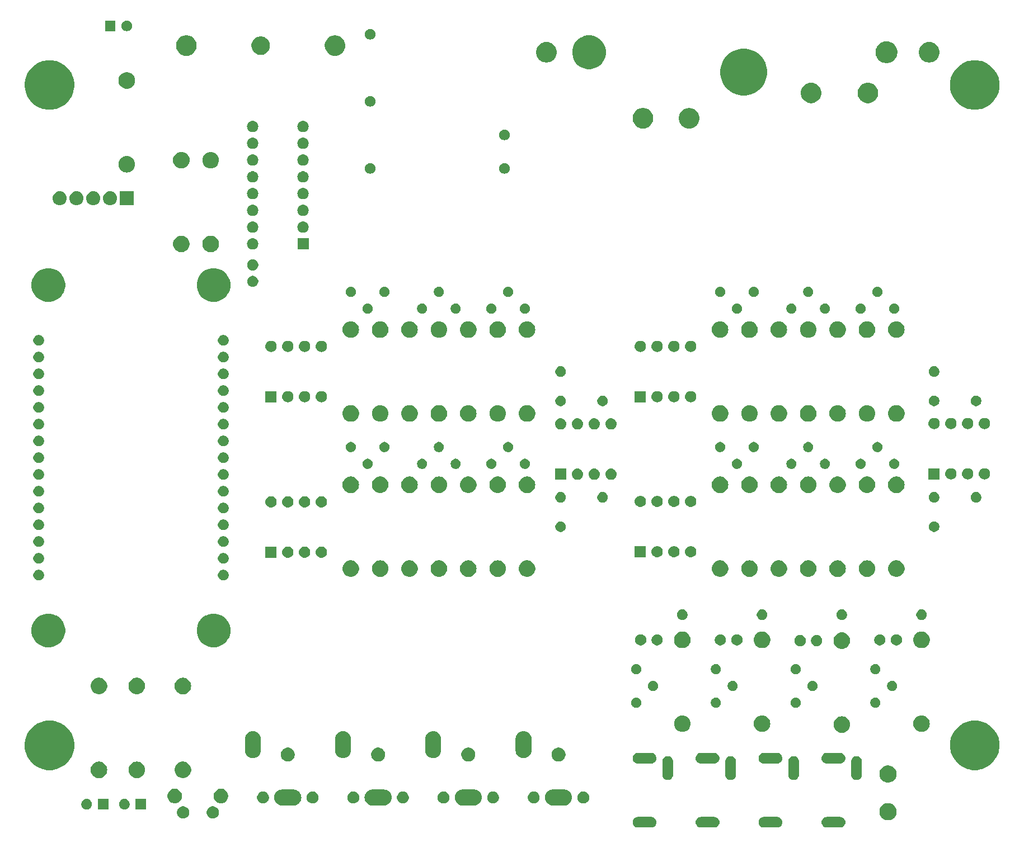
<source format=gts>
G04 #@! TF.GenerationSoftware,KiCad,Pcbnew,(5.1.4)-1*
G04 #@! TF.CreationDate,2019-09-10T00:13:05+02:00*
G04 #@! TF.ProjectId,BBSensor,42425365-6e73-46f7-922e-6b696361645f,1.0*
G04 #@! TF.SameCoordinates,PXe4e1c0PY8677d40*
G04 #@! TF.FileFunction,Soldermask,Top*
G04 #@! TF.FilePolarity,Negative*
%FSLAX46Y46*%
G04 Gerber Fmt 4.6, Leading zero omitted, Abs format (unit mm)*
G04 Created by KiCad (PCBNEW (5.1.4)-1) date 2019-09-10 00:13:05*
%MOMM*%
%LPD*%
G04 APERTURE LIST*
%ADD10C,0.100000*%
G04 APERTURE END LIST*
D10*
G36*
X107603571Y2144637D02*
G01*
X107682023Y2136910D01*
X107782682Y2106375D01*
X107833013Y2091108D01*
X107972165Y2016729D01*
X108094133Y1916633D01*
X108194229Y1794665D01*
X108268608Y1655513D01*
X108268608Y1655512D01*
X108314410Y1504523D01*
X108329875Y1347500D01*
X108314410Y1190477D01*
X108283875Y1089818D01*
X108268608Y1039487D01*
X108194229Y900335D01*
X108094133Y778367D01*
X107972165Y678271D01*
X107833013Y603892D01*
X107782682Y588625D01*
X107682023Y558090D01*
X107603571Y550363D01*
X107564346Y546500D01*
X105485654Y546500D01*
X105446429Y550363D01*
X105367977Y558090D01*
X105267318Y588625D01*
X105216987Y603892D01*
X105077835Y678271D01*
X104955867Y778367D01*
X104855771Y900335D01*
X104781392Y1039487D01*
X104766125Y1089818D01*
X104735590Y1190477D01*
X104720125Y1347500D01*
X104735590Y1504523D01*
X104781392Y1655512D01*
X104781392Y1655513D01*
X104855771Y1794665D01*
X104955867Y1916633D01*
X105077835Y2016729D01*
X105216987Y2091108D01*
X105267318Y2106375D01*
X105367977Y2136910D01*
X105446429Y2144637D01*
X105485654Y2148500D01*
X107564346Y2148500D01*
X107603571Y2144637D01*
X107603571Y2144637D01*
G37*
G36*
X98078571Y2144637D02*
G01*
X98157023Y2136910D01*
X98257682Y2106375D01*
X98308013Y2091108D01*
X98447165Y2016729D01*
X98569133Y1916633D01*
X98669229Y1794665D01*
X98743608Y1655513D01*
X98743608Y1655512D01*
X98789410Y1504523D01*
X98804875Y1347500D01*
X98789410Y1190477D01*
X98758875Y1089818D01*
X98743608Y1039487D01*
X98669229Y900335D01*
X98569133Y778367D01*
X98447165Y678271D01*
X98308013Y603892D01*
X98257682Y588625D01*
X98157023Y558090D01*
X98078571Y550363D01*
X98039346Y546500D01*
X95960654Y546500D01*
X95921429Y550363D01*
X95842977Y558090D01*
X95742318Y588625D01*
X95691987Y603892D01*
X95552835Y678271D01*
X95430867Y778367D01*
X95330771Y900335D01*
X95256392Y1039487D01*
X95241125Y1089818D01*
X95210590Y1190477D01*
X95195125Y1347500D01*
X95210590Y1504523D01*
X95256392Y1655512D01*
X95256392Y1655513D01*
X95330771Y1794665D01*
X95430867Y1916633D01*
X95552835Y2016729D01*
X95691987Y2091108D01*
X95742318Y2106375D01*
X95842977Y2136910D01*
X95921429Y2144637D01*
X95960654Y2148500D01*
X98039346Y2148500D01*
X98078571Y2144637D01*
X98078571Y2144637D01*
G37*
G36*
X126653571Y2144637D02*
G01*
X126732023Y2136910D01*
X126832682Y2106375D01*
X126883013Y2091108D01*
X127022165Y2016729D01*
X127144133Y1916633D01*
X127244229Y1794665D01*
X127318608Y1655513D01*
X127318608Y1655512D01*
X127364410Y1504523D01*
X127379875Y1347500D01*
X127364410Y1190477D01*
X127333875Y1089818D01*
X127318608Y1039487D01*
X127244229Y900335D01*
X127144133Y778367D01*
X127022165Y678271D01*
X126883013Y603892D01*
X126832682Y588625D01*
X126732023Y558090D01*
X126653571Y550363D01*
X126614346Y546500D01*
X124535654Y546500D01*
X124496429Y550363D01*
X124417977Y558090D01*
X124317318Y588625D01*
X124266987Y603892D01*
X124127835Y678271D01*
X124005867Y778367D01*
X123905771Y900335D01*
X123831392Y1039487D01*
X123816125Y1089818D01*
X123785590Y1190477D01*
X123770125Y1347500D01*
X123785590Y1504523D01*
X123831392Y1655512D01*
X123831392Y1655513D01*
X123905771Y1794665D01*
X124005867Y1916633D01*
X124127835Y2016729D01*
X124266987Y2091108D01*
X124317318Y2106375D01*
X124417977Y2136910D01*
X124496429Y2144637D01*
X124535654Y2148500D01*
X126614346Y2148500D01*
X126653571Y2144637D01*
X126653571Y2144637D01*
G37*
G36*
X117128571Y2144637D02*
G01*
X117207023Y2136910D01*
X117307682Y2106375D01*
X117358013Y2091108D01*
X117497165Y2016729D01*
X117619133Y1916633D01*
X117719229Y1794665D01*
X117793608Y1655513D01*
X117793608Y1655512D01*
X117839410Y1504523D01*
X117854875Y1347500D01*
X117839410Y1190477D01*
X117808875Y1089818D01*
X117793608Y1039487D01*
X117719229Y900335D01*
X117619133Y778367D01*
X117497165Y678271D01*
X117358013Y603892D01*
X117307682Y588625D01*
X117207023Y558090D01*
X117128571Y550363D01*
X117089346Y546500D01*
X115010654Y546500D01*
X114971429Y550363D01*
X114892977Y558090D01*
X114792318Y588625D01*
X114741987Y603892D01*
X114602835Y678271D01*
X114480867Y778367D01*
X114380771Y900335D01*
X114306392Y1039487D01*
X114291125Y1089818D01*
X114260590Y1190477D01*
X114245125Y1347500D01*
X114260590Y1504523D01*
X114306392Y1655512D01*
X114306392Y1655513D01*
X114380771Y1794665D01*
X114480867Y1916633D01*
X114602835Y2016729D01*
X114741987Y2091108D01*
X114792318Y2106375D01*
X114892977Y2136910D01*
X114971429Y2144637D01*
X115010654Y2148500D01*
X117089346Y2148500D01*
X117128571Y2144637D01*
X117128571Y2144637D01*
G37*
G36*
X134209487Y4186004D02*
G01*
X134439877Y4090573D01*
X134446255Y4087931D01*
X134659339Y3945553D01*
X134840553Y3764339D01*
X134972149Y3567392D01*
X134982932Y3551253D01*
X135081004Y3314487D01*
X135131000Y3063139D01*
X135131000Y2806861D01*
X135081004Y2555513D01*
X135080334Y2553896D01*
X134982931Y2318745D01*
X134840553Y2105661D01*
X134659339Y1924447D01*
X134446255Y1782069D01*
X134446254Y1782068D01*
X134446253Y1782068D01*
X134209487Y1683996D01*
X133958139Y1634000D01*
X133701861Y1634000D01*
X133450513Y1683996D01*
X133213747Y1782068D01*
X133213746Y1782068D01*
X133213745Y1782069D01*
X133000661Y1924447D01*
X132819447Y2105661D01*
X132677069Y2318745D01*
X132579666Y2553896D01*
X132578996Y2555513D01*
X132529000Y2806861D01*
X132529000Y3063139D01*
X132578996Y3314487D01*
X132677068Y3551253D01*
X132687852Y3567392D01*
X132819447Y3764339D01*
X133000661Y3945553D01*
X133213745Y4087931D01*
X133220123Y4090573D01*
X133450513Y4186004D01*
X133701861Y4236000D01*
X133958139Y4236000D01*
X134209487Y4186004D01*
X134209487Y4186004D01*
G37*
G36*
X27434104Y3714415D02*
G01*
X27602626Y3644611D01*
X27754291Y3543272D01*
X27883272Y3414291D01*
X27984611Y3262626D01*
X28054415Y3094104D01*
X28090000Y2915203D01*
X28090000Y2732797D01*
X28054415Y2553896D01*
X27984611Y2385374D01*
X27883272Y2233709D01*
X27754291Y2104728D01*
X27602626Y2003389D01*
X27434104Y1933585D01*
X27255203Y1898000D01*
X27072797Y1898000D01*
X26893896Y1933585D01*
X26725374Y2003389D01*
X26573709Y2104728D01*
X26444728Y2233709D01*
X26343389Y2385374D01*
X26273585Y2553896D01*
X26238000Y2732797D01*
X26238000Y2915203D01*
X26273585Y3094104D01*
X26343389Y3262626D01*
X26444728Y3414291D01*
X26573709Y3543272D01*
X26725374Y3644611D01*
X26893896Y3714415D01*
X27072797Y3750000D01*
X27255203Y3750000D01*
X27434104Y3714415D01*
X27434104Y3714415D01*
G37*
G36*
X31934104Y3714415D02*
G01*
X32102626Y3644611D01*
X32254291Y3543272D01*
X32383272Y3414291D01*
X32484611Y3262626D01*
X32554415Y3094104D01*
X32590000Y2915203D01*
X32590000Y2732797D01*
X32554415Y2553896D01*
X32484611Y2385374D01*
X32383272Y2233709D01*
X32254291Y2104728D01*
X32102626Y2003389D01*
X31934104Y1933585D01*
X31755203Y1898000D01*
X31572797Y1898000D01*
X31393896Y1933585D01*
X31225374Y2003389D01*
X31073709Y2104728D01*
X30944728Y2233709D01*
X30843389Y2385374D01*
X30773585Y2553896D01*
X30738000Y2732797D01*
X30738000Y2915203D01*
X30773585Y3094104D01*
X30843389Y3262626D01*
X30944728Y3414291D01*
X31073709Y3543272D01*
X31225374Y3644611D01*
X31393896Y3714415D01*
X31572797Y3750000D01*
X31755203Y3750000D01*
X31934104Y3714415D01*
X31934104Y3714415D01*
G37*
G36*
X15886000Y3277000D02*
G01*
X14284000Y3277000D01*
X14284000Y4879000D01*
X15886000Y4879000D01*
X15886000Y3277000D01*
X15886000Y3277000D01*
G37*
G36*
X18533642Y4848219D02*
G01*
X18668207Y4792480D01*
X18679416Y4787837D01*
X18810608Y4700178D01*
X18922178Y4588608D01*
X19009837Y4457416D01*
X19009838Y4457414D01*
X19070219Y4311642D01*
X19101000Y4156893D01*
X19101000Y3999107D01*
X19070219Y3844358D01*
X19016394Y3714414D01*
X19009837Y3698584D01*
X18922178Y3567392D01*
X18810608Y3455822D01*
X18679416Y3368163D01*
X18679415Y3368162D01*
X18679414Y3368162D01*
X18533642Y3307781D01*
X18378893Y3277000D01*
X18221107Y3277000D01*
X18066358Y3307781D01*
X17920586Y3368162D01*
X17920585Y3368162D01*
X17920584Y3368163D01*
X17789392Y3455822D01*
X17677822Y3567392D01*
X17590163Y3698584D01*
X17583606Y3714414D01*
X17529781Y3844358D01*
X17499000Y3999107D01*
X17499000Y4156893D01*
X17529781Y4311642D01*
X17590162Y4457414D01*
X17590163Y4457416D01*
X17677822Y4588608D01*
X17789392Y4700178D01*
X17920584Y4787837D01*
X17931793Y4792480D01*
X18066358Y4848219D01*
X18221107Y4879000D01*
X18378893Y4879000D01*
X18533642Y4848219D01*
X18533642Y4848219D01*
G37*
G36*
X12818642Y4848219D02*
G01*
X12953207Y4792480D01*
X12964416Y4787837D01*
X13095608Y4700178D01*
X13207178Y4588608D01*
X13294837Y4457416D01*
X13294838Y4457414D01*
X13355219Y4311642D01*
X13386000Y4156893D01*
X13386000Y3999107D01*
X13355219Y3844358D01*
X13301394Y3714414D01*
X13294837Y3698584D01*
X13207178Y3567392D01*
X13095608Y3455822D01*
X12964416Y3368163D01*
X12964415Y3368162D01*
X12964414Y3368162D01*
X12818642Y3307781D01*
X12663893Y3277000D01*
X12506107Y3277000D01*
X12351358Y3307781D01*
X12205586Y3368162D01*
X12205585Y3368162D01*
X12205584Y3368163D01*
X12074392Y3455822D01*
X11962822Y3567392D01*
X11875163Y3698584D01*
X11868606Y3714414D01*
X11814781Y3844358D01*
X11784000Y3999107D01*
X11784000Y4156893D01*
X11814781Y4311642D01*
X11875162Y4457414D01*
X11875163Y4457416D01*
X11962822Y4588608D01*
X12074392Y4700178D01*
X12205584Y4787837D01*
X12216793Y4792480D01*
X12351358Y4848219D01*
X12506107Y4879000D01*
X12663893Y4879000D01*
X12818642Y4848219D01*
X12818642Y4848219D01*
G37*
G36*
X21601000Y3277000D02*
G01*
X19999000Y3277000D01*
X19999000Y4879000D01*
X21601000Y4879000D01*
X21601000Y3277000D01*
X21601000Y3277000D01*
G37*
G36*
X57762937Y6277622D02*
G01*
X57989327Y6208948D01*
X58197968Y6097427D01*
X58380844Y5947344D01*
X58530927Y5764468D01*
X58642448Y5555827D01*
X58711122Y5329437D01*
X58734311Y5094000D01*
X58711122Y4858563D01*
X58642448Y4632173D01*
X58530927Y4423532D01*
X58380844Y4240656D01*
X58197968Y4090573D01*
X57989327Y3979052D01*
X57762937Y3910378D01*
X57586499Y3893000D01*
X55768501Y3893000D01*
X55592063Y3910378D01*
X55365673Y3979052D01*
X55157032Y4090573D01*
X54974156Y4240656D01*
X54824073Y4423532D01*
X54712552Y4632173D01*
X54643878Y4858563D01*
X54620689Y5094000D01*
X54643878Y5329437D01*
X54712552Y5555827D01*
X54824073Y5764468D01*
X54974156Y5947344D01*
X55157032Y6097427D01*
X55365673Y6208948D01*
X55592063Y6277622D01*
X55768501Y6295000D01*
X57586499Y6295000D01*
X57762937Y6277622D01*
X57762937Y6277622D01*
G37*
G36*
X85067937Y6277622D02*
G01*
X85294327Y6208948D01*
X85502968Y6097427D01*
X85685844Y5947344D01*
X85835927Y5764468D01*
X85947448Y5555827D01*
X86016122Y5329437D01*
X86039311Y5094000D01*
X86016122Y4858563D01*
X85947448Y4632173D01*
X85835927Y4423532D01*
X85685844Y4240656D01*
X85502968Y4090573D01*
X85294327Y3979052D01*
X85067937Y3910378D01*
X84891499Y3893000D01*
X83073501Y3893000D01*
X82897063Y3910378D01*
X82670673Y3979052D01*
X82462032Y4090573D01*
X82279156Y4240656D01*
X82129073Y4423532D01*
X82017552Y4632173D01*
X81948878Y4858563D01*
X81925689Y5094000D01*
X81948878Y5329437D01*
X82017552Y5555827D01*
X82129073Y5764468D01*
X82279156Y5947344D01*
X82462032Y6097427D01*
X82670673Y6208948D01*
X82897063Y6277622D01*
X83073501Y6295000D01*
X84891499Y6295000D01*
X85067937Y6277622D01*
X85067937Y6277622D01*
G37*
G36*
X71415437Y6277622D02*
G01*
X71641827Y6208948D01*
X71850468Y6097427D01*
X72033344Y5947344D01*
X72183427Y5764468D01*
X72294948Y5555827D01*
X72363622Y5329437D01*
X72386811Y5094000D01*
X72363622Y4858563D01*
X72294948Y4632173D01*
X72183427Y4423532D01*
X72033344Y4240656D01*
X71850468Y4090573D01*
X71641827Y3979052D01*
X71415437Y3910378D01*
X71238999Y3893000D01*
X69421001Y3893000D01*
X69244563Y3910378D01*
X69018173Y3979052D01*
X68809532Y4090573D01*
X68626656Y4240656D01*
X68476573Y4423532D01*
X68365052Y4632173D01*
X68296378Y4858563D01*
X68273189Y5094000D01*
X68296378Y5329437D01*
X68365052Y5555827D01*
X68476573Y5764468D01*
X68626656Y5947344D01*
X68809532Y6097427D01*
X69018173Y6208948D01*
X69244563Y6277622D01*
X69421001Y6295000D01*
X71238999Y6295000D01*
X71415437Y6277622D01*
X71415437Y6277622D01*
G37*
G36*
X44110437Y6277622D02*
G01*
X44336827Y6208948D01*
X44545468Y6097427D01*
X44728344Y5947344D01*
X44878427Y5764468D01*
X44989948Y5555827D01*
X45058622Y5329437D01*
X45081811Y5094000D01*
X45058622Y4858563D01*
X44989948Y4632173D01*
X44878427Y4423532D01*
X44728344Y4240656D01*
X44545468Y4090573D01*
X44336827Y3979052D01*
X44110437Y3910378D01*
X43933999Y3893000D01*
X42116001Y3893000D01*
X41939563Y3910378D01*
X41713173Y3979052D01*
X41504532Y4090573D01*
X41321656Y4240656D01*
X41171573Y4423532D01*
X41060052Y4632173D01*
X40991378Y4858563D01*
X40968189Y5094000D01*
X40991378Y5329437D01*
X41060052Y5555827D01*
X41171573Y5764468D01*
X41321656Y5947344D01*
X41504532Y6097427D01*
X41713173Y6208948D01*
X41939563Y6277622D01*
X42116001Y6295000D01*
X43933999Y6295000D01*
X44110437Y6277622D01*
X44110437Y6277622D01*
G37*
G36*
X87846012Y5990073D02*
G01*
X87995312Y5960376D01*
X88159284Y5892456D01*
X88306854Y5793853D01*
X88432353Y5668354D01*
X88530956Y5520784D01*
X88598876Y5356812D01*
X88633500Y5182741D01*
X88633500Y5005259D01*
X88598876Y4831188D01*
X88530956Y4667216D01*
X88432353Y4519646D01*
X88306854Y4394147D01*
X88159284Y4295544D01*
X87995312Y4227624D01*
X87846012Y4197927D01*
X87821242Y4193000D01*
X87643758Y4193000D01*
X87618988Y4197927D01*
X87469688Y4227624D01*
X87305716Y4295544D01*
X87158146Y4394147D01*
X87032647Y4519646D01*
X86934044Y4667216D01*
X86866124Y4831188D01*
X86831500Y5005259D01*
X86831500Y5182741D01*
X86866124Y5356812D01*
X86934044Y5520784D01*
X87032647Y5668354D01*
X87158146Y5793853D01*
X87305716Y5892456D01*
X87469688Y5960376D01*
X87618988Y5990073D01*
X87643758Y5995000D01*
X87821242Y5995000D01*
X87846012Y5990073D01*
X87846012Y5990073D01*
G37*
G36*
X74193512Y5990073D02*
G01*
X74342812Y5960376D01*
X74506784Y5892456D01*
X74654354Y5793853D01*
X74779853Y5668354D01*
X74878456Y5520784D01*
X74946376Y5356812D01*
X74981000Y5182741D01*
X74981000Y5005259D01*
X74946376Y4831188D01*
X74878456Y4667216D01*
X74779853Y4519646D01*
X74654354Y4394147D01*
X74506784Y4295544D01*
X74342812Y4227624D01*
X74193512Y4197927D01*
X74168742Y4193000D01*
X73991258Y4193000D01*
X73966488Y4197927D01*
X73817188Y4227624D01*
X73653216Y4295544D01*
X73505646Y4394147D01*
X73380147Y4519646D01*
X73281544Y4667216D01*
X73213624Y4831188D01*
X73179000Y5005259D01*
X73179000Y5182741D01*
X73213624Y5356812D01*
X73281544Y5520784D01*
X73380147Y5668354D01*
X73505646Y5793853D01*
X73653216Y5892456D01*
X73817188Y5960376D01*
X73966488Y5990073D01*
X73991258Y5995000D01*
X74168742Y5995000D01*
X74193512Y5990073D01*
X74193512Y5990073D01*
G37*
G36*
X80346012Y5990073D02*
G01*
X80495312Y5960376D01*
X80659284Y5892456D01*
X80806854Y5793853D01*
X80932353Y5668354D01*
X81030956Y5520784D01*
X81098876Y5356812D01*
X81133500Y5182741D01*
X81133500Y5005259D01*
X81098876Y4831188D01*
X81030956Y4667216D01*
X80932353Y4519646D01*
X80806854Y4394147D01*
X80659284Y4295544D01*
X80495312Y4227624D01*
X80346012Y4197927D01*
X80321242Y4193000D01*
X80143758Y4193000D01*
X80118988Y4197927D01*
X79969688Y4227624D01*
X79805716Y4295544D01*
X79658146Y4394147D01*
X79532647Y4519646D01*
X79434044Y4667216D01*
X79366124Y4831188D01*
X79331500Y5005259D01*
X79331500Y5182741D01*
X79366124Y5356812D01*
X79434044Y5520784D01*
X79532647Y5668354D01*
X79658146Y5793853D01*
X79805716Y5892456D01*
X79969688Y5960376D01*
X80118988Y5990073D01*
X80143758Y5995000D01*
X80321242Y5995000D01*
X80346012Y5990073D01*
X80346012Y5990073D01*
G37*
G36*
X39388512Y5990073D02*
G01*
X39537812Y5960376D01*
X39701784Y5892456D01*
X39849354Y5793853D01*
X39974853Y5668354D01*
X40073456Y5520784D01*
X40141376Y5356812D01*
X40176000Y5182741D01*
X40176000Y5005259D01*
X40141376Y4831188D01*
X40073456Y4667216D01*
X39974853Y4519646D01*
X39849354Y4394147D01*
X39701784Y4295544D01*
X39537812Y4227624D01*
X39388512Y4197927D01*
X39363742Y4193000D01*
X39186258Y4193000D01*
X39161488Y4197927D01*
X39012188Y4227624D01*
X38848216Y4295544D01*
X38700646Y4394147D01*
X38575147Y4519646D01*
X38476544Y4667216D01*
X38408624Y4831188D01*
X38374000Y5005259D01*
X38374000Y5182741D01*
X38408624Y5356812D01*
X38476544Y5520784D01*
X38575147Y5668354D01*
X38700646Y5793853D01*
X38848216Y5892456D01*
X39012188Y5960376D01*
X39161488Y5990073D01*
X39186258Y5995000D01*
X39363742Y5995000D01*
X39388512Y5990073D01*
X39388512Y5990073D01*
G37*
G36*
X66693512Y5990073D02*
G01*
X66842812Y5960376D01*
X67006784Y5892456D01*
X67154354Y5793853D01*
X67279853Y5668354D01*
X67378456Y5520784D01*
X67446376Y5356812D01*
X67481000Y5182741D01*
X67481000Y5005259D01*
X67446376Y4831188D01*
X67378456Y4667216D01*
X67279853Y4519646D01*
X67154354Y4394147D01*
X67006784Y4295544D01*
X66842812Y4227624D01*
X66693512Y4197927D01*
X66668742Y4193000D01*
X66491258Y4193000D01*
X66466488Y4197927D01*
X66317188Y4227624D01*
X66153216Y4295544D01*
X66005646Y4394147D01*
X65880147Y4519646D01*
X65781544Y4667216D01*
X65713624Y4831188D01*
X65679000Y5005259D01*
X65679000Y5182741D01*
X65713624Y5356812D01*
X65781544Y5520784D01*
X65880147Y5668354D01*
X66005646Y5793853D01*
X66153216Y5892456D01*
X66317188Y5960376D01*
X66466488Y5990073D01*
X66491258Y5995000D01*
X66668742Y5995000D01*
X66693512Y5990073D01*
X66693512Y5990073D01*
G37*
G36*
X53041012Y5990073D02*
G01*
X53190312Y5960376D01*
X53354284Y5892456D01*
X53501854Y5793853D01*
X53627353Y5668354D01*
X53725956Y5520784D01*
X53793876Y5356812D01*
X53828500Y5182741D01*
X53828500Y5005259D01*
X53793876Y4831188D01*
X53725956Y4667216D01*
X53627353Y4519646D01*
X53501854Y4394147D01*
X53354284Y4295544D01*
X53190312Y4227624D01*
X53041012Y4197927D01*
X53016242Y4193000D01*
X52838758Y4193000D01*
X52813988Y4197927D01*
X52664688Y4227624D01*
X52500716Y4295544D01*
X52353146Y4394147D01*
X52227647Y4519646D01*
X52129044Y4667216D01*
X52061124Y4831188D01*
X52026500Y5005259D01*
X52026500Y5182741D01*
X52061124Y5356812D01*
X52129044Y5520784D01*
X52227647Y5668354D01*
X52353146Y5793853D01*
X52500716Y5892456D01*
X52664688Y5960376D01*
X52813988Y5990073D01*
X52838758Y5995000D01*
X53016242Y5995000D01*
X53041012Y5990073D01*
X53041012Y5990073D01*
G37*
G36*
X60541012Y5990073D02*
G01*
X60690312Y5960376D01*
X60854284Y5892456D01*
X61001854Y5793853D01*
X61127353Y5668354D01*
X61225956Y5520784D01*
X61293876Y5356812D01*
X61328500Y5182741D01*
X61328500Y5005259D01*
X61293876Y4831188D01*
X61225956Y4667216D01*
X61127353Y4519646D01*
X61001854Y4394147D01*
X60854284Y4295544D01*
X60690312Y4227624D01*
X60541012Y4197927D01*
X60516242Y4193000D01*
X60338758Y4193000D01*
X60313988Y4197927D01*
X60164688Y4227624D01*
X60000716Y4295544D01*
X59853146Y4394147D01*
X59727647Y4519646D01*
X59629044Y4667216D01*
X59561124Y4831188D01*
X59526500Y5005259D01*
X59526500Y5182741D01*
X59561124Y5356812D01*
X59629044Y5520784D01*
X59727647Y5668354D01*
X59853146Y5793853D01*
X60000716Y5892456D01*
X60164688Y5960376D01*
X60313988Y5990073D01*
X60338758Y5995000D01*
X60516242Y5995000D01*
X60541012Y5990073D01*
X60541012Y5990073D01*
G37*
G36*
X46888512Y5990073D02*
G01*
X47037812Y5960376D01*
X47201784Y5892456D01*
X47349354Y5793853D01*
X47474853Y5668354D01*
X47573456Y5520784D01*
X47641376Y5356812D01*
X47676000Y5182741D01*
X47676000Y5005259D01*
X47641376Y4831188D01*
X47573456Y4667216D01*
X47474853Y4519646D01*
X47349354Y4394147D01*
X47201784Y4295544D01*
X47037812Y4227624D01*
X46888512Y4197927D01*
X46863742Y4193000D01*
X46686258Y4193000D01*
X46661488Y4197927D01*
X46512188Y4227624D01*
X46348216Y4295544D01*
X46200646Y4394147D01*
X46075147Y4519646D01*
X45976544Y4667216D01*
X45908624Y4831188D01*
X45874000Y5005259D01*
X45874000Y5182741D01*
X45908624Y5356812D01*
X45976544Y5520784D01*
X46075147Y5668354D01*
X46200646Y5793853D01*
X46348216Y5892456D01*
X46512188Y5960376D01*
X46661488Y5990073D01*
X46686258Y5995000D01*
X46863742Y5995000D01*
X46888512Y5990073D01*
X46888512Y5990073D01*
G37*
G36*
X26118794Y6393845D02*
G01*
X26225150Y6372689D01*
X26425520Y6289693D01*
X26605844Y6169205D01*
X26759205Y6015844D01*
X26879693Y5835520D01*
X26962689Y5635149D01*
X27005000Y5422440D01*
X27005000Y5205560D01*
X26962689Y4992851D01*
X26879693Y4792480D01*
X26759205Y4612156D01*
X26605844Y4458795D01*
X26425520Y4338307D01*
X26325334Y4296809D01*
X26225150Y4255311D01*
X26128067Y4236000D01*
X26012440Y4213000D01*
X25795560Y4213000D01*
X25679933Y4236000D01*
X25582850Y4255311D01*
X25482666Y4296809D01*
X25382480Y4338307D01*
X25202156Y4458795D01*
X25048795Y4612156D01*
X24928307Y4792480D01*
X24845311Y4992851D01*
X24803000Y5205560D01*
X24803000Y5422440D01*
X24845311Y5635149D01*
X24928307Y5835520D01*
X25048795Y6015844D01*
X25202156Y6169205D01*
X25382480Y6289693D01*
X25582850Y6372689D01*
X25689206Y6393845D01*
X25795560Y6415000D01*
X26012440Y6415000D01*
X26118794Y6393845D01*
X26118794Y6393845D01*
G37*
G36*
X33128794Y6393845D02*
G01*
X33235150Y6372689D01*
X33435520Y6289693D01*
X33615844Y6169205D01*
X33769205Y6015844D01*
X33889693Y5835520D01*
X33972689Y5635149D01*
X34015000Y5422440D01*
X34015000Y5205560D01*
X33972689Y4992851D01*
X33889693Y4792480D01*
X33769205Y4612156D01*
X33615844Y4458795D01*
X33435520Y4338307D01*
X33335334Y4296809D01*
X33235150Y4255311D01*
X33138067Y4236000D01*
X33022440Y4213000D01*
X32805560Y4213000D01*
X32689933Y4236000D01*
X32592850Y4255311D01*
X32492666Y4296809D01*
X32392480Y4338307D01*
X32212156Y4458795D01*
X32058795Y4612156D01*
X31938307Y4792480D01*
X31855311Y4992851D01*
X31813000Y5205560D01*
X31813000Y5422440D01*
X31855311Y5635149D01*
X31938307Y5835520D01*
X32058795Y6015844D01*
X32212156Y6169205D01*
X32392480Y6289693D01*
X32592850Y6372689D01*
X32699206Y6393845D01*
X32805560Y6415000D01*
X33022440Y6415000D01*
X33128794Y6393845D01*
X33128794Y6393845D01*
G37*
G36*
X134209487Y9901004D02*
G01*
X134446253Y9802932D01*
X134446255Y9802931D01*
X134501442Y9766056D01*
X134659339Y9660553D01*
X134840553Y9479339D01*
X134982932Y9266253D01*
X135081004Y9029487D01*
X135131000Y8778139D01*
X135131000Y8521861D01*
X135081004Y8270513D01*
X135002950Y8082075D01*
X134982931Y8033745D01*
X134840553Y7820661D01*
X134659339Y7639447D01*
X134446255Y7497069D01*
X134446254Y7497068D01*
X134446253Y7497068D01*
X134209487Y7398996D01*
X133958139Y7349000D01*
X133701861Y7349000D01*
X133450513Y7398996D01*
X133213747Y7497068D01*
X133213746Y7497068D01*
X133213745Y7497069D01*
X133000661Y7639447D01*
X132819447Y7820661D01*
X132677069Y8033745D01*
X132657050Y8082075D01*
X132578996Y8270513D01*
X132529000Y8521861D01*
X132529000Y8778139D01*
X132578996Y9029487D01*
X132677068Y9266253D01*
X132819447Y9479339D01*
X133000661Y9660553D01*
X133158558Y9766056D01*
X133213745Y9802931D01*
X133213747Y9802932D01*
X133450513Y9901004D01*
X133701861Y9951000D01*
X133958139Y9951000D01*
X134209487Y9901004D01*
X134209487Y9901004D01*
G37*
G36*
X100657023Y11336910D02*
G01*
X100757682Y11306375D01*
X100808013Y11291108D01*
X100947165Y11216729D01*
X101069133Y11116633D01*
X101169229Y10994665D01*
X101243608Y10855513D01*
X101243608Y10855512D01*
X101289410Y10704523D01*
X101301000Y10586845D01*
X101301000Y8508155D01*
X101289410Y8390477D01*
X101265994Y8313285D01*
X101243608Y8239487D01*
X101181684Y8123636D01*
X101169229Y8100335D01*
X101069133Y7978367D01*
X100947164Y7878271D01*
X100808012Y7803892D01*
X100757681Y7788625D01*
X100657022Y7758090D01*
X100500000Y7742625D01*
X100342977Y7758090D01*
X100242318Y7788625D01*
X100191987Y7803892D01*
X100052835Y7878271D01*
X99930867Y7978367D01*
X99830771Y8100336D01*
X99790126Y8176377D01*
X99756392Y8239488D01*
X99734006Y8313285D01*
X99710590Y8390478D01*
X99699000Y8508156D01*
X99699001Y10586845D01*
X99710591Y10704523D01*
X99756393Y10855512D01*
X99756393Y10855513D01*
X99830772Y10994665D01*
X99930868Y11116633D01*
X100052836Y11216729D01*
X100191988Y11291108D01*
X100242319Y11306375D01*
X100342978Y11336910D01*
X100500000Y11352375D01*
X100657023Y11336910D01*
X100657023Y11336910D01*
G37*
G36*
X129232023Y11336910D02*
G01*
X129332682Y11306375D01*
X129383013Y11291108D01*
X129522165Y11216729D01*
X129644133Y11116633D01*
X129744229Y10994665D01*
X129818608Y10855513D01*
X129818608Y10855512D01*
X129864410Y10704523D01*
X129876000Y10586845D01*
X129876000Y8508155D01*
X129864410Y8390477D01*
X129840994Y8313285D01*
X129818608Y8239487D01*
X129756684Y8123636D01*
X129744229Y8100335D01*
X129644133Y7978367D01*
X129522164Y7878271D01*
X129383012Y7803892D01*
X129332681Y7788625D01*
X129232022Y7758090D01*
X129075000Y7742625D01*
X128917977Y7758090D01*
X128817318Y7788625D01*
X128766987Y7803892D01*
X128627835Y7878271D01*
X128505867Y7978367D01*
X128405771Y8100336D01*
X128365126Y8176377D01*
X128331392Y8239488D01*
X128309006Y8313285D01*
X128285590Y8390478D01*
X128274000Y8508156D01*
X128274001Y10586845D01*
X128285591Y10704523D01*
X128331393Y10855512D01*
X128331393Y10855513D01*
X128405772Y10994665D01*
X128505868Y11116633D01*
X128627836Y11216729D01*
X128766988Y11291108D01*
X128817319Y11306375D01*
X128917978Y11336910D01*
X129075000Y11352375D01*
X129232023Y11336910D01*
X129232023Y11336910D01*
G37*
G36*
X119707023Y11336910D02*
G01*
X119807682Y11306375D01*
X119858013Y11291108D01*
X119997165Y11216729D01*
X120119133Y11116633D01*
X120219229Y10994665D01*
X120293608Y10855513D01*
X120293608Y10855512D01*
X120339410Y10704523D01*
X120351000Y10586845D01*
X120351000Y8508155D01*
X120339410Y8390477D01*
X120315994Y8313285D01*
X120293608Y8239487D01*
X120231684Y8123636D01*
X120219229Y8100335D01*
X120119133Y7978367D01*
X119997164Y7878271D01*
X119858012Y7803892D01*
X119807681Y7788625D01*
X119707022Y7758090D01*
X119550000Y7742625D01*
X119392977Y7758090D01*
X119292318Y7788625D01*
X119241987Y7803892D01*
X119102835Y7878271D01*
X118980867Y7978367D01*
X118880771Y8100336D01*
X118840126Y8176377D01*
X118806392Y8239488D01*
X118784006Y8313285D01*
X118760590Y8390478D01*
X118749000Y8508156D01*
X118749001Y10586845D01*
X118760591Y10704523D01*
X118806393Y10855512D01*
X118806393Y10855513D01*
X118880772Y10994665D01*
X118980868Y11116633D01*
X119102836Y11216729D01*
X119241988Y11291108D01*
X119292319Y11306375D01*
X119392978Y11336910D01*
X119550000Y11352375D01*
X119707023Y11336910D01*
X119707023Y11336910D01*
G37*
G36*
X110182023Y11336910D02*
G01*
X110282682Y11306375D01*
X110333013Y11291108D01*
X110472165Y11216729D01*
X110594133Y11116633D01*
X110694229Y10994665D01*
X110768608Y10855513D01*
X110768608Y10855512D01*
X110814410Y10704523D01*
X110826000Y10586845D01*
X110826000Y8508155D01*
X110814410Y8390477D01*
X110790994Y8313285D01*
X110768608Y8239487D01*
X110706684Y8123636D01*
X110694229Y8100335D01*
X110594133Y7978367D01*
X110472164Y7878271D01*
X110333012Y7803892D01*
X110282681Y7788625D01*
X110182022Y7758090D01*
X110025000Y7742625D01*
X109867977Y7758090D01*
X109767318Y7788625D01*
X109716987Y7803892D01*
X109577835Y7878271D01*
X109455867Y7978367D01*
X109355771Y8100336D01*
X109315126Y8176377D01*
X109281392Y8239488D01*
X109259006Y8313285D01*
X109235590Y8390478D01*
X109224000Y8508156D01*
X109224001Y10586845D01*
X109235591Y10704523D01*
X109281393Y10855512D01*
X109281393Y10855513D01*
X109355772Y10994665D01*
X109455868Y11116633D01*
X109577836Y11216729D01*
X109716988Y11291108D01*
X109767319Y11306375D01*
X109867978Y11336910D01*
X110025000Y11352375D01*
X110182023Y11336910D01*
X110182023Y11336910D01*
G37*
G36*
X20410239Y10517899D02*
G01*
X20646053Y10446366D01*
X20863381Y10330201D01*
X21053871Y10173871D01*
X21210201Y9983381D01*
X21326366Y9766053D01*
X21397899Y9530239D01*
X21422053Y9285000D01*
X21397899Y9039761D01*
X21326366Y8803947D01*
X21210201Y8586619D01*
X21053871Y8396129D01*
X20863381Y8239799D01*
X20646053Y8123634D01*
X20410239Y8052101D01*
X20226457Y8034000D01*
X20103543Y8034000D01*
X19919761Y8052101D01*
X19683947Y8123634D01*
X19466619Y8239799D01*
X19276129Y8396129D01*
X19119799Y8586619D01*
X19003634Y8803947D01*
X18932101Y9039761D01*
X18907947Y9285000D01*
X18932101Y9530239D01*
X19003634Y9766053D01*
X19119799Y9983381D01*
X19276129Y10173871D01*
X19466619Y10330201D01*
X19683947Y10446366D01*
X19919761Y10517899D01*
X20103543Y10536000D01*
X20226457Y10536000D01*
X20410239Y10517899D01*
X20410239Y10517899D01*
G37*
G36*
X27514903Y10487925D02*
G01*
X27615236Y10446366D01*
X27742571Y10393622D01*
X27947466Y10256715D01*
X28121715Y10082466D01*
X28242965Y9901003D01*
X28258623Y9877569D01*
X28289539Y9802931D01*
X28352925Y9649903D01*
X28401000Y9408213D01*
X28401000Y9161787D01*
X28352925Y8920097D01*
X28258622Y8692429D01*
X28121715Y8487534D01*
X27947466Y8313285D01*
X27742571Y8176378D01*
X27742570Y8176377D01*
X27742569Y8176377D01*
X27514903Y8082075D01*
X27273214Y8034000D01*
X27026786Y8034000D01*
X26785097Y8082075D01*
X26557431Y8176377D01*
X26557430Y8176377D01*
X26557429Y8176378D01*
X26352534Y8313285D01*
X26178285Y8487534D01*
X26041378Y8692429D01*
X25947075Y8920097D01*
X25899000Y9161787D01*
X25899000Y9408213D01*
X25947075Y9649903D01*
X26010461Y9802931D01*
X26041377Y9877569D01*
X26057035Y9901003D01*
X26178285Y10082466D01*
X26352534Y10256715D01*
X26557429Y10393622D01*
X26684765Y10446366D01*
X26785097Y10487925D01*
X27026786Y10536000D01*
X27273214Y10536000D01*
X27514903Y10487925D01*
X27514903Y10487925D01*
G37*
G36*
X14695239Y10517899D02*
G01*
X14931053Y10446366D01*
X15148381Y10330201D01*
X15338871Y10173871D01*
X15495201Y9983381D01*
X15611366Y9766053D01*
X15682899Y9530239D01*
X15707053Y9285000D01*
X15682899Y9039761D01*
X15611366Y8803947D01*
X15495201Y8586619D01*
X15338871Y8396129D01*
X15148381Y8239799D01*
X14931053Y8123634D01*
X14695239Y8052101D01*
X14511457Y8034000D01*
X14388543Y8034000D01*
X14204761Y8052101D01*
X13968947Y8123634D01*
X13751619Y8239799D01*
X13561129Y8396129D01*
X13404799Y8586619D01*
X13288634Y8803947D01*
X13217101Y9039761D01*
X13192947Y9285000D01*
X13217101Y9530239D01*
X13288634Y9766053D01*
X13404799Y9983381D01*
X13561129Y10173871D01*
X13751619Y10330201D01*
X13968947Y10446366D01*
X14204761Y10517899D01*
X14388543Y10536000D01*
X14511457Y10536000D01*
X14695239Y10517899D01*
X14695239Y10517899D01*
G37*
G36*
X147817564Y16654901D02*
G01*
X148059126Y16606851D01*
X148741765Y16324093D01*
X149356123Y15913592D01*
X149878592Y15391123D01*
X150289093Y14776765D01*
X150571851Y14094126D01*
X150571851Y14094125D01*
X150716000Y13369443D01*
X150716000Y12630557D01*
X150627374Y12185008D01*
X150571851Y11905874D01*
X150289093Y11223235D01*
X149878592Y10608877D01*
X149356123Y10086408D01*
X148741765Y9675907D01*
X148059126Y9393149D01*
X147817564Y9345099D01*
X147334443Y9249000D01*
X146595557Y9249000D01*
X146112436Y9345099D01*
X145870874Y9393149D01*
X145188235Y9675907D01*
X144573877Y10086408D01*
X144051408Y10608877D01*
X143640907Y11223235D01*
X143358149Y11905874D01*
X143302626Y12185008D01*
X143214000Y12630557D01*
X143214000Y13369443D01*
X143358149Y14094125D01*
X143358149Y14094126D01*
X143640907Y14776765D01*
X144051408Y15391123D01*
X144573877Y15913592D01*
X145188235Y16324093D01*
X145870874Y16606851D01*
X146112436Y16654901D01*
X146595557Y16751000D01*
X147334443Y16751000D01*
X147817564Y16654901D01*
X147817564Y16654901D01*
G37*
G36*
X7817564Y16654901D02*
G01*
X8059126Y16606851D01*
X8741765Y16324093D01*
X9356123Y15913592D01*
X9878592Y15391123D01*
X10289093Y14776765D01*
X10571851Y14094126D01*
X10571851Y14094125D01*
X10716000Y13369443D01*
X10716000Y12630557D01*
X10627374Y12185008D01*
X10571851Y11905874D01*
X10289093Y11223235D01*
X9878592Y10608877D01*
X9356123Y10086408D01*
X8741765Y9675907D01*
X8059126Y9393149D01*
X7817564Y9345099D01*
X7334443Y9249000D01*
X6595557Y9249000D01*
X6112436Y9345099D01*
X5870874Y9393149D01*
X5188235Y9675907D01*
X4573877Y10086408D01*
X4051408Y10608877D01*
X3640907Y11223235D01*
X3358149Y11905874D01*
X3302626Y12185008D01*
X3214000Y12630557D01*
X3214000Y13369443D01*
X3358149Y14094125D01*
X3358149Y14094126D01*
X3640907Y14776765D01*
X4051408Y15391123D01*
X4573877Y15913592D01*
X5188235Y16324093D01*
X5870874Y16606851D01*
X6112436Y16654901D01*
X6595557Y16751000D01*
X7334443Y16751000D01*
X7817564Y16654901D01*
X7817564Y16654901D01*
G37*
G36*
X117128571Y11844637D02*
G01*
X117207023Y11836910D01*
X117307682Y11806375D01*
X117358013Y11791108D01*
X117497165Y11716729D01*
X117619133Y11616633D01*
X117719229Y11494665D01*
X117793608Y11355513D01*
X117793608Y11355512D01*
X117839410Y11204523D01*
X117854875Y11047500D01*
X117839410Y10890477D01*
X117828803Y10855512D01*
X117793608Y10739487D01*
X117719229Y10600335D01*
X117619133Y10478367D01*
X117497165Y10378271D01*
X117358013Y10303892D01*
X117307682Y10288625D01*
X117207023Y10258090D01*
X117128571Y10250363D01*
X117089346Y10246500D01*
X115010654Y10246500D01*
X114971429Y10250363D01*
X114892977Y10258090D01*
X114792318Y10288625D01*
X114741987Y10303892D01*
X114602835Y10378271D01*
X114480867Y10478367D01*
X114380771Y10600335D01*
X114306392Y10739487D01*
X114271197Y10855512D01*
X114260590Y10890477D01*
X114245125Y11047500D01*
X114260590Y11204523D01*
X114306392Y11355512D01*
X114306392Y11355513D01*
X114380771Y11494665D01*
X114480867Y11616633D01*
X114602835Y11716729D01*
X114741987Y11791108D01*
X114792318Y11806375D01*
X114892977Y11836910D01*
X114971429Y11844637D01*
X115010654Y11848500D01*
X117089346Y11848500D01*
X117128571Y11844637D01*
X117128571Y11844637D01*
G37*
G36*
X107603571Y11844637D02*
G01*
X107682023Y11836910D01*
X107782682Y11806375D01*
X107833013Y11791108D01*
X107972165Y11716729D01*
X108094133Y11616633D01*
X108194229Y11494665D01*
X108268608Y11355513D01*
X108268608Y11355512D01*
X108314410Y11204523D01*
X108329875Y11047500D01*
X108314410Y10890477D01*
X108303803Y10855512D01*
X108268608Y10739487D01*
X108194229Y10600335D01*
X108094133Y10478367D01*
X107972165Y10378271D01*
X107833013Y10303892D01*
X107782682Y10288625D01*
X107682023Y10258090D01*
X107603571Y10250363D01*
X107564346Y10246500D01*
X105485654Y10246500D01*
X105446429Y10250363D01*
X105367977Y10258090D01*
X105267318Y10288625D01*
X105216987Y10303892D01*
X105077835Y10378271D01*
X104955867Y10478367D01*
X104855771Y10600335D01*
X104781392Y10739487D01*
X104746197Y10855512D01*
X104735590Y10890477D01*
X104720125Y11047500D01*
X104735590Y11204523D01*
X104781392Y11355512D01*
X104781392Y11355513D01*
X104855771Y11494665D01*
X104955867Y11616633D01*
X105077835Y11716729D01*
X105216987Y11791108D01*
X105267318Y11806375D01*
X105367977Y11836910D01*
X105446429Y11844637D01*
X105485654Y11848500D01*
X107564346Y11848500D01*
X107603571Y11844637D01*
X107603571Y11844637D01*
G37*
G36*
X98078571Y11844637D02*
G01*
X98157023Y11836910D01*
X98257682Y11806375D01*
X98308013Y11791108D01*
X98447165Y11716729D01*
X98569133Y11616633D01*
X98669229Y11494665D01*
X98743608Y11355513D01*
X98743608Y11355512D01*
X98789410Y11204523D01*
X98804875Y11047500D01*
X98789410Y10890477D01*
X98778803Y10855512D01*
X98743608Y10739487D01*
X98669229Y10600335D01*
X98569133Y10478367D01*
X98447165Y10378271D01*
X98308013Y10303892D01*
X98257682Y10288625D01*
X98157023Y10258090D01*
X98078571Y10250363D01*
X98039346Y10246500D01*
X95960654Y10246500D01*
X95921429Y10250363D01*
X95842977Y10258090D01*
X95742318Y10288625D01*
X95691987Y10303892D01*
X95552835Y10378271D01*
X95430867Y10478367D01*
X95330771Y10600335D01*
X95256392Y10739487D01*
X95221197Y10855512D01*
X95210590Y10890477D01*
X95195125Y11047500D01*
X95210590Y11204523D01*
X95256392Y11355512D01*
X95256392Y11355513D01*
X95330771Y11494665D01*
X95430867Y11616633D01*
X95552835Y11716729D01*
X95691987Y11791108D01*
X95742318Y11806375D01*
X95842977Y11836910D01*
X95921429Y11844637D01*
X95960654Y11848500D01*
X98039346Y11848500D01*
X98078571Y11844637D01*
X98078571Y11844637D01*
G37*
G36*
X126653571Y11844637D02*
G01*
X126732023Y11836910D01*
X126832682Y11806375D01*
X126883013Y11791108D01*
X127022165Y11716729D01*
X127144133Y11616633D01*
X127244229Y11494665D01*
X127318608Y11355513D01*
X127318608Y11355512D01*
X127364410Y11204523D01*
X127379875Y11047500D01*
X127364410Y10890477D01*
X127353803Y10855512D01*
X127318608Y10739487D01*
X127244229Y10600335D01*
X127144133Y10478367D01*
X127022165Y10378271D01*
X126883013Y10303892D01*
X126832682Y10288625D01*
X126732023Y10258090D01*
X126653571Y10250363D01*
X126614346Y10246500D01*
X124535654Y10246500D01*
X124496429Y10250363D01*
X124417977Y10258090D01*
X124317318Y10288625D01*
X124266987Y10303892D01*
X124127835Y10378271D01*
X124005867Y10478367D01*
X123905771Y10600335D01*
X123831392Y10739487D01*
X123796197Y10855512D01*
X123785590Y10890477D01*
X123770125Y11047500D01*
X123785590Y11204523D01*
X123831392Y11355512D01*
X123831392Y11355513D01*
X123905771Y11494665D01*
X124005867Y11616633D01*
X124127835Y11716729D01*
X124266987Y11791108D01*
X124317318Y11806375D01*
X124417977Y11836910D01*
X124496429Y11844637D01*
X124535654Y11848500D01*
X126614346Y11848500D01*
X126653571Y11844637D01*
X126653571Y11844637D01*
G37*
G36*
X56984064Y12604611D02*
G01*
X57175333Y12525385D01*
X57175335Y12525384D01*
X57347473Y12410365D01*
X57493865Y12263973D01*
X57608885Y12091833D01*
X57688111Y11900564D01*
X57728500Y11697516D01*
X57728500Y11490484D01*
X57688111Y11287436D01*
X57622507Y11129054D01*
X57608884Y11096165D01*
X57493865Y10924027D01*
X57347473Y10777635D01*
X57175335Y10662616D01*
X57175334Y10662615D01*
X57175333Y10662615D01*
X56984064Y10583389D01*
X56781016Y10543000D01*
X56573984Y10543000D01*
X56370936Y10583389D01*
X56179667Y10662615D01*
X56179666Y10662615D01*
X56179665Y10662616D01*
X56007527Y10777635D01*
X55861135Y10924027D01*
X55746116Y11096165D01*
X55732493Y11129054D01*
X55666889Y11287436D01*
X55626500Y11490484D01*
X55626500Y11697516D01*
X55666889Y11900564D01*
X55746115Y12091833D01*
X55861135Y12263973D01*
X56007527Y12410365D01*
X56179665Y12525384D01*
X56179667Y12525385D01*
X56370936Y12604611D01*
X56573984Y12645000D01*
X56781016Y12645000D01*
X56984064Y12604611D01*
X56984064Y12604611D01*
G37*
G36*
X70636564Y12604611D02*
G01*
X70827833Y12525385D01*
X70827835Y12525384D01*
X70999973Y12410365D01*
X71146365Y12263973D01*
X71261385Y12091833D01*
X71340611Y11900564D01*
X71381000Y11697516D01*
X71381000Y11490484D01*
X71340611Y11287436D01*
X71275007Y11129054D01*
X71261384Y11096165D01*
X71146365Y10924027D01*
X70999973Y10777635D01*
X70827835Y10662616D01*
X70827834Y10662615D01*
X70827833Y10662615D01*
X70636564Y10583389D01*
X70433516Y10543000D01*
X70226484Y10543000D01*
X70023436Y10583389D01*
X69832167Y10662615D01*
X69832166Y10662615D01*
X69832165Y10662616D01*
X69660027Y10777635D01*
X69513635Y10924027D01*
X69398616Y11096165D01*
X69384993Y11129054D01*
X69319389Y11287436D01*
X69279000Y11490484D01*
X69279000Y11697516D01*
X69319389Y11900564D01*
X69398615Y12091833D01*
X69513635Y12263973D01*
X69660027Y12410365D01*
X69832165Y12525384D01*
X69832167Y12525385D01*
X70023436Y12604611D01*
X70226484Y12645000D01*
X70433516Y12645000D01*
X70636564Y12604611D01*
X70636564Y12604611D01*
G37*
G36*
X43331564Y12604611D02*
G01*
X43522833Y12525385D01*
X43522835Y12525384D01*
X43694973Y12410365D01*
X43841365Y12263973D01*
X43956385Y12091833D01*
X44035611Y11900564D01*
X44076000Y11697516D01*
X44076000Y11490484D01*
X44035611Y11287436D01*
X43970007Y11129054D01*
X43956384Y11096165D01*
X43841365Y10924027D01*
X43694973Y10777635D01*
X43522835Y10662616D01*
X43522834Y10662615D01*
X43522833Y10662615D01*
X43331564Y10583389D01*
X43128516Y10543000D01*
X42921484Y10543000D01*
X42718436Y10583389D01*
X42527167Y10662615D01*
X42527166Y10662615D01*
X42527165Y10662616D01*
X42355027Y10777635D01*
X42208635Y10924027D01*
X42093616Y11096165D01*
X42079993Y11129054D01*
X42014389Y11287436D01*
X41974000Y11490484D01*
X41974000Y11697516D01*
X42014389Y11900564D01*
X42093615Y12091833D01*
X42208635Y12263973D01*
X42355027Y12410365D01*
X42527165Y12525384D01*
X42527167Y12525385D01*
X42718436Y12604611D01*
X42921484Y12645000D01*
X43128516Y12645000D01*
X43331564Y12604611D01*
X43331564Y12604611D01*
G37*
G36*
X84289064Y12604611D02*
G01*
X84480333Y12525385D01*
X84480335Y12525384D01*
X84652473Y12410365D01*
X84798865Y12263973D01*
X84913885Y12091833D01*
X84993111Y11900564D01*
X85033500Y11697516D01*
X85033500Y11490484D01*
X84993111Y11287436D01*
X84927507Y11129054D01*
X84913884Y11096165D01*
X84798865Y10924027D01*
X84652473Y10777635D01*
X84480335Y10662616D01*
X84480334Y10662615D01*
X84480333Y10662615D01*
X84289064Y10583389D01*
X84086016Y10543000D01*
X83878984Y10543000D01*
X83675936Y10583389D01*
X83484667Y10662615D01*
X83484666Y10662615D01*
X83484665Y10662616D01*
X83312527Y10777635D01*
X83166135Y10924027D01*
X83051116Y11096165D01*
X83037493Y11129054D01*
X82971889Y11287436D01*
X82931500Y11490484D01*
X82931500Y11697516D01*
X82971889Y11900564D01*
X83051115Y12091833D01*
X83166135Y12263973D01*
X83312527Y12410365D01*
X83484665Y12525384D01*
X83484667Y12525385D01*
X83675936Y12604611D01*
X83878984Y12645000D01*
X84086016Y12645000D01*
X84289064Y12604611D01*
X84289064Y12604611D01*
G37*
G36*
X78917937Y15127622D02*
G01*
X79144327Y15058948D01*
X79352968Y14947427D01*
X79535844Y14797344D01*
X79685927Y14614468D01*
X79797448Y14405827D01*
X79866122Y14179437D01*
X79883500Y14002999D01*
X79883500Y12185001D01*
X79866122Y12008563D01*
X79797448Y11782173D01*
X79685927Y11573532D01*
X79535844Y11390656D01*
X79352967Y11240573D01*
X79144326Y11129052D01*
X78917936Y11060378D01*
X78682500Y11037189D01*
X78447063Y11060378D01*
X78220673Y11129052D01*
X78012032Y11240573D01*
X77829156Y11390656D01*
X77679073Y11573533D01*
X77567552Y11782174D01*
X77498878Y12008564D01*
X77481500Y12185002D01*
X77481500Y14002999D01*
X77498879Y14179437D01*
X77567553Y14405827D01*
X77679074Y14614468D01*
X77829157Y14797344D01*
X78012033Y14947427D01*
X78220674Y15058948D01*
X78447064Y15127622D01*
X78682500Y15150811D01*
X78917937Y15127622D01*
X78917937Y15127622D01*
G37*
G36*
X51612937Y15127622D02*
G01*
X51839327Y15058948D01*
X52047968Y14947427D01*
X52230844Y14797344D01*
X52380927Y14614468D01*
X52492448Y14405827D01*
X52561122Y14179437D01*
X52578500Y14002999D01*
X52578500Y12185001D01*
X52561122Y12008563D01*
X52492448Y11782173D01*
X52380927Y11573532D01*
X52230844Y11390656D01*
X52047967Y11240573D01*
X51839326Y11129052D01*
X51612936Y11060378D01*
X51377500Y11037189D01*
X51142063Y11060378D01*
X50915673Y11129052D01*
X50707032Y11240573D01*
X50524156Y11390656D01*
X50374073Y11573533D01*
X50262552Y11782174D01*
X50193878Y12008564D01*
X50176500Y12185002D01*
X50176500Y14002999D01*
X50193879Y14179437D01*
X50262553Y14405827D01*
X50374074Y14614468D01*
X50524157Y14797344D01*
X50707033Y14947427D01*
X50915674Y15058948D01*
X51142064Y15127622D01*
X51377500Y15150811D01*
X51612937Y15127622D01*
X51612937Y15127622D01*
G37*
G36*
X65265437Y15127622D02*
G01*
X65491827Y15058948D01*
X65700468Y14947427D01*
X65883344Y14797344D01*
X66033427Y14614468D01*
X66144948Y14405827D01*
X66213622Y14179437D01*
X66231000Y14002999D01*
X66231000Y12185001D01*
X66213622Y12008563D01*
X66144948Y11782173D01*
X66033427Y11573532D01*
X65883344Y11390656D01*
X65700467Y11240573D01*
X65491826Y11129052D01*
X65265436Y11060378D01*
X65030000Y11037189D01*
X64794563Y11060378D01*
X64568173Y11129052D01*
X64359532Y11240573D01*
X64176656Y11390656D01*
X64026573Y11573533D01*
X63915052Y11782174D01*
X63846378Y12008564D01*
X63829000Y12185002D01*
X63829000Y14002999D01*
X63846379Y14179437D01*
X63915053Y14405827D01*
X64026574Y14614468D01*
X64176657Y14797344D01*
X64359533Y14947427D01*
X64568174Y15058948D01*
X64794564Y15127622D01*
X65030000Y15150811D01*
X65265437Y15127622D01*
X65265437Y15127622D01*
G37*
G36*
X37960437Y15127622D02*
G01*
X38186827Y15058948D01*
X38395468Y14947427D01*
X38578344Y14797344D01*
X38728427Y14614468D01*
X38839948Y14405827D01*
X38908622Y14179437D01*
X38926000Y14002999D01*
X38926000Y12185001D01*
X38908622Y12008563D01*
X38839948Y11782173D01*
X38728427Y11573532D01*
X38578344Y11390656D01*
X38395467Y11240573D01*
X38186826Y11129052D01*
X37960436Y11060378D01*
X37725000Y11037189D01*
X37489563Y11060378D01*
X37263173Y11129052D01*
X37054532Y11240573D01*
X36871656Y11390656D01*
X36721573Y11573533D01*
X36610052Y11782174D01*
X36541378Y12008564D01*
X36524000Y12185002D01*
X36524000Y14002999D01*
X36541379Y14179437D01*
X36610053Y14405827D01*
X36721574Y14614468D01*
X36871657Y14797344D01*
X37054533Y14947427D01*
X37263174Y15058948D01*
X37489564Y15127622D01*
X37725000Y15150811D01*
X37960437Y15127622D01*
X37960437Y15127622D01*
G37*
G36*
X127090239Y17375899D02*
G01*
X127326053Y17304366D01*
X127543381Y17188201D01*
X127733871Y17031871D01*
X127890201Y16841381D01*
X128006366Y16624053D01*
X128077899Y16388239D01*
X128102053Y16143000D01*
X128077899Y15897761D01*
X128006366Y15661947D01*
X127890201Y15444619D01*
X127733871Y15254129D01*
X127543381Y15097799D01*
X127326053Y14981634D01*
X127090239Y14910101D01*
X126906457Y14892000D01*
X126783543Y14892000D01*
X126599761Y14910101D01*
X126363947Y14981634D01*
X126146619Y15097799D01*
X125956129Y15254129D01*
X125799799Y15444619D01*
X125683634Y15661947D01*
X125612101Y15897761D01*
X125587947Y16143000D01*
X125612101Y16388239D01*
X125683634Y16624053D01*
X125799799Y16841381D01*
X125956129Y17031871D01*
X126146619Y17188201D01*
X126363947Y17304366D01*
X126599761Y17375899D01*
X126783543Y17394000D01*
X126906457Y17394000D01*
X127090239Y17375899D01*
X127090239Y17375899D01*
G37*
G36*
X102960239Y17502899D02*
G01*
X103196053Y17431366D01*
X103413381Y17315201D01*
X103603871Y17158871D01*
X103760201Y16968381D01*
X103876366Y16751053D01*
X103947899Y16515239D01*
X103972053Y16270000D01*
X103947899Y16024761D01*
X103876366Y15788947D01*
X103760201Y15571619D01*
X103603871Y15381129D01*
X103413381Y15224799D01*
X103196053Y15108634D01*
X102960239Y15037101D01*
X102776457Y15019000D01*
X102653543Y15019000D01*
X102469761Y15037101D01*
X102233947Y15108634D01*
X102016619Y15224799D01*
X101826129Y15381129D01*
X101669799Y15571619D01*
X101553634Y15788947D01*
X101482101Y16024761D01*
X101457947Y16270000D01*
X101482101Y16515239D01*
X101553634Y16751053D01*
X101669799Y16968381D01*
X101826129Y17158871D01*
X102016619Y17315201D01*
X102233947Y17431366D01*
X102469761Y17502899D01*
X102653543Y17521000D01*
X102776457Y17521000D01*
X102960239Y17502899D01*
X102960239Y17502899D01*
G37*
G36*
X139155239Y17502899D02*
G01*
X139391053Y17431366D01*
X139608381Y17315201D01*
X139798871Y17158871D01*
X139955201Y16968381D01*
X140071366Y16751053D01*
X140142899Y16515239D01*
X140167053Y16270000D01*
X140142899Y16024761D01*
X140071366Y15788947D01*
X139955201Y15571619D01*
X139798871Y15381129D01*
X139608381Y15224799D01*
X139391053Y15108634D01*
X139155239Y15037101D01*
X138971457Y15019000D01*
X138848543Y15019000D01*
X138664761Y15037101D01*
X138428947Y15108634D01*
X138211619Y15224799D01*
X138021129Y15381129D01*
X137864799Y15571619D01*
X137748634Y15788947D01*
X137677101Y16024761D01*
X137652947Y16270000D01*
X137677101Y16515239D01*
X137748634Y16751053D01*
X137864799Y16968381D01*
X138021129Y17158871D01*
X138211619Y17315201D01*
X138428947Y17431366D01*
X138664761Y17502899D01*
X138848543Y17521000D01*
X138971457Y17521000D01*
X139155239Y17502899D01*
X139155239Y17502899D01*
G37*
G36*
X115025239Y17502899D02*
G01*
X115261053Y17431366D01*
X115478381Y17315201D01*
X115668871Y17158871D01*
X115825201Y16968381D01*
X115941366Y16751053D01*
X116012899Y16515239D01*
X116037053Y16270000D01*
X116012899Y16024761D01*
X115941366Y15788947D01*
X115825201Y15571619D01*
X115668871Y15381129D01*
X115478381Y15224799D01*
X115261053Y15108634D01*
X115025239Y15037101D01*
X114841457Y15019000D01*
X114718543Y15019000D01*
X114534761Y15037101D01*
X114298947Y15108634D01*
X114081619Y15224799D01*
X113891129Y15381129D01*
X113734799Y15571619D01*
X113618634Y15788947D01*
X113547101Y16024761D01*
X113522947Y16270000D01*
X113547101Y16515239D01*
X113618634Y16751053D01*
X113734799Y16968381D01*
X113891129Y17158871D01*
X114081619Y17315201D01*
X114298947Y17431366D01*
X114534761Y17502899D01*
X114718543Y17521000D01*
X114841457Y17521000D01*
X115025239Y17502899D01*
X115025239Y17502899D01*
G37*
G36*
X119985589Y20206124D02*
G01*
X120084893Y20186371D01*
X120225206Y20128252D01*
X120351484Y20043875D01*
X120458875Y19936484D01*
X120543252Y19810206D01*
X120601371Y19669893D01*
X120631000Y19520937D01*
X120631000Y19369063D01*
X120601371Y19220107D01*
X120543252Y19079794D01*
X120458875Y18953516D01*
X120351484Y18846125D01*
X120225206Y18761748D01*
X120084893Y18703629D01*
X119985589Y18683876D01*
X119935938Y18674000D01*
X119784062Y18674000D01*
X119734411Y18683876D01*
X119635107Y18703629D01*
X119494794Y18761748D01*
X119368516Y18846125D01*
X119261125Y18953516D01*
X119176748Y19079794D01*
X119118629Y19220107D01*
X119089000Y19369063D01*
X119089000Y19520937D01*
X119118629Y19669893D01*
X119176748Y19810206D01*
X119261125Y19936484D01*
X119368516Y20043875D01*
X119494794Y20128252D01*
X119635107Y20186371D01*
X119734411Y20206124D01*
X119784062Y20216000D01*
X119935938Y20216000D01*
X119985589Y20206124D01*
X119985589Y20206124D01*
G37*
G36*
X95855589Y20206124D02*
G01*
X95954893Y20186371D01*
X96095206Y20128252D01*
X96221484Y20043875D01*
X96328875Y19936484D01*
X96413252Y19810206D01*
X96471371Y19669893D01*
X96501000Y19520937D01*
X96501000Y19369063D01*
X96471371Y19220107D01*
X96413252Y19079794D01*
X96328875Y18953516D01*
X96221484Y18846125D01*
X96095206Y18761748D01*
X95954893Y18703629D01*
X95855589Y18683876D01*
X95805938Y18674000D01*
X95654062Y18674000D01*
X95604411Y18683876D01*
X95505107Y18703629D01*
X95364794Y18761748D01*
X95238516Y18846125D01*
X95131125Y18953516D01*
X95046748Y19079794D01*
X94988629Y19220107D01*
X94959000Y19369063D01*
X94959000Y19520937D01*
X94988629Y19669893D01*
X95046748Y19810206D01*
X95131125Y19936484D01*
X95238516Y20043875D01*
X95364794Y20128252D01*
X95505107Y20186371D01*
X95604411Y20206124D01*
X95654062Y20216000D01*
X95805938Y20216000D01*
X95855589Y20206124D01*
X95855589Y20206124D01*
G37*
G36*
X107920589Y20206124D02*
G01*
X108019893Y20186371D01*
X108160206Y20128252D01*
X108286484Y20043875D01*
X108393875Y19936484D01*
X108478252Y19810206D01*
X108536371Y19669893D01*
X108566000Y19520937D01*
X108566000Y19369063D01*
X108536371Y19220107D01*
X108478252Y19079794D01*
X108393875Y18953516D01*
X108286484Y18846125D01*
X108160206Y18761748D01*
X108019893Y18703629D01*
X107920589Y18683876D01*
X107870938Y18674000D01*
X107719062Y18674000D01*
X107669411Y18683876D01*
X107570107Y18703629D01*
X107429794Y18761748D01*
X107303516Y18846125D01*
X107196125Y18953516D01*
X107111748Y19079794D01*
X107053629Y19220107D01*
X107024000Y19369063D01*
X107024000Y19520937D01*
X107053629Y19669893D01*
X107111748Y19810206D01*
X107196125Y19936484D01*
X107303516Y20043875D01*
X107429794Y20128252D01*
X107570107Y20186371D01*
X107669411Y20206124D01*
X107719062Y20216000D01*
X107870938Y20216000D01*
X107920589Y20206124D01*
X107920589Y20206124D01*
G37*
G36*
X132050589Y20206124D02*
G01*
X132149893Y20186371D01*
X132290206Y20128252D01*
X132416484Y20043875D01*
X132523875Y19936484D01*
X132608252Y19810206D01*
X132666371Y19669893D01*
X132696000Y19520937D01*
X132696000Y19369063D01*
X132666371Y19220107D01*
X132608252Y19079794D01*
X132523875Y18953516D01*
X132416484Y18846125D01*
X132290206Y18761748D01*
X132149893Y18703629D01*
X132050589Y18683876D01*
X132000938Y18674000D01*
X131849062Y18674000D01*
X131799411Y18683876D01*
X131700107Y18703629D01*
X131559794Y18761748D01*
X131433516Y18846125D01*
X131326125Y18953516D01*
X131241748Y19079794D01*
X131183629Y19220107D01*
X131154000Y19369063D01*
X131154000Y19520937D01*
X131183629Y19669893D01*
X131241748Y19810206D01*
X131326125Y19936484D01*
X131433516Y20043875D01*
X131559794Y20128252D01*
X131700107Y20186371D01*
X131799411Y20206124D01*
X131849062Y20216000D01*
X132000938Y20216000D01*
X132050589Y20206124D01*
X132050589Y20206124D01*
G37*
G36*
X20529903Y23187925D02*
G01*
X20630236Y23146366D01*
X20757571Y23093622D01*
X20962466Y22956715D01*
X21136715Y22782466D01*
X21273622Y22577571D01*
X21367925Y22349903D01*
X21416000Y22108213D01*
X21416000Y21861787D01*
X21367925Y21620097D01*
X21273622Y21392429D01*
X21136715Y21187534D01*
X20962466Y21013285D01*
X20757571Y20876378D01*
X20757570Y20876377D01*
X20757569Y20876377D01*
X20529903Y20782075D01*
X20288214Y20734000D01*
X20041786Y20734000D01*
X19800097Y20782075D01*
X19572431Y20876377D01*
X19572430Y20876377D01*
X19572429Y20876378D01*
X19367534Y21013285D01*
X19193285Y21187534D01*
X19056378Y21392429D01*
X18962075Y21620097D01*
X18914000Y21861787D01*
X18914000Y22108213D01*
X18962075Y22349903D01*
X19056378Y22577571D01*
X19193285Y22782466D01*
X19367534Y22956715D01*
X19572429Y23093622D01*
X19699765Y23146366D01*
X19800097Y23187925D01*
X20041786Y23236000D01*
X20288214Y23236000D01*
X20529903Y23187925D01*
X20529903Y23187925D01*
G37*
G36*
X27395239Y23217899D02*
G01*
X27631053Y23146366D01*
X27848381Y23030201D01*
X28038871Y22873871D01*
X28195201Y22683381D01*
X28311366Y22466053D01*
X28382899Y22230239D01*
X28407053Y21985000D01*
X28382899Y21739761D01*
X28311366Y21503947D01*
X28195201Y21286619D01*
X28038871Y21096129D01*
X27848381Y20939799D01*
X27631053Y20823634D01*
X27395239Y20752101D01*
X27211457Y20734000D01*
X27088543Y20734000D01*
X26904761Y20752101D01*
X26668947Y20823634D01*
X26451619Y20939799D01*
X26261129Y21096129D01*
X26104799Y21286619D01*
X25988634Y21503947D01*
X25917101Y21739761D01*
X25892947Y21985000D01*
X25917101Y22230239D01*
X25988634Y22466053D01*
X26104799Y22683381D01*
X26261129Y22873871D01*
X26451619Y23030201D01*
X26668947Y23146366D01*
X26904761Y23217899D01*
X27088543Y23236000D01*
X27211457Y23236000D01*
X27395239Y23217899D01*
X27395239Y23217899D01*
G37*
G36*
X14814903Y23187925D02*
G01*
X14915236Y23146366D01*
X15042571Y23093622D01*
X15247466Y22956715D01*
X15421715Y22782466D01*
X15558622Y22577571D01*
X15652925Y22349903D01*
X15701000Y22108213D01*
X15701000Y21861787D01*
X15652925Y21620097D01*
X15558622Y21392429D01*
X15421715Y21187534D01*
X15247466Y21013285D01*
X15042571Y20876378D01*
X15042570Y20876377D01*
X15042569Y20876377D01*
X14814903Y20782075D01*
X14573214Y20734000D01*
X14326786Y20734000D01*
X14085097Y20782075D01*
X13857431Y20876377D01*
X13857430Y20876377D01*
X13857429Y20876378D01*
X13652534Y21013285D01*
X13478285Y21187534D01*
X13341378Y21392429D01*
X13247075Y21620097D01*
X13199000Y21861787D01*
X13199000Y22108213D01*
X13247075Y22349903D01*
X13341378Y22577571D01*
X13478285Y22782466D01*
X13652534Y22956715D01*
X13857429Y23093622D01*
X13984765Y23146366D01*
X14085097Y23187925D01*
X14326786Y23236000D01*
X14573214Y23236000D01*
X14814903Y23187925D01*
X14814903Y23187925D01*
G37*
G36*
X110460589Y22746124D02*
G01*
X110559893Y22726371D01*
X110700206Y22668252D01*
X110826484Y22583875D01*
X110933875Y22476484D01*
X111018252Y22350206D01*
X111076371Y22209893D01*
X111106000Y22060937D01*
X111106000Y21909063D01*
X111076371Y21760107D01*
X111018252Y21619794D01*
X110933875Y21493516D01*
X110826484Y21386125D01*
X110700206Y21301748D01*
X110559893Y21243629D01*
X110460589Y21223876D01*
X110410938Y21214000D01*
X110259062Y21214000D01*
X110209411Y21223876D01*
X110110107Y21243629D01*
X109969794Y21301748D01*
X109843516Y21386125D01*
X109736125Y21493516D01*
X109651748Y21619794D01*
X109593629Y21760107D01*
X109564000Y21909063D01*
X109564000Y22060937D01*
X109593629Y22209893D01*
X109651748Y22350206D01*
X109736125Y22476484D01*
X109843516Y22583875D01*
X109969794Y22668252D01*
X110110107Y22726371D01*
X110209411Y22746124D01*
X110259062Y22756000D01*
X110410938Y22756000D01*
X110460589Y22746124D01*
X110460589Y22746124D01*
G37*
G36*
X98395589Y22746124D02*
G01*
X98494893Y22726371D01*
X98635206Y22668252D01*
X98761484Y22583875D01*
X98868875Y22476484D01*
X98953252Y22350206D01*
X99011371Y22209893D01*
X99041000Y22060937D01*
X99041000Y21909063D01*
X99011371Y21760107D01*
X98953252Y21619794D01*
X98868875Y21493516D01*
X98761484Y21386125D01*
X98635206Y21301748D01*
X98494893Y21243629D01*
X98395589Y21223876D01*
X98345938Y21214000D01*
X98194062Y21214000D01*
X98144411Y21223876D01*
X98045107Y21243629D01*
X97904794Y21301748D01*
X97778516Y21386125D01*
X97671125Y21493516D01*
X97586748Y21619794D01*
X97528629Y21760107D01*
X97499000Y21909063D01*
X97499000Y22060937D01*
X97528629Y22209893D01*
X97586748Y22350206D01*
X97671125Y22476484D01*
X97778516Y22583875D01*
X97904794Y22668252D01*
X98045107Y22726371D01*
X98144411Y22746124D01*
X98194062Y22756000D01*
X98345938Y22756000D01*
X98395589Y22746124D01*
X98395589Y22746124D01*
G37*
G36*
X122525589Y22746124D02*
G01*
X122624893Y22726371D01*
X122765206Y22668252D01*
X122891484Y22583875D01*
X122998875Y22476484D01*
X123083252Y22350206D01*
X123141371Y22209893D01*
X123171000Y22060937D01*
X123171000Y21909063D01*
X123141371Y21760107D01*
X123083252Y21619794D01*
X122998875Y21493516D01*
X122891484Y21386125D01*
X122765206Y21301748D01*
X122624893Y21243629D01*
X122525589Y21223876D01*
X122475938Y21214000D01*
X122324062Y21214000D01*
X122274411Y21223876D01*
X122175107Y21243629D01*
X122034794Y21301748D01*
X121908516Y21386125D01*
X121801125Y21493516D01*
X121716748Y21619794D01*
X121658629Y21760107D01*
X121629000Y21909063D01*
X121629000Y22060937D01*
X121658629Y22209893D01*
X121716748Y22350206D01*
X121801125Y22476484D01*
X121908516Y22583875D01*
X122034794Y22668252D01*
X122175107Y22726371D01*
X122274411Y22746124D01*
X122324062Y22756000D01*
X122475938Y22756000D01*
X122525589Y22746124D01*
X122525589Y22746124D01*
G37*
G36*
X134590589Y22746124D02*
G01*
X134689893Y22726371D01*
X134830206Y22668252D01*
X134956484Y22583875D01*
X135063875Y22476484D01*
X135148252Y22350206D01*
X135206371Y22209893D01*
X135236000Y22060937D01*
X135236000Y21909063D01*
X135206371Y21760107D01*
X135148252Y21619794D01*
X135063875Y21493516D01*
X134956484Y21386125D01*
X134830206Y21301748D01*
X134689893Y21243629D01*
X134590589Y21223876D01*
X134540938Y21214000D01*
X134389062Y21214000D01*
X134339411Y21223876D01*
X134240107Y21243629D01*
X134099794Y21301748D01*
X133973516Y21386125D01*
X133866125Y21493516D01*
X133781748Y21619794D01*
X133723629Y21760107D01*
X133694000Y21909063D01*
X133694000Y22060937D01*
X133723629Y22209893D01*
X133781748Y22350206D01*
X133866125Y22476484D01*
X133973516Y22583875D01*
X134099794Y22668252D01*
X134240107Y22726371D01*
X134339411Y22746124D01*
X134389062Y22756000D01*
X134540938Y22756000D01*
X134590589Y22746124D01*
X134590589Y22746124D01*
G37*
G36*
X107920589Y25286124D02*
G01*
X108019893Y25266371D01*
X108160206Y25208252D01*
X108286484Y25123875D01*
X108393875Y25016484D01*
X108478252Y24890206D01*
X108536371Y24749893D01*
X108566000Y24600937D01*
X108566000Y24449063D01*
X108536371Y24300107D01*
X108478252Y24159794D01*
X108393875Y24033516D01*
X108286484Y23926125D01*
X108160206Y23841748D01*
X108019893Y23783629D01*
X107920589Y23763876D01*
X107870938Y23754000D01*
X107719062Y23754000D01*
X107669411Y23763876D01*
X107570107Y23783629D01*
X107429794Y23841748D01*
X107303516Y23926125D01*
X107196125Y24033516D01*
X107111748Y24159794D01*
X107053629Y24300107D01*
X107024000Y24449063D01*
X107024000Y24600937D01*
X107053629Y24749893D01*
X107111748Y24890206D01*
X107196125Y25016484D01*
X107303516Y25123875D01*
X107429794Y25208252D01*
X107570107Y25266371D01*
X107669411Y25286124D01*
X107719062Y25296000D01*
X107870938Y25296000D01*
X107920589Y25286124D01*
X107920589Y25286124D01*
G37*
G36*
X95855589Y25286124D02*
G01*
X95954893Y25266371D01*
X96095206Y25208252D01*
X96221484Y25123875D01*
X96328875Y25016484D01*
X96413252Y24890206D01*
X96471371Y24749893D01*
X96501000Y24600937D01*
X96501000Y24449063D01*
X96471371Y24300107D01*
X96413252Y24159794D01*
X96328875Y24033516D01*
X96221484Y23926125D01*
X96095206Y23841748D01*
X95954893Y23783629D01*
X95855589Y23763876D01*
X95805938Y23754000D01*
X95654062Y23754000D01*
X95604411Y23763876D01*
X95505107Y23783629D01*
X95364794Y23841748D01*
X95238516Y23926125D01*
X95131125Y24033516D01*
X95046748Y24159794D01*
X94988629Y24300107D01*
X94959000Y24449063D01*
X94959000Y24600937D01*
X94988629Y24749893D01*
X95046748Y24890206D01*
X95131125Y25016484D01*
X95238516Y25123875D01*
X95364794Y25208252D01*
X95505107Y25266371D01*
X95604411Y25286124D01*
X95654062Y25296000D01*
X95805938Y25296000D01*
X95855589Y25286124D01*
X95855589Y25286124D01*
G37*
G36*
X132050589Y25286124D02*
G01*
X132149893Y25266371D01*
X132290206Y25208252D01*
X132416484Y25123875D01*
X132523875Y25016484D01*
X132608252Y24890206D01*
X132666371Y24749893D01*
X132696000Y24600937D01*
X132696000Y24449063D01*
X132666371Y24300107D01*
X132608252Y24159794D01*
X132523875Y24033516D01*
X132416484Y23926125D01*
X132290206Y23841748D01*
X132149893Y23783629D01*
X132050589Y23763876D01*
X132000938Y23754000D01*
X131849062Y23754000D01*
X131799411Y23763876D01*
X131700107Y23783629D01*
X131559794Y23841748D01*
X131433516Y23926125D01*
X131326125Y24033516D01*
X131241748Y24159794D01*
X131183629Y24300107D01*
X131154000Y24449063D01*
X131154000Y24600937D01*
X131183629Y24749893D01*
X131241748Y24890206D01*
X131326125Y25016484D01*
X131433516Y25123875D01*
X131559794Y25208252D01*
X131700107Y25266371D01*
X131799411Y25286124D01*
X131849062Y25296000D01*
X132000938Y25296000D01*
X132050589Y25286124D01*
X132050589Y25286124D01*
G37*
G36*
X119985589Y25286124D02*
G01*
X120084893Y25266371D01*
X120225206Y25208252D01*
X120351484Y25123875D01*
X120458875Y25016484D01*
X120543252Y24890206D01*
X120601371Y24749893D01*
X120631000Y24600937D01*
X120631000Y24449063D01*
X120601371Y24300107D01*
X120543252Y24159794D01*
X120458875Y24033516D01*
X120351484Y23926125D01*
X120225206Y23841748D01*
X120084893Y23783629D01*
X119985589Y23763876D01*
X119935938Y23754000D01*
X119784062Y23754000D01*
X119734411Y23763876D01*
X119635107Y23783629D01*
X119494794Y23841748D01*
X119368516Y23926125D01*
X119261125Y24033516D01*
X119176748Y24159794D01*
X119118629Y24300107D01*
X119089000Y24449063D01*
X119089000Y24600937D01*
X119118629Y24749893D01*
X119176748Y24890206D01*
X119261125Y25016484D01*
X119368516Y25123875D01*
X119494794Y25208252D01*
X119635107Y25266371D01*
X119734411Y25286124D01*
X119784062Y25296000D01*
X119935938Y25296000D01*
X119985589Y25286124D01*
X119985589Y25286124D01*
G37*
G36*
X127045519Y30078623D02*
G01*
X127209903Y30045925D01*
X127437571Y29951622D01*
X127642466Y29814715D01*
X127816715Y29640466D01*
X127953622Y29435571D01*
X128047925Y29207903D01*
X128096000Y28966213D01*
X128096000Y28719787D01*
X128047925Y28478097D01*
X127953622Y28250429D01*
X127816715Y28045534D01*
X127642466Y27871285D01*
X127437571Y27734378D01*
X127437570Y27734377D01*
X127437569Y27734377D01*
X127209903Y27640075D01*
X126968214Y27592000D01*
X126721786Y27592000D01*
X126480097Y27640075D01*
X126252431Y27734377D01*
X126252430Y27734377D01*
X126252429Y27734378D01*
X126047534Y27871285D01*
X125873285Y28045534D01*
X125736378Y28250429D01*
X125642075Y28478097D01*
X125594000Y28719787D01*
X125594000Y28966213D01*
X125642075Y29207903D01*
X125736378Y29435571D01*
X125873285Y29640466D01*
X126047534Y29814715D01*
X126252429Y29951622D01*
X126480097Y30045925D01*
X126644481Y30078623D01*
X126721786Y30094000D01*
X126968214Y30094000D01*
X127045519Y30078623D01*
X127045519Y30078623D01*
G37*
G36*
X115144903Y30172925D02*
G01*
X115335446Y30094000D01*
X115372571Y30078622D01*
X115577466Y29941715D01*
X115751715Y29767466D01*
X115888622Y29562571D01*
X115982925Y29334903D01*
X116031000Y29093213D01*
X116031000Y28846787D01*
X115982925Y28605097D01*
X115888622Y28377429D01*
X115751715Y28172534D01*
X115577466Y27998285D01*
X115372571Y27861378D01*
X115372570Y27861377D01*
X115372569Y27861377D01*
X115144903Y27767075D01*
X114903214Y27719000D01*
X114656786Y27719000D01*
X114415097Y27767075D01*
X114187431Y27861377D01*
X114187430Y27861377D01*
X114187429Y27861378D01*
X113982534Y27998285D01*
X113808285Y28172534D01*
X113671378Y28377429D01*
X113577075Y28605097D01*
X113529000Y28846787D01*
X113529000Y29093213D01*
X113577075Y29334903D01*
X113671378Y29562571D01*
X113808285Y29767466D01*
X113982534Y29941715D01*
X114187429Y30078622D01*
X114224555Y30094000D01*
X114415097Y30172925D01*
X114656786Y30221000D01*
X114903214Y30221000D01*
X115144903Y30172925D01*
X115144903Y30172925D01*
G37*
G36*
X103079903Y30172925D02*
G01*
X103270446Y30094000D01*
X103307571Y30078622D01*
X103512466Y29941715D01*
X103686715Y29767466D01*
X103823622Y29562571D01*
X103917925Y29334903D01*
X103966000Y29093213D01*
X103966000Y28846787D01*
X103917925Y28605097D01*
X103823622Y28377429D01*
X103686715Y28172534D01*
X103512466Y27998285D01*
X103307571Y27861378D01*
X103307570Y27861377D01*
X103307569Y27861377D01*
X103079903Y27767075D01*
X102838214Y27719000D01*
X102591786Y27719000D01*
X102350097Y27767075D01*
X102122431Y27861377D01*
X102122430Y27861377D01*
X102122429Y27861378D01*
X101917534Y27998285D01*
X101743285Y28172534D01*
X101606378Y28377429D01*
X101512075Y28605097D01*
X101464000Y28846787D01*
X101464000Y29093213D01*
X101512075Y29334903D01*
X101606378Y29562571D01*
X101743285Y29767466D01*
X101917534Y29941715D01*
X102122429Y30078622D01*
X102159555Y30094000D01*
X102350097Y30172925D01*
X102591786Y30221000D01*
X102838214Y30221000D01*
X103079903Y30172925D01*
X103079903Y30172925D01*
G37*
G36*
X139274903Y30172925D02*
G01*
X139465446Y30094000D01*
X139502571Y30078622D01*
X139707466Y29941715D01*
X139881715Y29767466D01*
X140018622Y29562571D01*
X140112925Y29334903D01*
X140161000Y29093213D01*
X140161000Y28846787D01*
X140112925Y28605097D01*
X140018622Y28377429D01*
X139881715Y28172534D01*
X139707466Y27998285D01*
X139502571Y27861378D01*
X139502570Y27861377D01*
X139502569Y27861377D01*
X139274903Y27767075D01*
X139033214Y27719000D01*
X138786786Y27719000D01*
X138545097Y27767075D01*
X138317431Y27861377D01*
X138317430Y27861377D01*
X138317429Y27861378D01*
X138112534Y27998285D01*
X137938285Y28172534D01*
X137801378Y28377429D01*
X137707075Y28605097D01*
X137659000Y28846787D01*
X137659000Y29093213D01*
X137707075Y29334903D01*
X137801378Y29562571D01*
X137938285Y29767466D01*
X138112534Y29941715D01*
X138317429Y30078622D01*
X138354555Y30094000D01*
X138545097Y30172925D01*
X138786786Y30221000D01*
X139033214Y30221000D01*
X139274903Y30172925D01*
X139274903Y30172925D01*
G37*
G36*
X7534098Y32847967D02*
G01*
X7888650Y32701107D01*
X7998352Y32655667D01*
X8416168Y32376491D01*
X8771491Y32021168D01*
X9050667Y31603352D01*
X9050668Y31603350D01*
X9242967Y31139098D01*
X9341000Y30646253D01*
X9341000Y30143747D01*
X9242967Y29650902D01*
X9063748Y29218229D01*
X9050667Y29186648D01*
X8771491Y28768832D01*
X8416168Y28413509D01*
X7998352Y28134333D01*
X7998351Y28134332D01*
X7998350Y28134332D01*
X7534098Y27942033D01*
X7041253Y27844000D01*
X6538747Y27844000D01*
X6045902Y27942033D01*
X5581650Y28134332D01*
X5581649Y28134332D01*
X5581648Y28134333D01*
X5163832Y28413509D01*
X4808509Y28768832D01*
X4529333Y29186648D01*
X4516252Y29218229D01*
X4337033Y29650902D01*
X4239000Y30143747D01*
X4239000Y30646253D01*
X4337033Y31139098D01*
X4529332Y31603350D01*
X4529333Y31603352D01*
X4808509Y32021168D01*
X5163832Y32376491D01*
X5581648Y32655667D01*
X5691350Y32701107D01*
X6045902Y32847967D01*
X6538747Y32946000D01*
X7041253Y32946000D01*
X7534098Y32847967D01*
X7534098Y32847967D01*
G37*
G36*
X32534098Y32847967D02*
G01*
X32888650Y32701107D01*
X32998352Y32655667D01*
X33416168Y32376491D01*
X33771491Y32021168D01*
X34050667Y31603352D01*
X34050668Y31603350D01*
X34242967Y31139098D01*
X34341000Y30646253D01*
X34341000Y30143747D01*
X34242967Y29650902D01*
X34063748Y29218229D01*
X34050667Y29186648D01*
X33771491Y28768832D01*
X33416168Y28413509D01*
X32998352Y28134333D01*
X32998351Y28134332D01*
X32998350Y28134332D01*
X32534098Y27942033D01*
X32041253Y27844000D01*
X31538747Y27844000D01*
X31045902Y27942033D01*
X30581650Y28134332D01*
X30581649Y28134332D01*
X30581648Y28134333D01*
X30163832Y28413509D01*
X29808509Y28768832D01*
X29529333Y29186648D01*
X29516252Y29218229D01*
X29337033Y29650902D01*
X29239000Y30143747D01*
X29239000Y30646253D01*
X29337033Y31139098D01*
X29529332Y31603350D01*
X29529333Y31603352D01*
X29808509Y32021168D01*
X30163832Y32376491D01*
X30581648Y32655667D01*
X30691350Y32701107D01*
X31045902Y32847967D01*
X31538747Y32946000D01*
X32041253Y32946000D01*
X32534098Y32847967D01*
X32534098Y32847967D01*
G37*
G36*
X123283228Y29661297D02*
G01*
X123438100Y29597147D01*
X123577481Y29504015D01*
X123696015Y29385481D01*
X123789147Y29246100D01*
X123853297Y29091228D01*
X123886000Y28926816D01*
X123886000Y28759184D01*
X123853297Y28594772D01*
X123789147Y28439900D01*
X123696015Y28300519D01*
X123577481Y28181985D01*
X123438100Y28088853D01*
X123283228Y28024703D01*
X123118816Y27992000D01*
X122951184Y27992000D01*
X122786772Y28024703D01*
X122631900Y28088853D01*
X122492519Y28181985D01*
X122373985Y28300519D01*
X122280853Y28439900D01*
X122216703Y28594772D01*
X122184000Y28759184D01*
X122184000Y28926816D01*
X122216703Y29091228D01*
X122280853Y29246100D01*
X122373985Y29385481D01*
X122492519Y29504015D01*
X122631900Y29597147D01*
X122786772Y29661297D01*
X122951184Y29694000D01*
X123118816Y29694000D01*
X123283228Y29661297D01*
X123283228Y29661297D01*
G37*
G36*
X120783228Y29661297D02*
G01*
X120938100Y29597147D01*
X121077481Y29504015D01*
X121196015Y29385481D01*
X121289147Y29246100D01*
X121353297Y29091228D01*
X121386000Y28926816D01*
X121386000Y28759184D01*
X121353297Y28594772D01*
X121289147Y28439900D01*
X121196015Y28300519D01*
X121077481Y28181985D01*
X120938100Y28088853D01*
X120783228Y28024703D01*
X120618816Y27992000D01*
X120451184Y27992000D01*
X120286772Y28024703D01*
X120131900Y28088853D01*
X119992519Y28181985D01*
X119873985Y28300519D01*
X119780853Y28439900D01*
X119716703Y28594772D01*
X119684000Y28759184D01*
X119684000Y28926816D01*
X119716703Y29091228D01*
X119780853Y29246100D01*
X119873985Y29385481D01*
X119992519Y29504015D01*
X120131900Y29597147D01*
X120286772Y29661297D01*
X120451184Y29694000D01*
X120618816Y29694000D01*
X120783228Y29661297D01*
X120783228Y29661297D01*
G37*
G36*
X96653228Y29788297D02*
G01*
X96808100Y29724147D01*
X96947481Y29631015D01*
X97066015Y29512481D01*
X97159147Y29373100D01*
X97223297Y29218228D01*
X97256000Y29053816D01*
X97256000Y28886184D01*
X97223297Y28721772D01*
X97159147Y28566900D01*
X97066015Y28427519D01*
X96947481Y28308985D01*
X96808100Y28215853D01*
X96653228Y28151703D01*
X96488816Y28119000D01*
X96321184Y28119000D01*
X96156772Y28151703D01*
X96001900Y28215853D01*
X95862519Y28308985D01*
X95743985Y28427519D01*
X95650853Y28566900D01*
X95586703Y28721772D01*
X95554000Y28886184D01*
X95554000Y29053816D01*
X95586703Y29218228D01*
X95650853Y29373100D01*
X95743985Y29512481D01*
X95862519Y29631015D01*
X96001900Y29724147D01*
X96156772Y29788297D01*
X96321184Y29821000D01*
X96488816Y29821000D01*
X96653228Y29788297D01*
X96653228Y29788297D01*
G37*
G36*
X99153228Y29788297D02*
G01*
X99308100Y29724147D01*
X99447481Y29631015D01*
X99566015Y29512481D01*
X99659147Y29373100D01*
X99723297Y29218228D01*
X99756000Y29053816D01*
X99756000Y28886184D01*
X99723297Y28721772D01*
X99659147Y28566900D01*
X99566015Y28427519D01*
X99447481Y28308985D01*
X99308100Y28215853D01*
X99153228Y28151703D01*
X98988816Y28119000D01*
X98821184Y28119000D01*
X98656772Y28151703D01*
X98501900Y28215853D01*
X98362519Y28308985D01*
X98243985Y28427519D01*
X98150853Y28566900D01*
X98086703Y28721772D01*
X98054000Y28886184D01*
X98054000Y29053816D01*
X98086703Y29218228D01*
X98150853Y29373100D01*
X98243985Y29512481D01*
X98362519Y29631015D01*
X98501900Y29724147D01*
X98656772Y29788297D01*
X98821184Y29821000D01*
X98988816Y29821000D01*
X99153228Y29788297D01*
X99153228Y29788297D01*
G37*
G36*
X108718228Y29788297D02*
G01*
X108873100Y29724147D01*
X109012481Y29631015D01*
X109131015Y29512481D01*
X109224147Y29373100D01*
X109288297Y29218228D01*
X109321000Y29053816D01*
X109321000Y28886184D01*
X109288297Y28721772D01*
X109224147Y28566900D01*
X109131015Y28427519D01*
X109012481Y28308985D01*
X108873100Y28215853D01*
X108718228Y28151703D01*
X108553816Y28119000D01*
X108386184Y28119000D01*
X108221772Y28151703D01*
X108066900Y28215853D01*
X107927519Y28308985D01*
X107808985Y28427519D01*
X107715853Y28566900D01*
X107651703Y28721772D01*
X107619000Y28886184D01*
X107619000Y29053816D01*
X107651703Y29218228D01*
X107715853Y29373100D01*
X107808985Y29512481D01*
X107927519Y29631015D01*
X108066900Y29724147D01*
X108221772Y29788297D01*
X108386184Y29821000D01*
X108553816Y29821000D01*
X108718228Y29788297D01*
X108718228Y29788297D01*
G37*
G36*
X111218228Y29788297D02*
G01*
X111373100Y29724147D01*
X111512481Y29631015D01*
X111631015Y29512481D01*
X111724147Y29373100D01*
X111788297Y29218228D01*
X111821000Y29053816D01*
X111821000Y28886184D01*
X111788297Y28721772D01*
X111724147Y28566900D01*
X111631015Y28427519D01*
X111512481Y28308985D01*
X111373100Y28215853D01*
X111218228Y28151703D01*
X111053816Y28119000D01*
X110886184Y28119000D01*
X110721772Y28151703D01*
X110566900Y28215853D01*
X110427519Y28308985D01*
X110308985Y28427519D01*
X110215853Y28566900D01*
X110151703Y28721772D01*
X110119000Y28886184D01*
X110119000Y29053816D01*
X110151703Y29218228D01*
X110215853Y29373100D01*
X110308985Y29512481D01*
X110427519Y29631015D01*
X110566900Y29724147D01*
X110721772Y29788297D01*
X110886184Y29821000D01*
X111053816Y29821000D01*
X111218228Y29788297D01*
X111218228Y29788297D01*
G37*
G36*
X132848228Y29788297D02*
G01*
X133003100Y29724147D01*
X133142481Y29631015D01*
X133261015Y29512481D01*
X133354147Y29373100D01*
X133418297Y29218228D01*
X133451000Y29053816D01*
X133451000Y28886184D01*
X133418297Y28721772D01*
X133354147Y28566900D01*
X133261015Y28427519D01*
X133142481Y28308985D01*
X133003100Y28215853D01*
X132848228Y28151703D01*
X132683816Y28119000D01*
X132516184Y28119000D01*
X132351772Y28151703D01*
X132196900Y28215853D01*
X132057519Y28308985D01*
X131938985Y28427519D01*
X131845853Y28566900D01*
X131781703Y28721772D01*
X131749000Y28886184D01*
X131749000Y29053816D01*
X131781703Y29218228D01*
X131845853Y29373100D01*
X131938985Y29512481D01*
X132057519Y29631015D01*
X132196900Y29724147D01*
X132351772Y29788297D01*
X132516184Y29821000D01*
X132683816Y29821000D01*
X132848228Y29788297D01*
X132848228Y29788297D01*
G37*
G36*
X135348228Y29788297D02*
G01*
X135503100Y29724147D01*
X135642481Y29631015D01*
X135761015Y29512481D01*
X135854147Y29373100D01*
X135918297Y29218228D01*
X135951000Y29053816D01*
X135951000Y28886184D01*
X135918297Y28721772D01*
X135854147Y28566900D01*
X135761015Y28427519D01*
X135642481Y28308985D01*
X135503100Y28215853D01*
X135348228Y28151703D01*
X135183816Y28119000D01*
X135016184Y28119000D01*
X134851772Y28151703D01*
X134696900Y28215853D01*
X134557519Y28308985D01*
X134438985Y28427519D01*
X134345853Y28566900D01*
X134281703Y28721772D01*
X134249000Y28886184D01*
X134249000Y29053816D01*
X134281703Y29218228D01*
X134345853Y29373100D01*
X134438985Y29512481D01*
X134557519Y29631015D01*
X134696900Y29724147D01*
X134851772Y29788297D01*
X135016184Y29821000D01*
X135183816Y29821000D01*
X135348228Y29788297D01*
X135348228Y29788297D01*
G37*
G36*
X102948642Y33550219D02*
G01*
X103094414Y33489838D01*
X103094416Y33489837D01*
X103225608Y33402178D01*
X103337178Y33290608D01*
X103424837Y33159416D01*
X103424838Y33159414D01*
X103485219Y33013642D01*
X103516000Y32858893D01*
X103516000Y32701107D01*
X103485219Y32546358D01*
X103424838Y32400586D01*
X103424837Y32400584D01*
X103337178Y32269392D01*
X103225608Y32157822D01*
X103094416Y32070163D01*
X103094415Y32070162D01*
X103094414Y32070162D01*
X102948642Y32009781D01*
X102793893Y31979000D01*
X102636107Y31979000D01*
X102481358Y32009781D01*
X102335586Y32070162D01*
X102335585Y32070162D01*
X102335584Y32070163D01*
X102204392Y32157822D01*
X102092822Y32269392D01*
X102005163Y32400584D01*
X102005162Y32400586D01*
X101944781Y32546358D01*
X101914000Y32701107D01*
X101914000Y32858893D01*
X101944781Y33013642D01*
X102005162Y33159414D01*
X102005163Y33159416D01*
X102092822Y33290608D01*
X102204392Y33402178D01*
X102335584Y33489837D01*
X102335586Y33489838D01*
X102481358Y33550219D01*
X102636107Y33581000D01*
X102793893Y33581000D01*
X102948642Y33550219D01*
X102948642Y33550219D01*
G37*
G36*
X115013642Y33550219D02*
G01*
X115159414Y33489838D01*
X115159416Y33489837D01*
X115290608Y33402178D01*
X115402178Y33290608D01*
X115489837Y33159416D01*
X115489838Y33159414D01*
X115550219Y33013642D01*
X115581000Y32858893D01*
X115581000Y32701107D01*
X115550219Y32546358D01*
X115489838Y32400586D01*
X115489837Y32400584D01*
X115402178Y32269392D01*
X115290608Y32157822D01*
X115159416Y32070163D01*
X115159415Y32070162D01*
X115159414Y32070162D01*
X115013642Y32009781D01*
X114858893Y31979000D01*
X114701107Y31979000D01*
X114546358Y32009781D01*
X114400586Y32070162D01*
X114400585Y32070162D01*
X114400584Y32070163D01*
X114269392Y32157822D01*
X114157822Y32269392D01*
X114070163Y32400584D01*
X114070162Y32400586D01*
X114009781Y32546358D01*
X113979000Y32701107D01*
X113979000Y32858893D01*
X114009781Y33013642D01*
X114070162Y33159414D01*
X114070163Y33159416D01*
X114157822Y33290608D01*
X114269392Y33402178D01*
X114400584Y33489837D01*
X114400586Y33489838D01*
X114546358Y33550219D01*
X114701107Y33581000D01*
X114858893Y33581000D01*
X115013642Y33550219D01*
X115013642Y33550219D01*
G37*
G36*
X139143642Y33550219D02*
G01*
X139289414Y33489838D01*
X139289416Y33489837D01*
X139420608Y33402178D01*
X139532178Y33290608D01*
X139619837Y33159416D01*
X139619838Y33159414D01*
X139680219Y33013642D01*
X139711000Y32858893D01*
X139711000Y32701107D01*
X139680219Y32546358D01*
X139619838Y32400586D01*
X139619837Y32400584D01*
X139532178Y32269392D01*
X139420608Y32157822D01*
X139289416Y32070163D01*
X139289415Y32070162D01*
X139289414Y32070162D01*
X139143642Y32009781D01*
X138988893Y31979000D01*
X138831107Y31979000D01*
X138676358Y32009781D01*
X138530586Y32070162D01*
X138530585Y32070162D01*
X138530584Y32070163D01*
X138399392Y32157822D01*
X138287822Y32269392D01*
X138200163Y32400584D01*
X138200162Y32400586D01*
X138139781Y32546358D01*
X138109000Y32701107D01*
X138109000Y32858893D01*
X138139781Y33013642D01*
X138200162Y33159414D01*
X138200163Y33159416D01*
X138287822Y33290608D01*
X138399392Y33402178D01*
X138530584Y33489837D01*
X138530586Y33489838D01*
X138676358Y33550219D01*
X138831107Y33581000D01*
X138988893Y33581000D01*
X139143642Y33550219D01*
X139143642Y33550219D01*
G37*
G36*
X127078642Y33550219D02*
G01*
X127224414Y33489838D01*
X127224416Y33489837D01*
X127355608Y33402178D01*
X127467178Y33290608D01*
X127554837Y33159416D01*
X127554838Y33159414D01*
X127615219Y33013642D01*
X127646000Y32858893D01*
X127646000Y32701107D01*
X127615219Y32546358D01*
X127554838Y32400586D01*
X127554837Y32400584D01*
X127467178Y32269392D01*
X127355608Y32157822D01*
X127224416Y32070163D01*
X127224415Y32070162D01*
X127224414Y32070162D01*
X127078642Y32009781D01*
X126923893Y31979000D01*
X126766107Y31979000D01*
X126611358Y32009781D01*
X126465586Y32070162D01*
X126465585Y32070162D01*
X126465584Y32070163D01*
X126334392Y32157822D01*
X126222822Y32269392D01*
X126135163Y32400584D01*
X126135162Y32400586D01*
X126074781Y32546358D01*
X126044000Y32701107D01*
X126044000Y32858893D01*
X126074781Y33013642D01*
X126135162Y33159414D01*
X126135163Y33159416D01*
X126222822Y33290608D01*
X126334392Y33402178D01*
X126465584Y33489837D01*
X126465586Y33489838D01*
X126611358Y33550219D01*
X126766107Y33581000D01*
X126923893Y33581000D01*
X127078642Y33550219D01*
X127078642Y33550219D01*
G37*
G36*
X5557142Y39546758D02*
G01*
X5705101Y39485471D01*
X5838255Y39396501D01*
X5951501Y39283255D01*
X6040471Y39150101D01*
X6101758Y39002142D01*
X6133000Y38845075D01*
X6133000Y38684925D01*
X6101758Y38527858D01*
X6040471Y38379899D01*
X5951501Y38246745D01*
X5838255Y38133499D01*
X5705101Y38044529D01*
X5557142Y37983242D01*
X5400075Y37952000D01*
X5239925Y37952000D01*
X5082858Y37983242D01*
X4934899Y38044529D01*
X4801745Y38133499D01*
X4688499Y38246745D01*
X4599529Y38379899D01*
X4538242Y38527858D01*
X4507000Y38684925D01*
X4507000Y38845075D01*
X4538242Y39002142D01*
X4599529Y39150101D01*
X4688499Y39283255D01*
X4801745Y39396501D01*
X4934899Y39485471D01*
X5082858Y39546758D01*
X5239925Y39578000D01*
X5400075Y39578000D01*
X5557142Y39546758D01*
X5557142Y39546758D01*
G37*
G36*
X33497142Y39546758D02*
G01*
X33645101Y39485471D01*
X33778255Y39396501D01*
X33891501Y39283255D01*
X33980471Y39150101D01*
X34041758Y39002142D01*
X34073000Y38845075D01*
X34073000Y38684925D01*
X34041758Y38527858D01*
X33980471Y38379899D01*
X33891501Y38246745D01*
X33778255Y38133499D01*
X33645101Y38044529D01*
X33497142Y37983242D01*
X33340075Y37952000D01*
X33179925Y37952000D01*
X33022858Y37983242D01*
X32874899Y38044529D01*
X32741745Y38133499D01*
X32628499Y38246745D01*
X32539529Y38379899D01*
X32478242Y38527858D01*
X32447000Y38684925D01*
X32447000Y38845075D01*
X32478242Y39002142D01*
X32539529Y39150101D01*
X32628499Y39283255D01*
X32741745Y39396501D01*
X32874899Y39485471D01*
X33022858Y39546758D01*
X33179925Y39578000D01*
X33340075Y39578000D01*
X33497142Y39546758D01*
X33497142Y39546758D01*
G37*
G36*
X79584903Y40967925D02*
G01*
X79685236Y40926366D01*
X79812571Y40873622D01*
X80017466Y40736715D01*
X80191715Y40562466D01*
X80257922Y40463380D01*
X80328623Y40357569D01*
X80422925Y40129903D01*
X80471000Y39888214D01*
X80471000Y39641786D01*
X80446728Y39519763D01*
X80422925Y39400097D01*
X80328622Y39172429D01*
X80191715Y38967534D01*
X80017466Y38793285D01*
X79812571Y38656378D01*
X79812570Y38656377D01*
X79812569Y38656377D01*
X79584903Y38562075D01*
X79343214Y38514000D01*
X79096786Y38514000D01*
X78855097Y38562075D01*
X78627431Y38656377D01*
X78627430Y38656377D01*
X78627429Y38656378D01*
X78422534Y38793285D01*
X78248285Y38967534D01*
X78111378Y39172429D01*
X78017075Y39400097D01*
X77993272Y39519763D01*
X77969000Y39641786D01*
X77969000Y39888214D01*
X78017075Y40129903D01*
X78111377Y40357569D01*
X78182078Y40463380D01*
X78248285Y40562466D01*
X78422534Y40736715D01*
X78627429Y40873622D01*
X78754765Y40926366D01*
X78855097Y40967925D01*
X79096786Y41016000D01*
X79343214Y41016000D01*
X79584903Y40967925D01*
X79584903Y40967925D01*
G37*
G36*
X135464903Y40967925D02*
G01*
X135565236Y40926366D01*
X135692571Y40873622D01*
X135897466Y40736715D01*
X136071715Y40562466D01*
X136137922Y40463380D01*
X136208623Y40357569D01*
X136302925Y40129903D01*
X136351000Y39888214D01*
X136351000Y39641786D01*
X136326728Y39519763D01*
X136302925Y39400097D01*
X136208622Y39172429D01*
X136071715Y38967534D01*
X135897466Y38793285D01*
X135692571Y38656378D01*
X135692570Y38656377D01*
X135692569Y38656377D01*
X135464903Y38562075D01*
X135223214Y38514000D01*
X134976786Y38514000D01*
X134735097Y38562075D01*
X134507431Y38656377D01*
X134507430Y38656377D01*
X134507429Y38656378D01*
X134302534Y38793285D01*
X134128285Y38967534D01*
X133991378Y39172429D01*
X133897075Y39400097D01*
X133873272Y39519763D01*
X133849000Y39641786D01*
X133849000Y39888214D01*
X133897075Y40129903D01*
X133991377Y40357569D01*
X134062078Y40463380D01*
X134128285Y40562466D01*
X134302534Y40736715D01*
X134507429Y40873622D01*
X134634765Y40926366D01*
X134735097Y40967925D01*
X134976786Y41016000D01*
X135223214Y41016000D01*
X135464903Y40967925D01*
X135464903Y40967925D01*
G37*
G36*
X61804903Y40967925D02*
G01*
X61905236Y40926366D01*
X62032571Y40873622D01*
X62237466Y40736715D01*
X62411715Y40562466D01*
X62477922Y40463380D01*
X62548623Y40357569D01*
X62642925Y40129903D01*
X62691000Y39888214D01*
X62691000Y39641786D01*
X62666728Y39519763D01*
X62642925Y39400097D01*
X62548622Y39172429D01*
X62411715Y38967534D01*
X62237466Y38793285D01*
X62032571Y38656378D01*
X62032570Y38656377D01*
X62032569Y38656377D01*
X61804903Y38562075D01*
X61563214Y38514000D01*
X61316786Y38514000D01*
X61075097Y38562075D01*
X60847431Y38656377D01*
X60847430Y38656377D01*
X60847429Y38656378D01*
X60642534Y38793285D01*
X60468285Y38967534D01*
X60331378Y39172429D01*
X60237075Y39400097D01*
X60213272Y39519763D01*
X60189000Y39641786D01*
X60189000Y39888214D01*
X60237075Y40129903D01*
X60331377Y40357569D01*
X60402078Y40463380D01*
X60468285Y40562466D01*
X60642534Y40736715D01*
X60847429Y40873622D01*
X60974765Y40926366D01*
X61075097Y40967925D01*
X61316786Y41016000D01*
X61563214Y41016000D01*
X61804903Y40967925D01*
X61804903Y40967925D01*
G37*
G36*
X52914903Y40967925D02*
G01*
X53015236Y40926366D01*
X53142571Y40873622D01*
X53347466Y40736715D01*
X53521715Y40562466D01*
X53587922Y40463380D01*
X53658623Y40357569D01*
X53752925Y40129903D01*
X53801000Y39888214D01*
X53801000Y39641786D01*
X53776728Y39519763D01*
X53752925Y39400097D01*
X53658622Y39172429D01*
X53521715Y38967534D01*
X53347466Y38793285D01*
X53142571Y38656378D01*
X53142570Y38656377D01*
X53142569Y38656377D01*
X52914903Y38562075D01*
X52673214Y38514000D01*
X52426786Y38514000D01*
X52185097Y38562075D01*
X51957431Y38656377D01*
X51957430Y38656377D01*
X51957429Y38656378D01*
X51752534Y38793285D01*
X51578285Y38967534D01*
X51441378Y39172429D01*
X51347075Y39400097D01*
X51323272Y39519763D01*
X51299000Y39641786D01*
X51299000Y39888214D01*
X51347075Y40129903D01*
X51441377Y40357569D01*
X51512078Y40463380D01*
X51578285Y40562466D01*
X51752534Y40736715D01*
X51957429Y40873622D01*
X52084765Y40926366D01*
X52185097Y40967925D01*
X52426786Y41016000D01*
X52673214Y41016000D01*
X52914903Y40967925D01*
X52914903Y40967925D01*
G37*
G36*
X57240239Y40997899D02*
G01*
X57476053Y40926366D01*
X57693381Y40810201D01*
X57883871Y40653871D01*
X58040201Y40463381D01*
X58156366Y40246053D01*
X58227899Y40010239D01*
X58252053Y39765000D01*
X58227899Y39519761D01*
X58156366Y39283947D01*
X58040201Y39066619D01*
X57883871Y38876129D01*
X57693381Y38719799D01*
X57476053Y38603634D01*
X57240239Y38532101D01*
X57056457Y38514000D01*
X56933543Y38514000D01*
X56749761Y38532101D01*
X56513947Y38603634D01*
X56296619Y38719799D01*
X56106129Y38876129D01*
X55949799Y39066619D01*
X55833634Y39283947D01*
X55762101Y39519761D01*
X55737947Y39765000D01*
X55762101Y40010239D01*
X55833634Y40246053D01*
X55949799Y40463381D01*
X56106129Y40653871D01*
X56296619Y40810201D01*
X56513947Y40926366D01*
X56749761Y40997899D01*
X56933543Y41016000D01*
X57056457Y41016000D01*
X57240239Y40997899D01*
X57240239Y40997899D01*
G37*
G36*
X66249903Y40967925D02*
G01*
X66350236Y40926366D01*
X66477571Y40873622D01*
X66682466Y40736715D01*
X66856715Y40562466D01*
X66922922Y40463380D01*
X66993623Y40357569D01*
X67087925Y40129903D01*
X67136000Y39888214D01*
X67136000Y39641786D01*
X67111728Y39519763D01*
X67087925Y39400097D01*
X66993622Y39172429D01*
X66856715Y38967534D01*
X66682466Y38793285D01*
X66477571Y38656378D01*
X66477570Y38656377D01*
X66477569Y38656377D01*
X66249903Y38562075D01*
X66008214Y38514000D01*
X65761786Y38514000D01*
X65520097Y38562075D01*
X65292431Y38656377D01*
X65292430Y38656377D01*
X65292429Y38656378D01*
X65087534Y38793285D01*
X64913285Y38967534D01*
X64776378Y39172429D01*
X64682075Y39400097D01*
X64658272Y39519763D01*
X64634000Y39641786D01*
X64634000Y39888214D01*
X64682075Y40129903D01*
X64776377Y40357569D01*
X64847078Y40463380D01*
X64913285Y40562466D01*
X65087534Y40736715D01*
X65292429Y40873622D01*
X65419765Y40926366D01*
X65520097Y40967925D01*
X65761786Y41016000D01*
X66008214Y41016000D01*
X66249903Y40967925D01*
X66249903Y40967925D01*
G37*
G36*
X70575239Y40997899D02*
G01*
X70811053Y40926366D01*
X71028381Y40810201D01*
X71218871Y40653871D01*
X71375201Y40463381D01*
X71491366Y40246053D01*
X71562899Y40010239D01*
X71587053Y39765000D01*
X71562899Y39519761D01*
X71491366Y39283947D01*
X71375201Y39066619D01*
X71218871Y38876129D01*
X71028381Y38719799D01*
X70811053Y38603634D01*
X70575239Y38532101D01*
X70391457Y38514000D01*
X70268543Y38514000D01*
X70084761Y38532101D01*
X69848947Y38603634D01*
X69631619Y38719799D01*
X69441129Y38876129D01*
X69284799Y39066619D01*
X69168634Y39283947D01*
X69097101Y39519761D01*
X69072947Y39765000D01*
X69097101Y40010239D01*
X69168634Y40246053D01*
X69284799Y40463381D01*
X69441129Y40653871D01*
X69631619Y40810201D01*
X69848947Y40926366D01*
X70084761Y40997899D01*
X70268543Y41016000D01*
X70391457Y41016000D01*
X70575239Y40997899D01*
X70575239Y40997899D01*
G37*
G36*
X75020239Y40997899D02*
G01*
X75256053Y40926366D01*
X75473381Y40810201D01*
X75663871Y40653871D01*
X75820201Y40463381D01*
X75936366Y40246053D01*
X76007899Y40010239D01*
X76032053Y39765000D01*
X76007899Y39519761D01*
X75936366Y39283947D01*
X75820201Y39066619D01*
X75663871Y38876129D01*
X75473381Y38719799D01*
X75256053Y38603634D01*
X75020239Y38532101D01*
X74836457Y38514000D01*
X74713543Y38514000D01*
X74529761Y38532101D01*
X74293947Y38603634D01*
X74076619Y38719799D01*
X73886129Y38876129D01*
X73729799Y39066619D01*
X73613634Y39283947D01*
X73542101Y39519761D01*
X73517947Y39765000D01*
X73542101Y40010239D01*
X73613634Y40246053D01*
X73729799Y40463381D01*
X73886129Y40653871D01*
X74076619Y40810201D01*
X74293947Y40926366D01*
X74529761Y40997899D01*
X74713543Y41016000D01*
X74836457Y41016000D01*
X75020239Y40997899D01*
X75020239Y40997899D01*
G37*
G36*
X108794903Y40967925D02*
G01*
X108895236Y40926366D01*
X109022571Y40873622D01*
X109227466Y40736715D01*
X109401715Y40562466D01*
X109467922Y40463380D01*
X109538623Y40357569D01*
X109632925Y40129903D01*
X109681000Y39888214D01*
X109681000Y39641786D01*
X109656728Y39519763D01*
X109632925Y39400097D01*
X109538622Y39172429D01*
X109401715Y38967534D01*
X109227466Y38793285D01*
X109022571Y38656378D01*
X109022570Y38656377D01*
X109022569Y38656377D01*
X108794903Y38562075D01*
X108553214Y38514000D01*
X108306786Y38514000D01*
X108065097Y38562075D01*
X107837431Y38656377D01*
X107837430Y38656377D01*
X107837429Y38656378D01*
X107632534Y38793285D01*
X107458285Y38967534D01*
X107321378Y39172429D01*
X107227075Y39400097D01*
X107203272Y39519763D01*
X107179000Y39641786D01*
X107179000Y39888214D01*
X107227075Y40129903D01*
X107321377Y40357569D01*
X107392078Y40463380D01*
X107458285Y40562466D01*
X107632534Y40736715D01*
X107837429Y40873622D01*
X107964765Y40926366D01*
X108065097Y40967925D01*
X108306786Y41016000D01*
X108553214Y41016000D01*
X108794903Y40967925D01*
X108794903Y40967925D01*
G37*
G36*
X113120239Y40997899D02*
G01*
X113356053Y40926366D01*
X113573381Y40810201D01*
X113763871Y40653871D01*
X113920201Y40463381D01*
X114036366Y40246053D01*
X114107899Y40010239D01*
X114132053Y39765000D01*
X114107899Y39519761D01*
X114036366Y39283947D01*
X113920201Y39066619D01*
X113763871Y38876129D01*
X113573381Y38719799D01*
X113356053Y38603634D01*
X113120239Y38532101D01*
X112936457Y38514000D01*
X112813543Y38514000D01*
X112629761Y38532101D01*
X112393947Y38603634D01*
X112176619Y38719799D01*
X111986129Y38876129D01*
X111829799Y39066619D01*
X111713634Y39283947D01*
X111642101Y39519761D01*
X111617947Y39765000D01*
X111642101Y40010239D01*
X111713634Y40246053D01*
X111829799Y40463381D01*
X111986129Y40653871D01*
X112176619Y40810201D01*
X112393947Y40926366D01*
X112629761Y40997899D01*
X112813543Y41016000D01*
X112936457Y41016000D01*
X113120239Y40997899D01*
X113120239Y40997899D01*
G37*
G36*
X117684903Y40967925D02*
G01*
X117785236Y40926366D01*
X117912571Y40873622D01*
X118117466Y40736715D01*
X118291715Y40562466D01*
X118357922Y40463380D01*
X118428623Y40357569D01*
X118522925Y40129903D01*
X118571000Y39888214D01*
X118571000Y39641786D01*
X118546728Y39519763D01*
X118522925Y39400097D01*
X118428622Y39172429D01*
X118291715Y38967534D01*
X118117466Y38793285D01*
X117912571Y38656378D01*
X117912570Y38656377D01*
X117912569Y38656377D01*
X117684903Y38562075D01*
X117443214Y38514000D01*
X117196786Y38514000D01*
X116955097Y38562075D01*
X116727431Y38656377D01*
X116727430Y38656377D01*
X116727429Y38656378D01*
X116522534Y38793285D01*
X116348285Y38967534D01*
X116211378Y39172429D01*
X116117075Y39400097D01*
X116093272Y39519763D01*
X116069000Y39641786D01*
X116069000Y39888214D01*
X116117075Y40129903D01*
X116211377Y40357569D01*
X116282078Y40463380D01*
X116348285Y40562466D01*
X116522534Y40736715D01*
X116727429Y40873622D01*
X116854765Y40926366D01*
X116955097Y40967925D01*
X117196786Y41016000D01*
X117443214Y41016000D01*
X117684903Y40967925D01*
X117684903Y40967925D01*
G37*
G36*
X122129903Y40967925D02*
G01*
X122230236Y40926366D01*
X122357571Y40873622D01*
X122562466Y40736715D01*
X122736715Y40562466D01*
X122802922Y40463380D01*
X122873623Y40357569D01*
X122967925Y40129903D01*
X123016000Y39888214D01*
X123016000Y39641786D01*
X122991728Y39519763D01*
X122967925Y39400097D01*
X122873622Y39172429D01*
X122736715Y38967534D01*
X122562466Y38793285D01*
X122357571Y38656378D01*
X122357570Y38656377D01*
X122357569Y38656377D01*
X122129903Y38562075D01*
X121888214Y38514000D01*
X121641786Y38514000D01*
X121400097Y38562075D01*
X121172431Y38656377D01*
X121172430Y38656377D01*
X121172429Y38656378D01*
X120967534Y38793285D01*
X120793285Y38967534D01*
X120656378Y39172429D01*
X120562075Y39400097D01*
X120538272Y39519763D01*
X120514000Y39641786D01*
X120514000Y39888214D01*
X120562075Y40129903D01*
X120656377Y40357569D01*
X120727078Y40463380D01*
X120793285Y40562466D01*
X120967534Y40736715D01*
X121172429Y40873622D01*
X121299765Y40926366D01*
X121400097Y40967925D01*
X121641786Y41016000D01*
X121888214Y41016000D01*
X122129903Y40967925D01*
X122129903Y40967925D01*
G37*
G36*
X126455239Y40997899D02*
G01*
X126691053Y40926366D01*
X126908381Y40810201D01*
X127098871Y40653871D01*
X127255201Y40463381D01*
X127371366Y40246053D01*
X127442899Y40010239D01*
X127467053Y39765000D01*
X127442899Y39519761D01*
X127371366Y39283947D01*
X127255201Y39066619D01*
X127098871Y38876129D01*
X126908381Y38719799D01*
X126691053Y38603634D01*
X126455239Y38532101D01*
X126271457Y38514000D01*
X126148543Y38514000D01*
X125964761Y38532101D01*
X125728947Y38603634D01*
X125511619Y38719799D01*
X125321129Y38876129D01*
X125164799Y39066619D01*
X125048634Y39283947D01*
X124977101Y39519761D01*
X124952947Y39765000D01*
X124977101Y40010239D01*
X125048634Y40246053D01*
X125164799Y40463381D01*
X125321129Y40653871D01*
X125511619Y40810201D01*
X125728947Y40926366D01*
X125964761Y40997899D01*
X126148543Y41016000D01*
X126271457Y41016000D01*
X126455239Y40997899D01*
X126455239Y40997899D01*
G37*
G36*
X130900239Y40997899D02*
G01*
X131136053Y40926366D01*
X131353381Y40810201D01*
X131543871Y40653871D01*
X131700201Y40463381D01*
X131816366Y40246053D01*
X131887899Y40010239D01*
X131912053Y39765000D01*
X131887899Y39519761D01*
X131816366Y39283947D01*
X131700201Y39066619D01*
X131543871Y38876129D01*
X131353381Y38719799D01*
X131136053Y38603634D01*
X130900239Y38532101D01*
X130716457Y38514000D01*
X130593543Y38514000D01*
X130409761Y38532101D01*
X130173947Y38603634D01*
X129956619Y38719799D01*
X129766129Y38876129D01*
X129609799Y39066619D01*
X129493634Y39283947D01*
X129422101Y39519761D01*
X129397947Y39765000D01*
X129422101Y40010239D01*
X129493634Y40246053D01*
X129609799Y40463381D01*
X129766129Y40653871D01*
X129956619Y40810201D01*
X130173947Y40926366D01*
X130409761Y40997899D01*
X130593543Y41016000D01*
X130716457Y41016000D01*
X130900239Y40997899D01*
X130900239Y40997899D01*
G37*
G36*
X5557142Y42086758D02*
G01*
X5705101Y42025471D01*
X5838255Y41936501D01*
X5951501Y41823255D01*
X6040471Y41690101D01*
X6101758Y41542142D01*
X6133000Y41385075D01*
X6133000Y41224925D01*
X6101758Y41067858D01*
X6040471Y40919899D01*
X5951501Y40786745D01*
X5838255Y40673499D01*
X5705101Y40584529D01*
X5557142Y40523242D01*
X5400075Y40492000D01*
X5239925Y40492000D01*
X5082858Y40523242D01*
X4934899Y40584529D01*
X4801745Y40673499D01*
X4688499Y40786745D01*
X4599529Y40919899D01*
X4538242Y41067858D01*
X4507000Y41224925D01*
X4507000Y41385075D01*
X4538242Y41542142D01*
X4599529Y41690101D01*
X4688499Y41823255D01*
X4801745Y41936501D01*
X4934899Y42025471D01*
X5082858Y42086758D01*
X5239925Y42118000D01*
X5400075Y42118000D01*
X5557142Y42086758D01*
X5557142Y42086758D01*
G37*
G36*
X33497142Y42086758D02*
G01*
X33645101Y42025471D01*
X33778255Y41936501D01*
X33891501Y41823255D01*
X33980471Y41690101D01*
X34041758Y41542142D01*
X34073000Y41385075D01*
X34073000Y41224925D01*
X34041758Y41067858D01*
X33980471Y40919899D01*
X33891501Y40786745D01*
X33778255Y40673499D01*
X33645101Y40584529D01*
X33497142Y40523242D01*
X33340075Y40492000D01*
X33179925Y40492000D01*
X33022858Y40523242D01*
X32874899Y40584529D01*
X32741745Y40673499D01*
X32628499Y40786745D01*
X32539529Y40919899D01*
X32478242Y41067858D01*
X32447000Y41224925D01*
X32447000Y41385075D01*
X32478242Y41542142D01*
X32539529Y41690101D01*
X32628499Y41823255D01*
X32741745Y41936501D01*
X32874899Y42025471D01*
X33022858Y42086758D01*
X33179925Y42118000D01*
X33340075Y42118000D01*
X33497142Y42086758D01*
X33497142Y42086758D01*
G37*
G36*
X48271823Y43080187D02*
G01*
X48432242Y43031524D01*
X48564906Y42960614D01*
X48580078Y42952504D01*
X48709659Y42846159D01*
X48816004Y42716578D01*
X48816005Y42716576D01*
X48895024Y42568742D01*
X48943687Y42408323D01*
X48960117Y42241500D01*
X48943687Y42074677D01*
X48895024Y41914258D01*
X48849946Y41829924D01*
X48816004Y41766422D01*
X48709659Y41636841D01*
X48580078Y41530496D01*
X48580076Y41530495D01*
X48432242Y41451476D01*
X48271823Y41402813D01*
X48146804Y41390500D01*
X48063196Y41390500D01*
X47938177Y41402813D01*
X47777758Y41451476D01*
X47629924Y41530495D01*
X47629922Y41530496D01*
X47500341Y41636841D01*
X47393996Y41766422D01*
X47360054Y41829924D01*
X47314976Y41914258D01*
X47266313Y42074677D01*
X47249883Y42241500D01*
X47266313Y42408323D01*
X47314976Y42568742D01*
X47393995Y42716576D01*
X47393996Y42716578D01*
X47500341Y42846159D01*
X47629922Y42952504D01*
X47645094Y42960614D01*
X47777758Y43031524D01*
X47938177Y43080187D01*
X48063196Y43092500D01*
X48146804Y43092500D01*
X48271823Y43080187D01*
X48271823Y43080187D01*
G37*
G36*
X45731823Y43080187D02*
G01*
X45892242Y43031524D01*
X46024906Y42960614D01*
X46040078Y42952504D01*
X46169659Y42846159D01*
X46276004Y42716578D01*
X46276005Y42716576D01*
X46355024Y42568742D01*
X46403687Y42408323D01*
X46420117Y42241500D01*
X46403687Y42074677D01*
X46355024Y41914258D01*
X46309946Y41829924D01*
X46276004Y41766422D01*
X46169659Y41636841D01*
X46040078Y41530496D01*
X46040076Y41530495D01*
X45892242Y41451476D01*
X45731823Y41402813D01*
X45606804Y41390500D01*
X45523196Y41390500D01*
X45398177Y41402813D01*
X45237758Y41451476D01*
X45089924Y41530495D01*
X45089922Y41530496D01*
X44960341Y41636841D01*
X44853996Y41766422D01*
X44820054Y41829924D01*
X44774976Y41914258D01*
X44726313Y42074677D01*
X44709883Y42241500D01*
X44726313Y42408323D01*
X44774976Y42568742D01*
X44853995Y42716576D01*
X44853996Y42716578D01*
X44960341Y42846159D01*
X45089922Y42952504D01*
X45105094Y42960614D01*
X45237758Y43031524D01*
X45398177Y43080187D01*
X45523196Y43092500D01*
X45606804Y43092500D01*
X45731823Y43080187D01*
X45731823Y43080187D01*
G37*
G36*
X41336000Y41390500D02*
G01*
X39634000Y41390500D01*
X39634000Y43092500D01*
X41336000Y43092500D01*
X41336000Y41390500D01*
X41336000Y41390500D01*
G37*
G36*
X43191823Y43080187D02*
G01*
X43352242Y43031524D01*
X43484906Y42960614D01*
X43500078Y42952504D01*
X43629659Y42846159D01*
X43736004Y42716578D01*
X43736005Y42716576D01*
X43815024Y42568742D01*
X43863687Y42408323D01*
X43880117Y42241500D01*
X43863687Y42074677D01*
X43815024Y41914258D01*
X43769946Y41829924D01*
X43736004Y41766422D01*
X43629659Y41636841D01*
X43500078Y41530496D01*
X43500076Y41530495D01*
X43352242Y41451476D01*
X43191823Y41402813D01*
X43066804Y41390500D01*
X42983196Y41390500D01*
X42858177Y41402813D01*
X42697758Y41451476D01*
X42549924Y41530495D01*
X42549922Y41530496D01*
X42420341Y41636841D01*
X42313996Y41766422D01*
X42280054Y41829924D01*
X42234976Y41914258D01*
X42186313Y42074677D01*
X42169883Y42241500D01*
X42186313Y42408323D01*
X42234976Y42568742D01*
X42313995Y42716576D01*
X42313996Y42716578D01*
X42420341Y42846159D01*
X42549922Y42952504D01*
X42565094Y42960614D01*
X42697758Y43031524D01*
X42858177Y43080187D01*
X42983196Y43092500D01*
X43066804Y43092500D01*
X43191823Y43080187D01*
X43191823Y43080187D01*
G37*
G36*
X101611823Y43143687D02*
G01*
X101772242Y43095024D01*
X101890151Y43032000D01*
X101920078Y43016004D01*
X102049659Y42909659D01*
X102156004Y42780078D01*
X102156005Y42780076D01*
X102235024Y42632242D01*
X102283687Y42471823D01*
X102300117Y42305000D01*
X102283687Y42138177D01*
X102235024Y41977758D01*
X102164114Y41845094D01*
X102156004Y41829922D01*
X102049659Y41700341D01*
X101920078Y41593996D01*
X101920076Y41593995D01*
X101772242Y41514976D01*
X101611823Y41466313D01*
X101486804Y41454000D01*
X101403196Y41454000D01*
X101278177Y41466313D01*
X101117758Y41514976D01*
X100969924Y41593995D01*
X100969922Y41593996D01*
X100840341Y41700341D01*
X100733996Y41829922D01*
X100725886Y41845094D01*
X100654976Y41977758D01*
X100606313Y42138177D01*
X100589883Y42305000D01*
X100606313Y42471823D01*
X100654976Y42632242D01*
X100733995Y42780076D01*
X100733996Y42780078D01*
X100840341Y42909659D01*
X100969922Y43016004D01*
X100999849Y43032000D01*
X101117758Y43095024D01*
X101278177Y43143687D01*
X101403196Y43156000D01*
X101486804Y43156000D01*
X101611823Y43143687D01*
X101611823Y43143687D01*
G37*
G36*
X97216000Y41454000D02*
G01*
X95514000Y41454000D01*
X95514000Y43156000D01*
X97216000Y43156000D01*
X97216000Y41454000D01*
X97216000Y41454000D01*
G37*
G36*
X99071823Y43143687D02*
G01*
X99232242Y43095024D01*
X99350151Y43032000D01*
X99380078Y43016004D01*
X99509659Y42909659D01*
X99616004Y42780078D01*
X99616005Y42780076D01*
X99695024Y42632242D01*
X99743687Y42471823D01*
X99760117Y42305000D01*
X99743687Y42138177D01*
X99695024Y41977758D01*
X99624114Y41845094D01*
X99616004Y41829922D01*
X99509659Y41700341D01*
X99380078Y41593996D01*
X99380076Y41593995D01*
X99232242Y41514976D01*
X99071823Y41466313D01*
X98946804Y41454000D01*
X98863196Y41454000D01*
X98738177Y41466313D01*
X98577758Y41514976D01*
X98429924Y41593995D01*
X98429922Y41593996D01*
X98300341Y41700341D01*
X98193996Y41829922D01*
X98185886Y41845094D01*
X98114976Y41977758D01*
X98066313Y42138177D01*
X98049883Y42305000D01*
X98066313Y42471823D01*
X98114976Y42632242D01*
X98193995Y42780076D01*
X98193996Y42780078D01*
X98300341Y42909659D01*
X98429922Y43016004D01*
X98459849Y43032000D01*
X98577758Y43095024D01*
X98738177Y43143687D01*
X98863196Y43156000D01*
X98946804Y43156000D01*
X99071823Y43143687D01*
X99071823Y43143687D01*
G37*
G36*
X104151823Y43143687D02*
G01*
X104312242Y43095024D01*
X104430151Y43032000D01*
X104460078Y43016004D01*
X104589659Y42909659D01*
X104696004Y42780078D01*
X104696005Y42780076D01*
X104775024Y42632242D01*
X104823687Y42471823D01*
X104840117Y42305000D01*
X104823687Y42138177D01*
X104775024Y41977758D01*
X104704114Y41845094D01*
X104696004Y41829922D01*
X104589659Y41700341D01*
X104460078Y41593996D01*
X104460076Y41593995D01*
X104312242Y41514976D01*
X104151823Y41466313D01*
X104026804Y41454000D01*
X103943196Y41454000D01*
X103818177Y41466313D01*
X103657758Y41514976D01*
X103509924Y41593995D01*
X103509922Y41593996D01*
X103380341Y41700341D01*
X103273996Y41829922D01*
X103265886Y41845094D01*
X103194976Y41977758D01*
X103146313Y42138177D01*
X103129883Y42305000D01*
X103146313Y42471823D01*
X103194976Y42632242D01*
X103273995Y42780076D01*
X103273996Y42780078D01*
X103380341Y42909659D01*
X103509922Y43016004D01*
X103539849Y43032000D01*
X103657758Y43095024D01*
X103818177Y43143687D01*
X103943196Y43156000D01*
X104026804Y43156000D01*
X104151823Y43143687D01*
X104151823Y43143687D01*
G37*
G36*
X5557142Y44626758D02*
G01*
X5705101Y44565471D01*
X5838255Y44476501D01*
X5951501Y44363255D01*
X6040471Y44230101D01*
X6101758Y44082142D01*
X6133000Y43925075D01*
X6133000Y43764925D01*
X6101758Y43607858D01*
X6040471Y43459899D01*
X5951501Y43326745D01*
X5838255Y43213499D01*
X5705101Y43124529D01*
X5557142Y43063242D01*
X5400075Y43032000D01*
X5239925Y43032000D01*
X5082858Y43063242D01*
X4934899Y43124529D01*
X4801745Y43213499D01*
X4688499Y43326745D01*
X4599529Y43459899D01*
X4538242Y43607858D01*
X4507000Y43764925D01*
X4507000Y43925075D01*
X4538242Y44082142D01*
X4599529Y44230101D01*
X4688499Y44363255D01*
X4801745Y44476501D01*
X4934899Y44565471D01*
X5082858Y44626758D01*
X5239925Y44658000D01*
X5400075Y44658000D01*
X5557142Y44626758D01*
X5557142Y44626758D01*
G37*
G36*
X33497142Y44626758D02*
G01*
X33645101Y44565471D01*
X33778255Y44476501D01*
X33891501Y44363255D01*
X33980471Y44230101D01*
X34041758Y44082142D01*
X34073000Y43925075D01*
X34073000Y43764925D01*
X34041758Y43607858D01*
X33980471Y43459899D01*
X33891501Y43326745D01*
X33778255Y43213499D01*
X33645101Y43124529D01*
X33497142Y43063242D01*
X33340075Y43032000D01*
X33179925Y43032000D01*
X33022858Y43063242D01*
X32874899Y43124529D01*
X32741745Y43213499D01*
X32628499Y43326745D01*
X32539529Y43459899D01*
X32478242Y43607858D01*
X32447000Y43764925D01*
X32447000Y43925075D01*
X32478242Y44082142D01*
X32539529Y44230101D01*
X32628499Y44363255D01*
X32741745Y44476501D01*
X32874899Y44565471D01*
X33022858Y44626758D01*
X33179925Y44658000D01*
X33340075Y44658000D01*
X33497142Y44626758D01*
X33497142Y44626758D01*
G37*
G36*
X141048642Y46885219D02*
G01*
X141194414Y46824838D01*
X141194416Y46824837D01*
X141325608Y46737178D01*
X141437178Y46625608D01*
X141524837Y46494416D01*
X141524838Y46494414D01*
X141585219Y46348642D01*
X141616000Y46193893D01*
X141616000Y46036107D01*
X141585219Y45881358D01*
X141532258Y45753499D01*
X141524837Y45735584D01*
X141437178Y45604392D01*
X141325608Y45492822D01*
X141194416Y45405163D01*
X141194415Y45405162D01*
X141194414Y45405162D01*
X141048642Y45344781D01*
X140893893Y45314000D01*
X140736107Y45314000D01*
X140581358Y45344781D01*
X140435586Y45405162D01*
X140435585Y45405162D01*
X140435584Y45405163D01*
X140304392Y45492822D01*
X140192822Y45604392D01*
X140105163Y45735584D01*
X140097742Y45753499D01*
X140044781Y45881358D01*
X140014000Y46036107D01*
X140014000Y46193893D01*
X140044781Y46348642D01*
X140105162Y46494414D01*
X140105163Y46494416D01*
X140192822Y46625608D01*
X140304392Y46737178D01*
X140435584Y46824837D01*
X140435586Y46824838D01*
X140581358Y46885219D01*
X140736107Y46916000D01*
X140893893Y46916000D01*
X141048642Y46885219D01*
X141048642Y46885219D01*
G37*
G36*
X84533642Y46885219D02*
G01*
X84679414Y46824838D01*
X84679416Y46824837D01*
X84810608Y46737178D01*
X84922178Y46625608D01*
X85009837Y46494416D01*
X85009838Y46494414D01*
X85070219Y46348642D01*
X85101000Y46193893D01*
X85101000Y46036107D01*
X85070219Y45881358D01*
X85017258Y45753499D01*
X85009837Y45735584D01*
X84922178Y45604392D01*
X84810608Y45492822D01*
X84679416Y45405163D01*
X84679415Y45405162D01*
X84679414Y45405162D01*
X84533642Y45344781D01*
X84378893Y45314000D01*
X84221107Y45314000D01*
X84066358Y45344781D01*
X83920586Y45405162D01*
X83920585Y45405162D01*
X83920584Y45405163D01*
X83789392Y45492822D01*
X83677822Y45604392D01*
X83590163Y45735584D01*
X83582742Y45753499D01*
X83529781Y45881358D01*
X83499000Y46036107D01*
X83499000Y46193893D01*
X83529781Y46348642D01*
X83590162Y46494414D01*
X83590163Y46494416D01*
X83677822Y46625608D01*
X83789392Y46737178D01*
X83920584Y46824837D01*
X83920586Y46824838D01*
X84066358Y46885219D01*
X84221107Y46916000D01*
X84378893Y46916000D01*
X84533642Y46885219D01*
X84533642Y46885219D01*
G37*
G36*
X33497142Y47166758D02*
G01*
X33645101Y47105471D01*
X33778255Y47016501D01*
X33891501Y46903255D01*
X33980471Y46770101D01*
X34041758Y46622142D01*
X34073000Y46465075D01*
X34073000Y46304925D01*
X34041758Y46147858D01*
X33980471Y45999899D01*
X33891501Y45866745D01*
X33778255Y45753499D01*
X33645101Y45664529D01*
X33497142Y45603242D01*
X33340075Y45572000D01*
X33179925Y45572000D01*
X33022858Y45603242D01*
X32874899Y45664529D01*
X32741745Y45753499D01*
X32628499Y45866745D01*
X32539529Y45999899D01*
X32478242Y46147858D01*
X32447000Y46304925D01*
X32447000Y46465075D01*
X32478242Y46622142D01*
X32539529Y46770101D01*
X32628499Y46903255D01*
X32741745Y47016501D01*
X32874899Y47105471D01*
X33022858Y47166758D01*
X33179925Y47198000D01*
X33340075Y47198000D01*
X33497142Y47166758D01*
X33497142Y47166758D01*
G37*
G36*
X5557142Y47166758D02*
G01*
X5705101Y47105471D01*
X5838255Y47016501D01*
X5951501Y46903255D01*
X6040471Y46770101D01*
X6101758Y46622142D01*
X6133000Y46465075D01*
X6133000Y46304925D01*
X6101758Y46147858D01*
X6040471Y45999899D01*
X5951501Y45866745D01*
X5838255Y45753499D01*
X5705101Y45664529D01*
X5557142Y45603242D01*
X5400075Y45572000D01*
X5239925Y45572000D01*
X5082858Y45603242D01*
X4934899Y45664529D01*
X4801745Y45753499D01*
X4688499Y45866745D01*
X4599529Y45999899D01*
X4538242Y46147858D01*
X4507000Y46304925D01*
X4507000Y46465075D01*
X4538242Y46622142D01*
X4599529Y46770101D01*
X4688499Y46903255D01*
X4801745Y47016501D01*
X4934899Y47105471D01*
X5082858Y47166758D01*
X5239925Y47198000D01*
X5400075Y47198000D01*
X5557142Y47166758D01*
X5557142Y47166758D01*
G37*
G36*
X5557142Y49706758D02*
G01*
X5705101Y49645471D01*
X5838255Y49556501D01*
X5951501Y49443255D01*
X6040471Y49310101D01*
X6101758Y49162142D01*
X6133000Y49005075D01*
X6133000Y48844925D01*
X6101758Y48687858D01*
X6040471Y48539899D01*
X5951501Y48406745D01*
X5838255Y48293499D01*
X5705101Y48204529D01*
X5557142Y48143242D01*
X5400075Y48112000D01*
X5239925Y48112000D01*
X5082858Y48143242D01*
X4934899Y48204529D01*
X4801745Y48293499D01*
X4688499Y48406745D01*
X4599529Y48539899D01*
X4538242Y48687858D01*
X4507000Y48844925D01*
X4507000Y49005075D01*
X4538242Y49162142D01*
X4599529Y49310101D01*
X4688499Y49443255D01*
X4801745Y49556501D01*
X4934899Y49645471D01*
X5082858Y49706758D01*
X5239925Y49738000D01*
X5400075Y49738000D01*
X5557142Y49706758D01*
X5557142Y49706758D01*
G37*
G36*
X33497142Y49706758D02*
G01*
X33645101Y49645471D01*
X33778255Y49556501D01*
X33891501Y49443255D01*
X33980471Y49310101D01*
X34041758Y49162142D01*
X34073000Y49005075D01*
X34073000Y48844925D01*
X34041758Y48687858D01*
X33980471Y48539899D01*
X33891501Y48406745D01*
X33778255Y48293499D01*
X33645101Y48204529D01*
X33497142Y48143242D01*
X33340075Y48112000D01*
X33179925Y48112000D01*
X33022858Y48143242D01*
X32874899Y48204529D01*
X32741745Y48293499D01*
X32628499Y48406745D01*
X32539529Y48539899D01*
X32478242Y48687858D01*
X32447000Y48844925D01*
X32447000Y49005075D01*
X32478242Y49162142D01*
X32539529Y49310101D01*
X32628499Y49443255D01*
X32741745Y49556501D01*
X32874899Y49645471D01*
X33022858Y49706758D01*
X33179925Y49738000D01*
X33340075Y49738000D01*
X33497142Y49706758D01*
X33497142Y49706758D01*
G37*
G36*
X43191823Y50700187D02*
G01*
X43352242Y50651524D01*
X43484906Y50580614D01*
X43500078Y50572504D01*
X43629659Y50466159D01*
X43736004Y50336578D01*
X43736005Y50336576D01*
X43815024Y50188742D01*
X43863687Y50028323D01*
X43880117Y49861500D01*
X43863687Y49694677D01*
X43815024Y49534258D01*
X43769946Y49449924D01*
X43736004Y49386422D01*
X43629659Y49256841D01*
X43500078Y49150496D01*
X43500076Y49150495D01*
X43352242Y49071476D01*
X43191823Y49022813D01*
X43066804Y49010500D01*
X42983196Y49010500D01*
X42858177Y49022813D01*
X42697758Y49071476D01*
X42549924Y49150495D01*
X42549922Y49150496D01*
X42420341Y49256841D01*
X42313996Y49386422D01*
X42280054Y49449924D01*
X42234976Y49534258D01*
X42186313Y49694677D01*
X42169883Y49861500D01*
X42186313Y50028323D01*
X42234976Y50188742D01*
X42313995Y50336576D01*
X42313996Y50336578D01*
X42420341Y50466159D01*
X42549922Y50572504D01*
X42565094Y50580614D01*
X42697758Y50651524D01*
X42858177Y50700187D01*
X42983196Y50712500D01*
X43066804Y50712500D01*
X43191823Y50700187D01*
X43191823Y50700187D01*
G37*
G36*
X45731823Y50700187D02*
G01*
X45892242Y50651524D01*
X46024906Y50580614D01*
X46040078Y50572504D01*
X46169659Y50466159D01*
X46276004Y50336578D01*
X46276005Y50336576D01*
X46355024Y50188742D01*
X46403687Y50028323D01*
X46420117Y49861500D01*
X46403687Y49694677D01*
X46355024Y49534258D01*
X46309946Y49449924D01*
X46276004Y49386422D01*
X46169659Y49256841D01*
X46040078Y49150496D01*
X46040076Y49150495D01*
X45892242Y49071476D01*
X45731823Y49022813D01*
X45606804Y49010500D01*
X45523196Y49010500D01*
X45398177Y49022813D01*
X45237758Y49071476D01*
X45089924Y49150495D01*
X45089922Y49150496D01*
X44960341Y49256841D01*
X44853996Y49386422D01*
X44820054Y49449924D01*
X44774976Y49534258D01*
X44726313Y49694677D01*
X44709883Y49861500D01*
X44726313Y50028323D01*
X44774976Y50188742D01*
X44853995Y50336576D01*
X44853996Y50336578D01*
X44960341Y50466159D01*
X45089922Y50572504D01*
X45105094Y50580614D01*
X45237758Y50651524D01*
X45398177Y50700187D01*
X45523196Y50712500D01*
X45606804Y50712500D01*
X45731823Y50700187D01*
X45731823Y50700187D01*
G37*
G36*
X40651823Y50700187D02*
G01*
X40812242Y50651524D01*
X40944906Y50580614D01*
X40960078Y50572504D01*
X41089659Y50466159D01*
X41196004Y50336578D01*
X41196005Y50336576D01*
X41275024Y50188742D01*
X41323687Y50028323D01*
X41340117Y49861500D01*
X41323687Y49694677D01*
X41275024Y49534258D01*
X41229946Y49449924D01*
X41196004Y49386422D01*
X41089659Y49256841D01*
X40960078Y49150496D01*
X40960076Y49150495D01*
X40812242Y49071476D01*
X40651823Y49022813D01*
X40526804Y49010500D01*
X40443196Y49010500D01*
X40318177Y49022813D01*
X40157758Y49071476D01*
X40009924Y49150495D01*
X40009922Y49150496D01*
X39880341Y49256841D01*
X39773996Y49386422D01*
X39740054Y49449924D01*
X39694976Y49534258D01*
X39646313Y49694677D01*
X39629883Y49861500D01*
X39646313Y50028323D01*
X39694976Y50188742D01*
X39773995Y50336576D01*
X39773996Y50336578D01*
X39880341Y50466159D01*
X40009922Y50572504D01*
X40025094Y50580614D01*
X40157758Y50651524D01*
X40318177Y50700187D01*
X40443196Y50712500D01*
X40526804Y50712500D01*
X40651823Y50700187D01*
X40651823Y50700187D01*
G37*
G36*
X48271823Y50700187D02*
G01*
X48432242Y50651524D01*
X48564906Y50580614D01*
X48580078Y50572504D01*
X48709659Y50466159D01*
X48816004Y50336578D01*
X48816005Y50336576D01*
X48895024Y50188742D01*
X48943687Y50028323D01*
X48960117Y49861500D01*
X48943687Y49694677D01*
X48895024Y49534258D01*
X48849946Y49449924D01*
X48816004Y49386422D01*
X48709659Y49256841D01*
X48580078Y49150496D01*
X48580076Y49150495D01*
X48432242Y49071476D01*
X48271823Y49022813D01*
X48146804Y49010500D01*
X48063196Y49010500D01*
X47938177Y49022813D01*
X47777758Y49071476D01*
X47629924Y49150495D01*
X47629922Y49150496D01*
X47500341Y49256841D01*
X47393996Y49386422D01*
X47360054Y49449924D01*
X47314976Y49534258D01*
X47266313Y49694677D01*
X47249883Y49861500D01*
X47266313Y50028323D01*
X47314976Y50188742D01*
X47393995Y50336576D01*
X47393996Y50336578D01*
X47500341Y50466159D01*
X47629922Y50572504D01*
X47645094Y50580614D01*
X47777758Y50651524D01*
X47938177Y50700187D01*
X48063196Y50712500D01*
X48146804Y50712500D01*
X48271823Y50700187D01*
X48271823Y50700187D01*
G37*
G36*
X104151823Y50763687D02*
G01*
X104312242Y50715024D01*
X104430151Y50652000D01*
X104460078Y50636004D01*
X104589659Y50529659D01*
X104696004Y50400078D01*
X104696005Y50400076D01*
X104775024Y50252242D01*
X104823687Y50091823D01*
X104840117Y49925000D01*
X104823687Y49758177D01*
X104775024Y49597758D01*
X104704114Y49465094D01*
X104696004Y49449922D01*
X104589659Y49320341D01*
X104460078Y49213996D01*
X104460076Y49213995D01*
X104312242Y49134976D01*
X104151823Y49086313D01*
X104026804Y49074000D01*
X103943196Y49074000D01*
X103818177Y49086313D01*
X103657758Y49134976D01*
X103509924Y49213995D01*
X103509922Y49213996D01*
X103380341Y49320341D01*
X103273996Y49449922D01*
X103265886Y49465094D01*
X103194976Y49597758D01*
X103146313Y49758177D01*
X103129883Y49925000D01*
X103146313Y50091823D01*
X103194976Y50252242D01*
X103273995Y50400076D01*
X103273996Y50400078D01*
X103380341Y50529659D01*
X103509922Y50636004D01*
X103539849Y50652000D01*
X103657758Y50715024D01*
X103818177Y50763687D01*
X103943196Y50776000D01*
X104026804Y50776000D01*
X104151823Y50763687D01*
X104151823Y50763687D01*
G37*
G36*
X99071823Y50763687D02*
G01*
X99232242Y50715024D01*
X99350151Y50652000D01*
X99380078Y50636004D01*
X99509659Y50529659D01*
X99616004Y50400078D01*
X99616005Y50400076D01*
X99695024Y50252242D01*
X99743687Y50091823D01*
X99760117Y49925000D01*
X99743687Y49758177D01*
X99695024Y49597758D01*
X99624114Y49465094D01*
X99616004Y49449922D01*
X99509659Y49320341D01*
X99380078Y49213996D01*
X99380076Y49213995D01*
X99232242Y49134976D01*
X99071823Y49086313D01*
X98946804Y49074000D01*
X98863196Y49074000D01*
X98738177Y49086313D01*
X98577758Y49134976D01*
X98429924Y49213995D01*
X98429922Y49213996D01*
X98300341Y49320341D01*
X98193996Y49449922D01*
X98185886Y49465094D01*
X98114976Y49597758D01*
X98066313Y49758177D01*
X98049883Y49925000D01*
X98066313Y50091823D01*
X98114976Y50252242D01*
X98193995Y50400076D01*
X98193996Y50400078D01*
X98300341Y50529659D01*
X98429922Y50636004D01*
X98459849Y50652000D01*
X98577758Y50715024D01*
X98738177Y50763687D01*
X98863196Y50776000D01*
X98946804Y50776000D01*
X99071823Y50763687D01*
X99071823Y50763687D01*
G37*
G36*
X96531823Y50763687D02*
G01*
X96692242Y50715024D01*
X96810151Y50652000D01*
X96840078Y50636004D01*
X96969659Y50529659D01*
X97076004Y50400078D01*
X97076005Y50400076D01*
X97155024Y50252242D01*
X97203687Y50091823D01*
X97220117Y49925000D01*
X97203687Y49758177D01*
X97155024Y49597758D01*
X97084114Y49465094D01*
X97076004Y49449922D01*
X96969659Y49320341D01*
X96840078Y49213996D01*
X96840076Y49213995D01*
X96692242Y49134976D01*
X96531823Y49086313D01*
X96406804Y49074000D01*
X96323196Y49074000D01*
X96198177Y49086313D01*
X96037758Y49134976D01*
X95889924Y49213995D01*
X95889922Y49213996D01*
X95760341Y49320341D01*
X95653996Y49449922D01*
X95645886Y49465094D01*
X95574976Y49597758D01*
X95526313Y49758177D01*
X95509883Y49925000D01*
X95526313Y50091823D01*
X95574976Y50252242D01*
X95653995Y50400076D01*
X95653996Y50400078D01*
X95760341Y50529659D01*
X95889922Y50636004D01*
X95919849Y50652000D01*
X96037758Y50715024D01*
X96198177Y50763687D01*
X96323196Y50776000D01*
X96406804Y50776000D01*
X96531823Y50763687D01*
X96531823Y50763687D01*
G37*
G36*
X101611823Y50763687D02*
G01*
X101772242Y50715024D01*
X101890151Y50652000D01*
X101920078Y50636004D01*
X102049659Y50529659D01*
X102156004Y50400078D01*
X102156005Y50400076D01*
X102235024Y50252242D01*
X102283687Y50091823D01*
X102300117Y49925000D01*
X102283687Y49758177D01*
X102235024Y49597758D01*
X102164114Y49465094D01*
X102156004Y49449922D01*
X102049659Y49320341D01*
X101920078Y49213996D01*
X101920076Y49213995D01*
X101772242Y49134976D01*
X101611823Y49086313D01*
X101486804Y49074000D01*
X101403196Y49074000D01*
X101278177Y49086313D01*
X101117758Y49134976D01*
X100969924Y49213995D01*
X100969922Y49213996D01*
X100840341Y49320341D01*
X100733996Y49449922D01*
X100725886Y49465094D01*
X100654976Y49597758D01*
X100606313Y49758177D01*
X100589883Y49925000D01*
X100606313Y50091823D01*
X100654976Y50252242D01*
X100733995Y50400076D01*
X100733996Y50400078D01*
X100840341Y50529659D01*
X100969922Y50636004D01*
X100999849Y50652000D01*
X101117758Y50715024D01*
X101278177Y50763687D01*
X101403196Y50776000D01*
X101486804Y50776000D01*
X101611823Y50763687D01*
X101611823Y50763687D01*
G37*
G36*
X84533642Y51330219D02*
G01*
X84679414Y51269838D01*
X84679416Y51269837D01*
X84810608Y51182178D01*
X84922178Y51070608D01*
X85004940Y50946745D01*
X85009838Y50939414D01*
X85070219Y50793642D01*
X85101000Y50638893D01*
X85101000Y50481107D01*
X85070219Y50326358D01*
X85013216Y50188742D01*
X85009837Y50180584D01*
X84922178Y50049392D01*
X84810608Y49937822D01*
X84679416Y49850163D01*
X84679415Y49850162D01*
X84679414Y49850162D01*
X84533642Y49789781D01*
X84378893Y49759000D01*
X84221107Y49759000D01*
X84066358Y49789781D01*
X83920586Y49850162D01*
X83920585Y49850162D01*
X83920584Y49850163D01*
X83789392Y49937822D01*
X83677822Y50049392D01*
X83590163Y50180584D01*
X83586784Y50188742D01*
X83529781Y50326358D01*
X83499000Y50481107D01*
X83499000Y50638893D01*
X83529781Y50793642D01*
X83590162Y50939414D01*
X83595060Y50946745D01*
X83677822Y51070608D01*
X83789392Y51182178D01*
X83920584Y51269837D01*
X83920586Y51269838D01*
X84066358Y51330219D01*
X84221107Y51361000D01*
X84378893Y51361000D01*
X84533642Y51330219D01*
X84533642Y51330219D01*
G37*
G36*
X141048642Y51330219D02*
G01*
X141194414Y51269838D01*
X141194416Y51269837D01*
X141325608Y51182178D01*
X141437178Y51070608D01*
X141519940Y50946745D01*
X141524838Y50939414D01*
X141585219Y50793642D01*
X141616000Y50638893D01*
X141616000Y50481107D01*
X141585219Y50326358D01*
X141528216Y50188742D01*
X141524837Y50180584D01*
X141437178Y50049392D01*
X141325608Y49937822D01*
X141194416Y49850163D01*
X141194415Y49850162D01*
X141194414Y49850162D01*
X141048642Y49789781D01*
X140893893Y49759000D01*
X140736107Y49759000D01*
X140581358Y49789781D01*
X140435586Y49850162D01*
X140435585Y49850162D01*
X140435584Y49850163D01*
X140304392Y49937822D01*
X140192822Y50049392D01*
X140105163Y50180584D01*
X140101784Y50188742D01*
X140044781Y50326358D01*
X140014000Y50481107D01*
X140014000Y50638893D01*
X140044781Y50793642D01*
X140105162Y50939414D01*
X140110060Y50946745D01*
X140192822Y51070608D01*
X140304392Y51182178D01*
X140435584Y51269837D01*
X140435586Y51269838D01*
X140581358Y51330219D01*
X140736107Y51361000D01*
X140893893Y51361000D01*
X141048642Y51330219D01*
X141048642Y51330219D01*
G37*
G36*
X147398642Y51330219D02*
G01*
X147544414Y51269838D01*
X147544416Y51269837D01*
X147675608Y51182178D01*
X147787178Y51070608D01*
X147869940Y50946745D01*
X147874838Y50939414D01*
X147935219Y50793642D01*
X147966000Y50638893D01*
X147966000Y50481107D01*
X147935219Y50326358D01*
X147878216Y50188742D01*
X147874837Y50180584D01*
X147787178Y50049392D01*
X147675608Y49937822D01*
X147544416Y49850163D01*
X147544415Y49850162D01*
X147544414Y49850162D01*
X147398642Y49789781D01*
X147243893Y49759000D01*
X147086107Y49759000D01*
X146931358Y49789781D01*
X146785586Y49850162D01*
X146785585Y49850162D01*
X146785584Y49850163D01*
X146654392Y49937822D01*
X146542822Y50049392D01*
X146455163Y50180584D01*
X146451784Y50188742D01*
X146394781Y50326358D01*
X146364000Y50481107D01*
X146364000Y50638893D01*
X146394781Y50793642D01*
X146455162Y50939414D01*
X146460060Y50946745D01*
X146542822Y51070608D01*
X146654392Y51182178D01*
X146785584Y51269837D01*
X146785586Y51269838D01*
X146931358Y51330219D01*
X147086107Y51361000D01*
X147243893Y51361000D01*
X147398642Y51330219D01*
X147398642Y51330219D01*
G37*
G36*
X90883642Y51330219D02*
G01*
X91029414Y51269838D01*
X91029416Y51269837D01*
X91160608Y51182178D01*
X91272178Y51070608D01*
X91354940Y50946745D01*
X91359838Y50939414D01*
X91420219Y50793642D01*
X91451000Y50638893D01*
X91451000Y50481107D01*
X91420219Y50326358D01*
X91363216Y50188742D01*
X91359837Y50180584D01*
X91272178Y50049392D01*
X91160608Y49937822D01*
X91029416Y49850163D01*
X91029415Y49850162D01*
X91029414Y49850162D01*
X90883642Y49789781D01*
X90728893Y49759000D01*
X90571107Y49759000D01*
X90416358Y49789781D01*
X90270586Y49850162D01*
X90270585Y49850162D01*
X90270584Y49850163D01*
X90139392Y49937822D01*
X90027822Y50049392D01*
X89940163Y50180584D01*
X89936784Y50188742D01*
X89879781Y50326358D01*
X89849000Y50481107D01*
X89849000Y50638893D01*
X89879781Y50793642D01*
X89940162Y50939414D01*
X89945060Y50946745D01*
X90027822Y51070608D01*
X90139392Y51182178D01*
X90270584Y51269837D01*
X90270586Y51269838D01*
X90416358Y51330219D01*
X90571107Y51361000D01*
X90728893Y51361000D01*
X90883642Y51330219D01*
X90883642Y51330219D01*
G37*
G36*
X33497142Y52246758D02*
G01*
X33645101Y52185471D01*
X33778255Y52096501D01*
X33891501Y51983255D01*
X33980471Y51850101D01*
X34041758Y51702142D01*
X34073000Y51545075D01*
X34073000Y51384925D01*
X34041758Y51227858D01*
X33980471Y51079899D01*
X33891501Y50946745D01*
X33778255Y50833499D01*
X33645101Y50744529D01*
X33497142Y50683242D01*
X33340075Y50652000D01*
X33179925Y50652000D01*
X33022858Y50683242D01*
X32874899Y50744529D01*
X32741745Y50833499D01*
X32628499Y50946745D01*
X32539529Y51079899D01*
X32478242Y51227858D01*
X32447000Y51384925D01*
X32447000Y51545075D01*
X32478242Y51702142D01*
X32539529Y51850101D01*
X32628499Y51983255D01*
X32741745Y52096501D01*
X32874899Y52185471D01*
X33022858Y52246758D01*
X33179925Y52278000D01*
X33340075Y52278000D01*
X33497142Y52246758D01*
X33497142Y52246758D01*
G37*
G36*
X5557142Y52246758D02*
G01*
X5705101Y52185471D01*
X5838255Y52096501D01*
X5951501Y51983255D01*
X6040471Y51850101D01*
X6101758Y51702142D01*
X6133000Y51545075D01*
X6133000Y51384925D01*
X6101758Y51227858D01*
X6040471Y51079899D01*
X5951501Y50946745D01*
X5838255Y50833499D01*
X5705101Y50744529D01*
X5557142Y50683242D01*
X5400075Y50652000D01*
X5239925Y50652000D01*
X5082858Y50683242D01*
X4934899Y50744529D01*
X4801745Y50833499D01*
X4688499Y50946745D01*
X4599529Y51079899D01*
X4538242Y51227858D01*
X4507000Y51384925D01*
X4507000Y51545075D01*
X4538242Y51702142D01*
X4599529Y51850101D01*
X4688499Y51983255D01*
X4801745Y52096501D01*
X4934899Y52185471D01*
X5082858Y52246758D01*
X5239925Y52278000D01*
X5400075Y52278000D01*
X5557142Y52246758D01*
X5557142Y52246758D01*
G37*
G36*
X52795239Y53697899D02*
G01*
X53031053Y53626366D01*
X53248381Y53510201D01*
X53438871Y53353871D01*
X53595201Y53163381D01*
X53711366Y52946053D01*
X53782899Y52710239D01*
X53807053Y52465000D01*
X53782899Y52219761D01*
X53711366Y51983947D01*
X53595201Y51766619D01*
X53438871Y51576129D01*
X53248381Y51419799D01*
X53031053Y51303634D01*
X52795239Y51232101D01*
X52611457Y51214000D01*
X52488543Y51214000D01*
X52304761Y51232101D01*
X52068947Y51303634D01*
X51851619Y51419799D01*
X51661129Y51576129D01*
X51504799Y51766619D01*
X51388634Y51983947D01*
X51317101Y52219761D01*
X51292947Y52465000D01*
X51317101Y52710239D01*
X51388634Y52946053D01*
X51504799Y53163381D01*
X51661129Y53353871D01*
X51851619Y53510201D01*
X52068947Y53626366D01*
X52304761Y53697899D01*
X52488543Y53716000D01*
X52611457Y53716000D01*
X52795239Y53697899D01*
X52795239Y53697899D01*
G37*
G36*
X66130239Y53697899D02*
G01*
X66366053Y53626366D01*
X66583381Y53510201D01*
X66773871Y53353871D01*
X66930201Y53163381D01*
X67046366Y52946053D01*
X67117899Y52710239D01*
X67142053Y52465000D01*
X67117899Y52219761D01*
X67046366Y51983947D01*
X66930201Y51766619D01*
X66773871Y51576129D01*
X66583381Y51419799D01*
X66366053Y51303634D01*
X66130239Y51232101D01*
X65946457Y51214000D01*
X65823543Y51214000D01*
X65639761Y51232101D01*
X65403947Y51303634D01*
X65186619Y51419799D01*
X64996129Y51576129D01*
X64839799Y51766619D01*
X64723634Y51983947D01*
X64652101Y52219761D01*
X64627947Y52465000D01*
X64652101Y52710239D01*
X64723634Y52946053D01*
X64839799Y53163381D01*
X64996129Y53353871D01*
X65186619Y53510201D01*
X65403947Y53626366D01*
X65639761Y53697899D01*
X65823543Y53716000D01*
X65946457Y53716000D01*
X66130239Y53697899D01*
X66130239Y53697899D01*
G37*
G36*
X75139903Y53667925D02*
G01*
X75358393Y53577424D01*
X75367571Y53573622D01*
X75572466Y53436715D01*
X75746715Y53262466D01*
X75812922Y53163380D01*
X75883623Y53057569D01*
X75977925Y52829903D01*
X76026000Y52588214D01*
X76026000Y52341786D01*
X76001728Y52219763D01*
X75977925Y52100097D01*
X75883622Y51872429D01*
X75746715Y51667534D01*
X75572466Y51493285D01*
X75367571Y51356378D01*
X75367570Y51356377D01*
X75367569Y51356377D01*
X75139903Y51262075D01*
X74898214Y51214000D01*
X74651786Y51214000D01*
X74410097Y51262075D01*
X74182431Y51356377D01*
X74182430Y51356377D01*
X74182429Y51356378D01*
X73977534Y51493285D01*
X73803285Y51667534D01*
X73666378Y51872429D01*
X73572075Y52100097D01*
X73548272Y52219763D01*
X73524000Y52341786D01*
X73524000Y52588214D01*
X73572075Y52829903D01*
X73666377Y53057569D01*
X73737078Y53163380D01*
X73803285Y53262466D01*
X73977534Y53436715D01*
X74182429Y53573622D01*
X74191608Y53577424D01*
X74410097Y53667925D01*
X74651786Y53716000D01*
X74898214Y53716000D01*
X75139903Y53667925D01*
X75139903Y53667925D01*
G37*
G36*
X79465239Y53697899D02*
G01*
X79701053Y53626366D01*
X79918381Y53510201D01*
X80108871Y53353871D01*
X80265201Y53163381D01*
X80381366Y52946053D01*
X80452899Y52710239D01*
X80477053Y52465000D01*
X80452899Y52219761D01*
X80381366Y51983947D01*
X80265201Y51766619D01*
X80108871Y51576129D01*
X79918381Y51419799D01*
X79701053Y51303634D01*
X79465239Y51232101D01*
X79281457Y51214000D01*
X79158543Y51214000D01*
X78974761Y51232101D01*
X78738947Y51303634D01*
X78521619Y51419799D01*
X78331129Y51576129D01*
X78174799Y51766619D01*
X78058634Y51983947D01*
X77987101Y52219761D01*
X77962947Y52465000D01*
X77987101Y52710239D01*
X78058634Y52946053D01*
X78174799Y53163381D01*
X78331129Y53353871D01*
X78521619Y53510201D01*
X78738947Y53626366D01*
X78974761Y53697899D01*
X79158543Y53716000D01*
X79281457Y53716000D01*
X79465239Y53697899D01*
X79465239Y53697899D01*
G37*
G36*
X135345239Y53697899D02*
G01*
X135581053Y53626366D01*
X135798381Y53510201D01*
X135988871Y53353871D01*
X136145201Y53163381D01*
X136261366Y52946053D01*
X136332899Y52710239D01*
X136357053Y52465000D01*
X136332899Y52219761D01*
X136261366Y51983947D01*
X136145201Y51766619D01*
X135988871Y51576129D01*
X135798381Y51419799D01*
X135581053Y51303634D01*
X135345239Y51232101D01*
X135161457Y51214000D01*
X135038543Y51214000D01*
X134854761Y51232101D01*
X134618947Y51303634D01*
X134401619Y51419799D01*
X134211129Y51576129D01*
X134054799Y51766619D01*
X133938634Y51983947D01*
X133867101Y52219761D01*
X133842947Y52465000D01*
X133867101Y52710239D01*
X133938634Y52946053D01*
X134054799Y53163381D01*
X134211129Y53353871D01*
X134401619Y53510201D01*
X134618947Y53626366D01*
X134854761Y53697899D01*
X135038543Y53716000D01*
X135161457Y53716000D01*
X135345239Y53697899D01*
X135345239Y53697899D01*
G37*
G36*
X131019903Y53667925D02*
G01*
X131238393Y53577424D01*
X131247571Y53573622D01*
X131452466Y53436715D01*
X131626715Y53262466D01*
X131692922Y53163380D01*
X131763623Y53057569D01*
X131857925Y52829903D01*
X131906000Y52588214D01*
X131906000Y52341786D01*
X131881728Y52219763D01*
X131857925Y52100097D01*
X131763622Y51872429D01*
X131626715Y51667534D01*
X131452466Y51493285D01*
X131247571Y51356378D01*
X131247570Y51356377D01*
X131247569Y51356377D01*
X131019903Y51262075D01*
X130778214Y51214000D01*
X130531786Y51214000D01*
X130290097Y51262075D01*
X130062431Y51356377D01*
X130062430Y51356377D01*
X130062429Y51356378D01*
X129857534Y51493285D01*
X129683285Y51667534D01*
X129546378Y51872429D01*
X129452075Y52100097D01*
X129428272Y52219763D01*
X129404000Y52341786D01*
X129404000Y52588214D01*
X129452075Y52829903D01*
X129546377Y53057569D01*
X129617078Y53163380D01*
X129683285Y53262466D01*
X129857534Y53436715D01*
X130062429Y53573622D01*
X130071608Y53577424D01*
X130290097Y53667925D01*
X130531786Y53716000D01*
X130778214Y53716000D01*
X131019903Y53667925D01*
X131019903Y53667925D01*
G37*
G36*
X57359903Y53667925D02*
G01*
X57578393Y53577424D01*
X57587571Y53573622D01*
X57792466Y53436715D01*
X57966715Y53262466D01*
X58032922Y53163380D01*
X58103623Y53057569D01*
X58197925Y52829903D01*
X58246000Y52588214D01*
X58246000Y52341786D01*
X58221728Y52219763D01*
X58197925Y52100097D01*
X58103622Y51872429D01*
X57966715Y51667534D01*
X57792466Y51493285D01*
X57587571Y51356378D01*
X57587570Y51356377D01*
X57587569Y51356377D01*
X57359903Y51262075D01*
X57118214Y51214000D01*
X56871786Y51214000D01*
X56630097Y51262075D01*
X56402431Y51356377D01*
X56402430Y51356377D01*
X56402429Y51356378D01*
X56197534Y51493285D01*
X56023285Y51667534D01*
X55886378Y51872429D01*
X55792075Y52100097D01*
X55768272Y52219763D01*
X55744000Y52341786D01*
X55744000Y52588214D01*
X55792075Y52829903D01*
X55886377Y53057569D01*
X55957078Y53163380D01*
X56023285Y53262466D01*
X56197534Y53436715D01*
X56402429Y53573622D01*
X56411608Y53577424D01*
X56630097Y53667925D01*
X56871786Y53716000D01*
X57118214Y53716000D01*
X57359903Y53667925D01*
X57359903Y53667925D01*
G37*
G36*
X70694903Y53667925D02*
G01*
X70913393Y53577424D01*
X70922571Y53573622D01*
X71127466Y53436715D01*
X71301715Y53262466D01*
X71367922Y53163380D01*
X71438623Y53057569D01*
X71532925Y52829903D01*
X71581000Y52588214D01*
X71581000Y52341786D01*
X71556728Y52219763D01*
X71532925Y52100097D01*
X71438622Y51872429D01*
X71301715Y51667534D01*
X71127466Y51493285D01*
X70922571Y51356378D01*
X70922570Y51356377D01*
X70922569Y51356377D01*
X70694903Y51262075D01*
X70453214Y51214000D01*
X70206786Y51214000D01*
X69965097Y51262075D01*
X69737431Y51356377D01*
X69737430Y51356377D01*
X69737429Y51356378D01*
X69532534Y51493285D01*
X69358285Y51667534D01*
X69221378Y51872429D01*
X69127075Y52100097D01*
X69103272Y52219763D01*
X69079000Y52341786D01*
X69079000Y52588214D01*
X69127075Y52829903D01*
X69221377Y53057569D01*
X69292078Y53163380D01*
X69358285Y53262466D01*
X69532534Y53436715D01*
X69737429Y53573622D01*
X69746608Y53577424D01*
X69965097Y53667925D01*
X70206786Y53716000D01*
X70453214Y53716000D01*
X70694903Y53667925D01*
X70694903Y53667925D01*
G37*
G36*
X113239903Y53667925D02*
G01*
X113458393Y53577424D01*
X113467571Y53573622D01*
X113672466Y53436715D01*
X113846715Y53262466D01*
X113912922Y53163380D01*
X113983623Y53057569D01*
X114077925Y52829903D01*
X114126000Y52588214D01*
X114126000Y52341786D01*
X114101728Y52219763D01*
X114077925Y52100097D01*
X113983622Y51872429D01*
X113846715Y51667534D01*
X113672466Y51493285D01*
X113467571Y51356378D01*
X113467570Y51356377D01*
X113467569Y51356377D01*
X113239903Y51262075D01*
X112998214Y51214000D01*
X112751786Y51214000D01*
X112510097Y51262075D01*
X112282431Y51356377D01*
X112282430Y51356377D01*
X112282429Y51356378D01*
X112077534Y51493285D01*
X111903285Y51667534D01*
X111766378Y51872429D01*
X111672075Y52100097D01*
X111648272Y52219763D01*
X111624000Y52341786D01*
X111624000Y52588214D01*
X111672075Y52829903D01*
X111766377Y53057569D01*
X111837078Y53163380D01*
X111903285Y53262466D01*
X112077534Y53436715D01*
X112282429Y53573622D01*
X112291608Y53577424D01*
X112510097Y53667925D01*
X112751786Y53716000D01*
X112998214Y53716000D01*
X113239903Y53667925D01*
X113239903Y53667925D01*
G37*
G36*
X117565239Y53697899D02*
G01*
X117801053Y53626366D01*
X118018381Y53510201D01*
X118208871Y53353871D01*
X118365201Y53163381D01*
X118481366Y52946053D01*
X118552899Y52710239D01*
X118577053Y52465000D01*
X118552899Y52219761D01*
X118481366Y51983947D01*
X118365201Y51766619D01*
X118208871Y51576129D01*
X118018381Y51419799D01*
X117801053Y51303634D01*
X117565239Y51232101D01*
X117381457Y51214000D01*
X117258543Y51214000D01*
X117074761Y51232101D01*
X116838947Y51303634D01*
X116621619Y51419799D01*
X116431129Y51576129D01*
X116274799Y51766619D01*
X116158634Y51983947D01*
X116087101Y52219761D01*
X116062947Y52465000D01*
X116087101Y52710239D01*
X116158634Y52946053D01*
X116274799Y53163381D01*
X116431129Y53353871D01*
X116621619Y53510201D01*
X116838947Y53626366D01*
X117074761Y53697899D01*
X117258543Y53716000D01*
X117381457Y53716000D01*
X117565239Y53697899D01*
X117565239Y53697899D01*
G37*
G36*
X61685239Y53697899D02*
G01*
X61921053Y53626366D01*
X62138381Y53510201D01*
X62328871Y53353871D01*
X62485201Y53163381D01*
X62601366Y52946053D01*
X62672899Y52710239D01*
X62697053Y52465000D01*
X62672899Y52219761D01*
X62601366Y51983947D01*
X62485201Y51766619D01*
X62328871Y51576129D01*
X62138381Y51419799D01*
X61921053Y51303634D01*
X61685239Y51232101D01*
X61501457Y51214000D01*
X61378543Y51214000D01*
X61194761Y51232101D01*
X60958947Y51303634D01*
X60741619Y51419799D01*
X60551129Y51576129D01*
X60394799Y51766619D01*
X60278634Y51983947D01*
X60207101Y52219761D01*
X60182947Y52465000D01*
X60207101Y52710239D01*
X60278634Y52946053D01*
X60394799Y53163381D01*
X60551129Y53353871D01*
X60741619Y53510201D01*
X60958947Y53626366D01*
X61194761Y53697899D01*
X61378543Y53716000D01*
X61501457Y53716000D01*
X61685239Y53697899D01*
X61685239Y53697899D01*
G37*
G36*
X122010239Y53697899D02*
G01*
X122246053Y53626366D01*
X122463381Y53510201D01*
X122653871Y53353871D01*
X122810201Y53163381D01*
X122926366Y52946053D01*
X122997899Y52710239D01*
X123022053Y52465000D01*
X122997899Y52219761D01*
X122926366Y51983947D01*
X122810201Y51766619D01*
X122653871Y51576129D01*
X122463381Y51419799D01*
X122246053Y51303634D01*
X122010239Y51232101D01*
X121826457Y51214000D01*
X121703543Y51214000D01*
X121519761Y51232101D01*
X121283947Y51303634D01*
X121066619Y51419799D01*
X120876129Y51576129D01*
X120719799Y51766619D01*
X120603634Y51983947D01*
X120532101Y52219761D01*
X120507947Y52465000D01*
X120532101Y52710239D01*
X120603634Y52946053D01*
X120719799Y53163381D01*
X120876129Y53353871D01*
X121066619Y53510201D01*
X121283947Y53626366D01*
X121519761Y53697899D01*
X121703543Y53716000D01*
X121826457Y53716000D01*
X122010239Y53697899D01*
X122010239Y53697899D01*
G37*
G36*
X126574903Y53667925D02*
G01*
X126793393Y53577424D01*
X126802571Y53573622D01*
X127007466Y53436715D01*
X127181715Y53262466D01*
X127247922Y53163380D01*
X127318623Y53057569D01*
X127412925Y52829903D01*
X127461000Y52588214D01*
X127461000Y52341786D01*
X127436728Y52219763D01*
X127412925Y52100097D01*
X127318622Y51872429D01*
X127181715Y51667534D01*
X127007466Y51493285D01*
X126802571Y51356378D01*
X126802570Y51356377D01*
X126802569Y51356377D01*
X126574903Y51262075D01*
X126333214Y51214000D01*
X126086786Y51214000D01*
X125845097Y51262075D01*
X125617431Y51356377D01*
X125617430Y51356377D01*
X125617429Y51356378D01*
X125412534Y51493285D01*
X125238285Y51667534D01*
X125101378Y51872429D01*
X125007075Y52100097D01*
X124983272Y52219763D01*
X124959000Y52341786D01*
X124959000Y52588214D01*
X125007075Y52829903D01*
X125101377Y53057569D01*
X125172078Y53163380D01*
X125238285Y53262466D01*
X125412534Y53436715D01*
X125617429Y53573622D01*
X125626608Y53577424D01*
X125845097Y53667925D01*
X126086786Y53716000D01*
X126333214Y53716000D01*
X126574903Y53667925D01*
X126574903Y53667925D01*
G37*
G36*
X108675239Y53697899D02*
G01*
X108911053Y53626366D01*
X109128381Y53510201D01*
X109318871Y53353871D01*
X109475201Y53163381D01*
X109591366Y52946053D01*
X109662899Y52710239D01*
X109687053Y52465000D01*
X109662899Y52219761D01*
X109591366Y51983947D01*
X109475201Y51766619D01*
X109318871Y51576129D01*
X109128381Y51419799D01*
X108911053Y51303634D01*
X108675239Y51232101D01*
X108491457Y51214000D01*
X108368543Y51214000D01*
X108184761Y51232101D01*
X107948947Y51303634D01*
X107731619Y51419799D01*
X107541129Y51576129D01*
X107384799Y51766619D01*
X107268634Y51983947D01*
X107197101Y52219761D01*
X107172947Y52465000D01*
X107197101Y52710239D01*
X107268634Y52946053D01*
X107384799Y53163381D01*
X107541129Y53353871D01*
X107731619Y53510201D01*
X107948947Y53626366D01*
X108184761Y53697899D01*
X108368543Y53716000D01*
X108491457Y53716000D01*
X108675239Y53697899D01*
X108675239Y53697899D01*
G37*
G36*
X33497142Y54786758D02*
G01*
X33645101Y54725471D01*
X33778255Y54636501D01*
X33891501Y54523255D01*
X33980471Y54390101D01*
X34041758Y54242142D01*
X34073000Y54085075D01*
X34073000Y53924925D01*
X34041758Y53767858D01*
X33980471Y53619899D01*
X33891501Y53486745D01*
X33778255Y53373499D01*
X33645101Y53284529D01*
X33497142Y53223242D01*
X33340075Y53192000D01*
X33179925Y53192000D01*
X33022858Y53223242D01*
X32874899Y53284529D01*
X32741745Y53373499D01*
X32628499Y53486745D01*
X32539529Y53619899D01*
X32478242Y53767858D01*
X32447000Y53924925D01*
X32447000Y54085075D01*
X32478242Y54242142D01*
X32539529Y54390101D01*
X32628499Y54523255D01*
X32741745Y54636501D01*
X32874899Y54725471D01*
X33022858Y54786758D01*
X33179925Y54818000D01*
X33340075Y54818000D01*
X33497142Y54786758D01*
X33497142Y54786758D01*
G37*
G36*
X5557142Y54786758D02*
G01*
X5705101Y54725471D01*
X5838255Y54636501D01*
X5951501Y54523255D01*
X6040471Y54390101D01*
X6101758Y54242142D01*
X6133000Y54085075D01*
X6133000Y53924925D01*
X6101758Y53767858D01*
X6040471Y53619899D01*
X5951501Y53486745D01*
X5838255Y53373499D01*
X5705101Y53284529D01*
X5557142Y53223242D01*
X5400075Y53192000D01*
X5239925Y53192000D01*
X5082858Y53223242D01*
X4934899Y53284529D01*
X4801745Y53373499D01*
X4688499Y53486745D01*
X4599529Y53619899D01*
X4538242Y53767858D01*
X4507000Y53924925D01*
X4507000Y54085075D01*
X4538242Y54242142D01*
X4599529Y54390101D01*
X4688499Y54523255D01*
X4801745Y54636501D01*
X4934899Y54725471D01*
X5082858Y54786758D01*
X5239925Y54818000D01*
X5400075Y54818000D01*
X5557142Y54786758D01*
X5557142Y54786758D01*
G37*
G36*
X87006823Y54891187D02*
G01*
X87167242Y54842524D01*
X87299906Y54771614D01*
X87315078Y54763504D01*
X87444659Y54657159D01*
X87551004Y54527578D01*
X87551005Y54527576D01*
X87630024Y54379742D01*
X87678687Y54219323D01*
X87695117Y54052500D01*
X87678687Y53885677D01*
X87630024Y53725258D01*
X87584946Y53640924D01*
X87551004Y53577422D01*
X87444659Y53447841D01*
X87315078Y53341496D01*
X87315076Y53341495D01*
X87167242Y53262476D01*
X87167239Y53262475D01*
X87137380Y53253417D01*
X87006823Y53213813D01*
X86881804Y53201500D01*
X86798196Y53201500D01*
X86673177Y53213813D01*
X86542620Y53253417D01*
X86512761Y53262475D01*
X86512758Y53262476D01*
X86364924Y53341495D01*
X86364922Y53341496D01*
X86235341Y53447841D01*
X86128996Y53577422D01*
X86095054Y53640924D01*
X86049976Y53725258D01*
X86001313Y53885677D01*
X85984883Y54052500D01*
X86001313Y54219323D01*
X86049976Y54379742D01*
X86128995Y54527576D01*
X86128996Y54527578D01*
X86235341Y54657159D01*
X86364922Y54763504D01*
X86380094Y54771614D01*
X86512758Y54842524D01*
X86673177Y54891187D01*
X86798196Y54903500D01*
X86881804Y54903500D01*
X87006823Y54891187D01*
X87006823Y54891187D01*
G37*
G36*
X85151000Y53201500D02*
G01*
X83449000Y53201500D01*
X83449000Y54903500D01*
X85151000Y54903500D01*
X85151000Y53201500D01*
X85151000Y53201500D01*
G37*
G36*
X89546823Y54891187D02*
G01*
X89707242Y54842524D01*
X89839906Y54771614D01*
X89855078Y54763504D01*
X89984659Y54657159D01*
X90091004Y54527578D01*
X90091005Y54527576D01*
X90170024Y54379742D01*
X90218687Y54219323D01*
X90235117Y54052500D01*
X90218687Y53885677D01*
X90170024Y53725258D01*
X90124946Y53640924D01*
X90091004Y53577422D01*
X89984659Y53447841D01*
X89855078Y53341496D01*
X89855076Y53341495D01*
X89707242Y53262476D01*
X89707239Y53262475D01*
X89677380Y53253417D01*
X89546823Y53213813D01*
X89421804Y53201500D01*
X89338196Y53201500D01*
X89213177Y53213813D01*
X89082620Y53253417D01*
X89052761Y53262475D01*
X89052758Y53262476D01*
X88904924Y53341495D01*
X88904922Y53341496D01*
X88775341Y53447841D01*
X88668996Y53577422D01*
X88635054Y53640924D01*
X88589976Y53725258D01*
X88541313Y53885677D01*
X88524883Y54052500D01*
X88541313Y54219323D01*
X88589976Y54379742D01*
X88668995Y54527576D01*
X88668996Y54527578D01*
X88775341Y54657159D01*
X88904922Y54763504D01*
X88920094Y54771614D01*
X89052758Y54842524D01*
X89213177Y54891187D01*
X89338196Y54903500D01*
X89421804Y54903500D01*
X89546823Y54891187D01*
X89546823Y54891187D01*
G37*
G36*
X92086823Y54891187D02*
G01*
X92247242Y54842524D01*
X92379906Y54771614D01*
X92395078Y54763504D01*
X92524659Y54657159D01*
X92631004Y54527578D01*
X92631005Y54527576D01*
X92710024Y54379742D01*
X92758687Y54219323D01*
X92775117Y54052500D01*
X92758687Y53885677D01*
X92710024Y53725258D01*
X92664946Y53640924D01*
X92631004Y53577422D01*
X92524659Y53447841D01*
X92395078Y53341496D01*
X92395076Y53341495D01*
X92247242Y53262476D01*
X92247239Y53262475D01*
X92217380Y53253417D01*
X92086823Y53213813D01*
X91961804Y53201500D01*
X91878196Y53201500D01*
X91753177Y53213813D01*
X91622620Y53253417D01*
X91592761Y53262475D01*
X91592758Y53262476D01*
X91444924Y53341495D01*
X91444922Y53341496D01*
X91315341Y53447841D01*
X91208996Y53577422D01*
X91175054Y53640924D01*
X91129976Y53725258D01*
X91081313Y53885677D01*
X91064883Y54052500D01*
X91081313Y54219323D01*
X91129976Y54379742D01*
X91208995Y54527576D01*
X91208996Y54527578D01*
X91315341Y54657159D01*
X91444922Y54763504D01*
X91460094Y54771614D01*
X91592758Y54842524D01*
X91753177Y54891187D01*
X91878196Y54903500D01*
X91961804Y54903500D01*
X92086823Y54891187D01*
X92086823Y54891187D01*
G37*
G36*
X141666000Y53265000D02*
G01*
X139964000Y53265000D01*
X139964000Y54967000D01*
X141666000Y54967000D01*
X141666000Y53265000D01*
X141666000Y53265000D01*
G37*
G36*
X143521823Y54954687D02*
G01*
X143682242Y54906024D01*
X143801040Y54842525D01*
X143830078Y54827004D01*
X143959659Y54720659D01*
X144066004Y54591078D01*
X144066005Y54591076D01*
X144145024Y54443242D01*
X144193687Y54282823D01*
X144210117Y54116000D01*
X144193687Y53949177D01*
X144145024Y53788758D01*
X144106134Y53716000D01*
X144066004Y53640922D01*
X143959659Y53511341D01*
X143830078Y53404996D01*
X143830076Y53404995D01*
X143682242Y53325976D01*
X143521823Y53277313D01*
X143396804Y53265000D01*
X143313196Y53265000D01*
X143188177Y53277313D01*
X143027758Y53325976D01*
X142879924Y53404995D01*
X142879922Y53404996D01*
X142750341Y53511341D01*
X142643996Y53640922D01*
X142603866Y53716000D01*
X142564976Y53788758D01*
X142516313Y53949177D01*
X142499883Y54116000D01*
X142516313Y54282823D01*
X142564976Y54443242D01*
X142643995Y54591076D01*
X142643996Y54591078D01*
X142750341Y54720659D01*
X142879922Y54827004D01*
X142908960Y54842525D01*
X143027758Y54906024D01*
X143188177Y54954687D01*
X143313196Y54967000D01*
X143396804Y54967000D01*
X143521823Y54954687D01*
X143521823Y54954687D01*
G37*
G36*
X146061823Y54954687D02*
G01*
X146222242Y54906024D01*
X146341040Y54842525D01*
X146370078Y54827004D01*
X146499659Y54720659D01*
X146606004Y54591078D01*
X146606005Y54591076D01*
X146685024Y54443242D01*
X146733687Y54282823D01*
X146750117Y54116000D01*
X146733687Y53949177D01*
X146685024Y53788758D01*
X146646134Y53716000D01*
X146606004Y53640922D01*
X146499659Y53511341D01*
X146370078Y53404996D01*
X146370076Y53404995D01*
X146222242Y53325976D01*
X146061823Y53277313D01*
X145936804Y53265000D01*
X145853196Y53265000D01*
X145728177Y53277313D01*
X145567758Y53325976D01*
X145419924Y53404995D01*
X145419922Y53404996D01*
X145290341Y53511341D01*
X145183996Y53640922D01*
X145143866Y53716000D01*
X145104976Y53788758D01*
X145056313Y53949177D01*
X145039883Y54116000D01*
X145056313Y54282823D01*
X145104976Y54443242D01*
X145183995Y54591076D01*
X145183996Y54591078D01*
X145290341Y54720659D01*
X145419922Y54827004D01*
X145448960Y54842525D01*
X145567758Y54906024D01*
X145728177Y54954687D01*
X145853196Y54967000D01*
X145936804Y54967000D01*
X146061823Y54954687D01*
X146061823Y54954687D01*
G37*
G36*
X148601823Y54954687D02*
G01*
X148762242Y54906024D01*
X148881040Y54842525D01*
X148910078Y54827004D01*
X149039659Y54720659D01*
X149146004Y54591078D01*
X149146005Y54591076D01*
X149225024Y54443242D01*
X149273687Y54282823D01*
X149290117Y54116000D01*
X149273687Y53949177D01*
X149225024Y53788758D01*
X149186134Y53716000D01*
X149146004Y53640922D01*
X149039659Y53511341D01*
X148910078Y53404996D01*
X148910076Y53404995D01*
X148762242Y53325976D01*
X148601823Y53277313D01*
X148476804Y53265000D01*
X148393196Y53265000D01*
X148268177Y53277313D01*
X148107758Y53325976D01*
X147959924Y53404995D01*
X147959922Y53404996D01*
X147830341Y53511341D01*
X147723996Y53640922D01*
X147683866Y53716000D01*
X147644976Y53788758D01*
X147596313Y53949177D01*
X147579883Y54116000D01*
X147596313Y54282823D01*
X147644976Y54443242D01*
X147723995Y54591076D01*
X147723996Y54591078D01*
X147830341Y54720659D01*
X147959922Y54827004D01*
X147988960Y54842525D01*
X148107758Y54906024D01*
X148268177Y54954687D01*
X148393196Y54967000D01*
X148476804Y54967000D01*
X148601823Y54954687D01*
X148601823Y54954687D01*
G37*
G36*
X73948089Y56401124D02*
G01*
X74047393Y56381371D01*
X74187706Y56323252D01*
X74313984Y56238875D01*
X74421375Y56131484D01*
X74505752Y56005206D01*
X74563871Y55864893D01*
X74593500Y55715937D01*
X74593500Y55564063D01*
X74563871Y55415107D01*
X74505752Y55274794D01*
X74421375Y55148516D01*
X74313984Y55041125D01*
X74187706Y54956748D01*
X74047393Y54898629D01*
X73948089Y54878876D01*
X73898438Y54869000D01*
X73746562Y54869000D01*
X73696911Y54878876D01*
X73597607Y54898629D01*
X73457294Y54956748D01*
X73331016Y55041125D01*
X73223625Y55148516D01*
X73139248Y55274794D01*
X73081129Y55415107D01*
X73051500Y55564063D01*
X73051500Y55715937D01*
X73081129Y55864893D01*
X73139248Y56005206D01*
X73223625Y56131484D01*
X73331016Y56238875D01*
X73457294Y56323252D01*
X73597607Y56381371D01*
X73696911Y56401124D01*
X73746562Y56411000D01*
X73898438Y56411000D01*
X73948089Y56401124D01*
X73948089Y56401124D01*
G37*
G36*
X79028089Y56401124D02*
G01*
X79127393Y56381371D01*
X79267706Y56323252D01*
X79393984Y56238875D01*
X79501375Y56131484D01*
X79585752Y56005206D01*
X79643871Y55864893D01*
X79673500Y55715937D01*
X79673500Y55564063D01*
X79643871Y55415107D01*
X79585752Y55274794D01*
X79501375Y55148516D01*
X79393984Y55041125D01*
X79267706Y54956748D01*
X79127393Y54898629D01*
X79028089Y54878876D01*
X78978438Y54869000D01*
X78826562Y54869000D01*
X78776911Y54878876D01*
X78677607Y54898629D01*
X78537294Y54956748D01*
X78411016Y55041125D01*
X78303625Y55148516D01*
X78219248Y55274794D01*
X78161129Y55415107D01*
X78131500Y55564063D01*
X78131500Y55715937D01*
X78161129Y55864893D01*
X78219248Y56005206D01*
X78303625Y56131484D01*
X78411016Y56238875D01*
X78537294Y56323252D01*
X78677607Y56381371D01*
X78776911Y56401124D01*
X78826562Y56411000D01*
X78978438Y56411000D01*
X79028089Y56401124D01*
X79028089Y56401124D01*
G37*
G36*
X55215589Y56401124D02*
G01*
X55314893Y56381371D01*
X55455206Y56323252D01*
X55581484Y56238875D01*
X55688875Y56131484D01*
X55773252Y56005206D01*
X55831371Y55864893D01*
X55861000Y55715937D01*
X55861000Y55564063D01*
X55831371Y55415107D01*
X55773252Y55274794D01*
X55688875Y55148516D01*
X55581484Y55041125D01*
X55455206Y54956748D01*
X55314893Y54898629D01*
X55215589Y54878876D01*
X55165938Y54869000D01*
X55014062Y54869000D01*
X54964411Y54878876D01*
X54865107Y54898629D01*
X54724794Y54956748D01*
X54598516Y55041125D01*
X54491125Y55148516D01*
X54406748Y55274794D01*
X54348629Y55415107D01*
X54319000Y55564063D01*
X54319000Y55715937D01*
X54348629Y55864893D01*
X54406748Y56005206D01*
X54491125Y56131484D01*
X54598516Y56238875D01*
X54724794Y56323252D01*
X54865107Y56381371D01*
X54964411Y56401124D01*
X55014062Y56411000D01*
X55165938Y56411000D01*
X55215589Y56401124D01*
X55215589Y56401124D01*
G37*
G36*
X134908089Y56401124D02*
G01*
X135007393Y56381371D01*
X135147706Y56323252D01*
X135273984Y56238875D01*
X135381375Y56131484D01*
X135465752Y56005206D01*
X135523871Y55864893D01*
X135553500Y55715937D01*
X135553500Y55564063D01*
X135523871Y55415107D01*
X135465752Y55274794D01*
X135381375Y55148516D01*
X135273984Y55041125D01*
X135147706Y54956748D01*
X135007393Y54898629D01*
X134908089Y54878876D01*
X134858438Y54869000D01*
X134706562Y54869000D01*
X134656911Y54878876D01*
X134557607Y54898629D01*
X134417294Y54956748D01*
X134291016Y55041125D01*
X134183625Y55148516D01*
X134099248Y55274794D01*
X134041129Y55415107D01*
X134011500Y55564063D01*
X134011500Y55715937D01*
X134041129Y55864893D01*
X134099248Y56005206D01*
X134183625Y56131484D01*
X134291016Y56238875D01*
X134417294Y56323252D01*
X134557607Y56381371D01*
X134656911Y56401124D01*
X134706562Y56411000D01*
X134858438Y56411000D01*
X134908089Y56401124D01*
X134908089Y56401124D01*
G37*
G36*
X63470589Y56401124D02*
G01*
X63569893Y56381371D01*
X63710206Y56323252D01*
X63836484Y56238875D01*
X63943875Y56131484D01*
X64028252Y56005206D01*
X64086371Y55864893D01*
X64116000Y55715937D01*
X64116000Y55564063D01*
X64086371Y55415107D01*
X64028252Y55274794D01*
X63943875Y55148516D01*
X63836484Y55041125D01*
X63710206Y54956748D01*
X63569893Y54898629D01*
X63470589Y54878876D01*
X63420938Y54869000D01*
X63269062Y54869000D01*
X63219411Y54878876D01*
X63120107Y54898629D01*
X62979794Y54956748D01*
X62853516Y55041125D01*
X62746125Y55148516D01*
X62661748Y55274794D01*
X62603629Y55415107D01*
X62574000Y55564063D01*
X62574000Y55715937D01*
X62603629Y55864893D01*
X62661748Y56005206D01*
X62746125Y56131484D01*
X62853516Y56238875D01*
X62979794Y56323252D01*
X63120107Y56381371D01*
X63219411Y56401124D01*
X63269062Y56411000D01*
X63420938Y56411000D01*
X63470589Y56401124D01*
X63470589Y56401124D01*
G37*
G36*
X129828089Y56401124D02*
G01*
X129927393Y56381371D01*
X130067706Y56323252D01*
X130193984Y56238875D01*
X130301375Y56131484D01*
X130385752Y56005206D01*
X130443871Y55864893D01*
X130473500Y55715937D01*
X130473500Y55564063D01*
X130443871Y55415107D01*
X130385752Y55274794D01*
X130301375Y55148516D01*
X130193984Y55041125D01*
X130067706Y54956748D01*
X129927393Y54898629D01*
X129828089Y54878876D01*
X129778438Y54869000D01*
X129626562Y54869000D01*
X129576911Y54878876D01*
X129477607Y54898629D01*
X129337294Y54956748D01*
X129211016Y55041125D01*
X129103625Y55148516D01*
X129019248Y55274794D01*
X128961129Y55415107D01*
X128931500Y55564063D01*
X128931500Y55715937D01*
X128961129Y55864893D01*
X129019248Y56005206D01*
X129103625Y56131484D01*
X129211016Y56238875D01*
X129337294Y56323252D01*
X129477607Y56381371D01*
X129576911Y56401124D01*
X129626562Y56411000D01*
X129778438Y56411000D01*
X129828089Y56401124D01*
X129828089Y56401124D01*
G37*
G36*
X68550589Y56401124D02*
G01*
X68649893Y56381371D01*
X68790206Y56323252D01*
X68916484Y56238875D01*
X69023875Y56131484D01*
X69108252Y56005206D01*
X69166371Y55864893D01*
X69196000Y55715937D01*
X69196000Y55564063D01*
X69166371Y55415107D01*
X69108252Y55274794D01*
X69023875Y55148516D01*
X68916484Y55041125D01*
X68790206Y54956748D01*
X68649893Y54898629D01*
X68550589Y54878876D01*
X68500938Y54869000D01*
X68349062Y54869000D01*
X68299411Y54878876D01*
X68200107Y54898629D01*
X68059794Y54956748D01*
X67933516Y55041125D01*
X67826125Y55148516D01*
X67741748Y55274794D01*
X67683629Y55415107D01*
X67654000Y55564063D01*
X67654000Y55715937D01*
X67683629Y55864893D01*
X67741748Y56005206D01*
X67826125Y56131484D01*
X67933516Y56238875D01*
X68059794Y56323252D01*
X68200107Y56381371D01*
X68299411Y56401124D01*
X68349062Y56411000D01*
X68500938Y56411000D01*
X68550589Y56401124D01*
X68550589Y56401124D01*
G37*
G36*
X111095589Y56401124D02*
G01*
X111194893Y56381371D01*
X111335206Y56323252D01*
X111461484Y56238875D01*
X111568875Y56131484D01*
X111653252Y56005206D01*
X111711371Y55864893D01*
X111741000Y55715937D01*
X111741000Y55564063D01*
X111711371Y55415107D01*
X111653252Y55274794D01*
X111568875Y55148516D01*
X111461484Y55041125D01*
X111335206Y54956748D01*
X111194893Y54898629D01*
X111095589Y54878876D01*
X111045938Y54869000D01*
X110894062Y54869000D01*
X110844411Y54878876D01*
X110745107Y54898629D01*
X110604794Y54956748D01*
X110478516Y55041125D01*
X110371125Y55148516D01*
X110286748Y55274794D01*
X110228629Y55415107D01*
X110199000Y55564063D01*
X110199000Y55715937D01*
X110228629Y55864893D01*
X110286748Y56005206D01*
X110371125Y56131484D01*
X110478516Y56238875D01*
X110604794Y56323252D01*
X110745107Y56381371D01*
X110844411Y56401124D01*
X110894062Y56411000D01*
X111045938Y56411000D01*
X111095589Y56401124D01*
X111095589Y56401124D01*
G37*
G36*
X124430589Y56401124D02*
G01*
X124529893Y56381371D01*
X124670206Y56323252D01*
X124796484Y56238875D01*
X124903875Y56131484D01*
X124988252Y56005206D01*
X125046371Y55864893D01*
X125076000Y55715937D01*
X125076000Y55564063D01*
X125046371Y55415107D01*
X124988252Y55274794D01*
X124903875Y55148516D01*
X124796484Y55041125D01*
X124670206Y54956748D01*
X124529893Y54898629D01*
X124430589Y54878876D01*
X124380938Y54869000D01*
X124229062Y54869000D01*
X124179411Y54878876D01*
X124080107Y54898629D01*
X123939794Y54956748D01*
X123813516Y55041125D01*
X123706125Y55148516D01*
X123621748Y55274794D01*
X123563629Y55415107D01*
X123534000Y55564063D01*
X123534000Y55715937D01*
X123563629Y55864893D01*
X123621748Y56005206D01*
X123706125Y56131484D01*
X123813516Y56238875D01*
X123939794Y56323252D01*
X124080107Y56381371D01*
X124179411Y56401124D01*
X124229062Y56411000D01*
X124380938Y56411000D01*
X124430589Y56401124D01*
X124430589Y56401124D01*
G37*
G36*
X119350589Y56401124D02*
G01*
X119449893Y56381371D01*
X119590206Y56323252D01*
X119716484Y56238875D01*
X119823875Y56131484D01*
X119908252Y56005206D01*
X119966371Y55864893D01*
X119996000Y55715937D01*
X119996000Y55564063D01*
X119966371Y55415107D01*
X119908252Y55274794D01*
X119823875Y55148516D01*
X119716484Y55041125D01*
X119590206Y54956748D01*
X119449893Y54898629D01*
X119350589Y54878876D01*
X119300938Y54869000D01*
X119149062Y54869000D01*
X119099411Y54878876D01*
X119000107Y54898629D01*
X118859794Y54956748D01*
X118733516Y55041125D01*
X118626125Y55148516D01*
X118541748Y55274794D01*
X118483629Y55415107D01*
X118454000Y55564063D01*
X118454000Y55715937D01*
X118483629Y55864893D01*
X118541748Y56005206D01*
X118626125Y56131484D01*
X118733516Y56238875D01*
X118859794Y56323252D01*
X119000107Y56381371D01*
X119099411Y56401124D01*
X119149062Y56411000D01*
X119300938Y56411000D01*
X119350589Y56401124D01*
X119350589Y56401124D01*
G37*
G36*
X5557142Y57326758D02*
G01*
X5705101Y57265471D01*
X5838255Y57176501D01*
X5951501Y57063255D01*
X6040471Y56930101D01*
X6101758Y56782142D01*
X6133000Y56625075D01*
X6133000Y56464925D01*
X6101758Y56307858D01*
X6040471Y56159899D01*
X5951501Y56026745D01*
X5838255Y55913499D01*
X5705101Y55824529D01*
X5557142Y55763242D01*
X5400075Y55732000D01*
X5239925Y55732000D01*
X5082858Y55763242D01*
X4934899Y55824529D01*
X4801745Y55913499D01*
X4688499Y56026745D01*
X4599529Y56159899D01*
X4538242Y56307858D01*
X4507000Y56464925D01*
X4507000Y56625075D01*
X4538242Y56782142D01*
X4599529Y56930101D01*
X4688499Y57063255D01*
X4801745Y57176501D01*
X4934899Y57265471D01*
X5082858Y57326758D01*
X5239925Y57358000D01*
X5400075Y57358000D01*
X5557142Y57326758D01*
X5557142Y57326758D01*
G37*
G36*
X33497142Y57326758D02*
G01*
X33645101Y57265471D01*
X33778255Y57176501D01*
X33891501Y57063255D01*
X33980471Y56930101D01*
X34041758Y56782142D01*
X34073000Y56625075D01*
X34073000Y56464925D01*
X34041758Y56307858D01*
X33980471Y56159899D01*
X33891501Y56026745D01*
X33778255Y55913499D01*
X33645101Y55824529D01*
X33497142Y55763242D01*
X33340075Y55732000D01*
X33179925Y55732000D01*
X33022858Y55763242D01*
X32874899Y55824529D01*
X32741745Y55913499D01*
X32628499Y56026745D01*
X32539529Y56159899D01*
X32478242Y56307858D01*
X32447000Y56464925D01*
X32447000Y56625075D01*
X32478242Y56782142D01*
X32539529Y56930101D01*
X32628499Y57063255D01*
X32741745Y57176501D01*
X32874899Y57265471D01*
X33022858Y57326758D01*
X33179925Y57358000D01*
X33340075Y57358000D01*
X33497142Y57326758D01*
X33497142Y57326758D01*
G37*
G36*
X121890589Y58941124D02*
G01*
X121989893Y58921371D01*
X122130206Y58863252D01*
X122256484Y58778875D01*
X122363875Y58671484D01*
X122448252Y58545206D01*
X122506371Y58404893D01*
X122536000Y58255937D01*
X122536000Y58104063D01*
X122506371Y57955107D01*
X122448252Y57814794D01*
X122363875Y57688516D01*
X122256484Y57581125D01*
X122130206Y57496748D01*
X121989893Y57438629D01*
X121890589Y57418876D01*
X121840938Y57409000D01*
X121689062Y57409000D01*
X121639411Y57418876D01*
X121540107Y57438629D01*
X121399794Y57496748D01*
X121273516Y57581125D01*
X121166125Y57688516D01*
X121081748Y57814794D01*
X121023629Y57955107D01*
X120994000Y58104063D01*
X120994000Y58255937D01*
X121023629Y58404893D01*
X121081748Y58545206D01*
X121166125Y58671484D01*
X121273516Y58778875D01*
X121399794Y58863252D01*
X121540107Y58921371D01*
X121639411Y58941124D01*
X121689062Y58951000D01*
X121840938Y58951000D01*
X121890589Y58941124D01*
X121890589Y58941124D01*
G37*
G36*
X108555589Y58941124D02*
G01*
X108654893Y58921371D01*
X108795206Y58863252D01*
X108921484Y58778875D01*
X109028875Y58671484D01*
X109113252Y58545206D01*
X109171371Y58404893D01*
X109201000Y58255937D01*
X109201000Y58104063D01*
X109171371Y57955107D01*
X109113252Y57814794D01*
X109028875Y57688516D01*
X108921484Y57581125D01*
X108795206Y57496748D01*
X108654893Y57438629D01*
X108555589Y57418876D01*
X108505938Y57409000D01*
X108354062Y57409000D01*
X108304411Y57418876D01*
X108205107Y57438629D01*
X108064794Y57496748D01*
X107938516Y57581125D01*
X107831125Y57688516D01*
X107746748Y57814794D01*
X107688629Y57955107D01*
X107659000Y58104063D01*
X107659000Y58255937D01*
X107688629Y58404893D01*
X107746748Y58545206D01*
X107831125Y58671484D01*
X107938516Y58778875D01*
X108064794Y58863252D01*
X108205107Y58921371D01*
X108304411Y58941124D01*
X108354062Y58951000D01*
X108505938Y58951000D01*
X108555589Y58941124D01*
X108555589Y58941124D01*
G37*
G36*
X113635589Y58941124D02*
G01*
X113734893Y58921371D01*
X113875206Y58863252D01*
X114001484Y58778875D01*
X114108875Y58671484D01*
X114193252Y58545206D01*
X114251371Y58404893D01*
X114281000Y58255937D01*
X114281000Y58104063D01*
X114251371Y57955107D01*
X114193252Y57814794D01*
X114108875Y57688516D01*
X114001484Y57581125D01*
X113875206Y57496748D01*
X113734893Y57438629D01*
X113635589Y57418876D01*
X113585938Y57409000D01*
X113434062Y57409000D01*
X113384411Y57418876D01*
X113285107Y57438629D01*
X113144794Y57496748D01*
X113018516Y57581125D01*
X112911125Y57688516D01*
X112826748Y57814794D01*
X112768629Y57955107D01*
X112739000Y58104063D01*
X112739000Y58255937D01*
X112768629Y58404893D01*
X112826748Y58545206D01*
X112911125Y58671484D01*
X113018516Y58778875D01*
X113144794Y58863252D01*
X113285107Y58921371D01*
X113384411Y58941124D01*
X113434062Y58951000D01*
X113585938Y58951000D01*
X113635589Y58941124D01*
X113635589Y58941124D01*
G37*
G36*
X132368089Y58941124D02*
G01*
X132467393Y58921371D01*
X132607706Y58863252D01*
X132733984Y58778875D01*
X132841375Y58671484D01*
X132925752Y58545206D01*
X132983871Y58404893D01*
X133013500Y58255937D01*
X133013500Y58104063D01*
X132983871Y57955107D01*
X132925752Y57814794D01*
X132841375Y57688516D01*
X132733984Y57581125D01*
X132607706Y57496748D01*
X132467393Y57438629D01*
X132368089Y57418876D01*
X132318438Y57409000D01*
X132166562Y57409000D01*
X132116911Y57418876D01*
X132017607Y57438629D01*
X131877294Y57496748D01*
X131751016Y57581125D01*
X131643625Y57688516D01*
X131559248Y57814794D01*
X131501129Y57955107D01*
X131471500Y58104063D01*
X131471500Y58255937D01*
X131501129Y58404893D01*
X131559248Y58545206D01*
X131643625Y58671484D01*
X131751016Y58778875D01*
X131877294Y58863252D01*
X132017607Y58921371D01*
X132116911Y58941124D01*
X132166562Y58951000D01*
X132318438Y58951000D01*
X132368089Y58941124D01*
X132368089Y58941124D01*
G37*
G36*
X76488089Y58941124D02*
G01*
X76587393Y58921371D01*
X76727706Y58863252D01*
X76853984Y58778875D01*
X76961375Y58671484D01*
X77045752Y58545206D01*
X77103871Y58404893D01*
X77133500Y58255937D01*
X77133500Y58104063D01*
X77103871Y57955107D01*
X77045752Y57814794D01*
X76961375Y57688516D01*
X76853984Y57581125D01*
X76727706Y57496748D01*
X76587393Y57438629D01*
X76488089Y57418876D01*
X76438438Y57409000D01*
X76286562Y57409000D01*
X76236911Y57418876D01*
X76137607Y57438629D01*
X75997294Y57496748D01*
X75871016Y57581125D01*
X75763625Y57688516D01*
X75679248Y57814794D01*
X75621129Y57955107D01*
X75591500Y58104063D01*
X75591500Y58255937D01*
X75621129Y58404893D01*
X75679248Y58545206D01*
X75763625Y58671484D01*
X75871016Y58778875D01*
X75997294Y58863252D01*
X76137607Y58921371D01*
X76236911Y58941124D01*
X76286562Y58951000D01*
X76438438Y58951000D01*
X76488089Y58941124D01*
X76488089Y58941124D01*
G37*
G36*
X66010589Y58941124D02*
G01*
X66109893Y58921371D01*
X66250206Y58863252D01*
X66376484Y58778875D01*
X66483875Y58671484D01*
X66568252Y58545206D01*
X66626371Y58404893D01*
X66656000Y58255937D01*
X66656000Y58104063D01*
X66626371Y57955107D01*
X66568252Y57814794D01*
X66483875Y57688516D01*
X66376484Y57581125D01*
X66250206Y57496748D01*
X66109893Y57438629D01*
X66010589Y57418876D01*
X65960938Y57409000D01*
X65809062Y57409000D01*
X65759411Y57418876D01*
X65660107Y57438629D01*
X65519794Y57496748D01*
X65393516Y57581125D01*
X65286125Y57688516D01*
X65201748Y57814794D01*
X65143629Y57955107D01*
X65114000Y58104063D01*
X65114000Y58255937D01*
X65143629Y58404893D01*
X65201748Y58545206D01*
X65286125Y58671484D01*
X65393516Y58778875D01*
X65519794Y58863252D01*
X65660107Y58921371D01*
X65759411Y58941124D01*
X65809062Y58951000D01*
X65960938Y58951000D01*
X66010589Y58941124D01*
X66010589Y58941124D01*
G37*
G36*
X57755589Y58941124D02*
G01*
X57854893Y58921371D01*
X57995206Y58863252D01*
X58121484Y58778875D01*
X58228875Y58671484D01*
X58313252Y58545206D01*
X58371371Y58404893D01*
X58401000Y58255937D01*
X58401000Y58104063D01*
X58371371Y57955107D01*
X58313252Y57814794D01*
X58228875Y57688516D01*
X58121484Y57581125D01*
X57995206Y57496748D01*
X57854893Y57438629D01*
X57755589Y57418876D01*
X57705938Y57409000D01*
X57554062Y57409000D01*
X57504411Y57418876D01*
X57405107Y57438629D01*
X57264794Y57496748D01*
X57138516Y57581125D01*
X57031125Y57688516D01*
X56946748Y57814794D01*
X56888629Y57955107D01*
X56859000Y58104063D01*
X56859000Y58255937D01*
X56888629Y58404893D01*
X56946748Y58545206D01*
X57031125Y58671484D01*
X57138516Y58778875D01*
X57264794Y58863252D01*
X57405107Y58921371D01*
X57504411Y58941124D01*
X57554062Y58951000D01*
X57705938Y58951000D01*
X57755589Y58941124D01*
X57755589Y58941124D01*
G37*
G36*
X52675589Y58941124D02*
G01*
X52774893Y58921371D01*
X52915206Y58863252D01*
X53041484Y58778875D01*
X53148875Y58671484D01*
X53233252Y58545206D01*
X53291371Y58404893D01*
X53321000Y58255937D01*
X53321000Y58104063D01*
X53291371Y57955107D01*
X53233252Y57814794D01*
X53148875Y57688516D01*
X53041484Y57581125D01*
X52915206Y57496748D01*
X52774893Y57438629D01*
X52675589Y57418876D01*
X52625938Y57409000D01*
X52474062Y57409000D01*
X52424411Y57418876D01*
X52325107Y57438629D01*
X52184794Y57496748D01*
X52058516Y57581125D01*
X51951125Y57688516D01*
X51866748Y57814794D01*
X51808629Y57955107D01*
X51779000Y58104063D01*
X51779000Y58255937D01*
X51808629Y58404893D01*
X51866748Y58545206D01*
X51951125Y58671484D01*
X52058516Y58778875D01*
X52184794Y58863252D01*
X52325107Y58921371D01*
X52424411Y58941124D01*
X52474062Y58951000D01*
X52625938Y58951000D01*
X52675589Y58941124D01*
X52675589Y58941124D01*
G37*
G36*
X5557142Y59866758D02*
G01*
X5705101Y59805471D01*
X5838255Y59716501D01*
X5951501Y59603255D01*
X6040471Y59470101D01*
X6101758Y59322142D01*
X6133000Y59165075D01*
X6133000Y59004925D01*
X6101758Y58847858D01*
X6040471Y58699899D01*
X5951501Y58566745D01*
X5838255Y58453499D01*
X5705101Y58364529D01*
X5557142Y58303242D01*
X5400075Y58272000D01*
X5239925Y58272000D01*
X5082858Y58303242D01*
X4934899Y58364529D01*
X4801745Y58453499D01*
X4688499Y58566745D01*
X4599529Y58699899D01*
X4538242Y58847858D01*
X4507000Y59004925D01*
X4507000Y59165075D01*
X4538242Y59322142D01*
X4599529Y59470101D01*
X4688499Y59603255D01*
X4801745Y59716501D01*
X4934899Y59805471D01*
X5082858Y59866758D01*
X5239925Y59898000D01*
X5400075Y59898000D01*
X5557142Y59866758D01*
X5557142Y59866758D01*
G37*
G36*
X33497142Y59866758D02*
G01*
X33645101Y59805471D01*
X33778255Y59716501D01*
X33891501Y59603255D01*
X33980471Y59470101D01*
X34041758Y59322142D01*
X34073000Y59165075D01*
X34073000Y59004925D01*
X34041758Y58847858D01*
X33980471Y58699899D01*
X33891501Y58566745D01*
X33778255Y58453499D01*
X33645101Y58364529D01*
X33497142Y58303242D01*
X33340075Y58272000D01*
X33179925Y58272000D01*
X33022858Y58303242D01*
X32874899Y58364529D01*
X32741745Y58453499D01*
X32628499Y58566745D01*
X32539529Y58699899D01*
X32478242Y58847858D01*
X32447000Y59004925D01*
X32447000Y59165075D01*
X32478242Y59322142D01*
X32539529Y59470101D01*
X32628499Y59603255D01*
X32741745Y59716501D01*
X32874899Y59805471D01*
X33022858Y59866758D01*
X33179925Y59898000D01*
X33340075Y59898000D01*
X33497142Y59866758D01*
X33497142Y59866758D01*
G37*
G36*
X5557142Y62406758D02*
G01*
X5705101Y62345471D01*
X5838255Y62256501D01*
X5951501Y62143255D01*
X6040471Y62010101D01*
X6101758Y61862142D01*
X6133000Y61705075D01*
X6133000Y61544925D01*
X6101758Y61387858D01*
X6040471Y61239899D01*
X5951501Y61106745D01*
X5838255Y60993499D01*
X5705101Y60904529D01*
X5557142Y60843242D01*
X5400075Y60812000D01*
X5239925Y60812000D01*
X5082858Y60843242D01*
X4934899Y60904529D01*
X4801745Y60993499D01*
X4688499Y61106745D01*
X4599529Y61239899D01*
X4538242Y61387858D01*
X4507000Y61544925D01*
X4507000Y61705075D01*
X4538242Y61862142D01*
X4599529Y62010101D01*
X4688499Y62143255D01*
X4801745Y62256501D01*
X4934899Y62345471D01*
X5082858Y62406758D01*
X5239925Y62438000D01*
X5400075Y62438000D01*
X5557142Y62406758D01*
X5557142Y62406758D01*
G37*
G36*
X33497142Y62406758D02*
G01*
X33645101Y62345471D01*
X33778255Y62256501D01*
X33891501Y62143255D01*
X33980471Y62010101D01*
X34041758Y61862142D01*
X34073000Y61705075D01*
X34073000Y61544925D01*
X34041758Y61387858D01*
X33980471Y61239899D01*
X33891501Y61106745D01*
X33778255Y60993499D01*
X33645101Y60904529D01*
X33497142Y60843242D01*
X33340075Y60812000D01*
X33179925Y60812000D01*
X33022858Y60843242D01*
X32874899Y60904529D01*
X32741745Y60993499D01*
X32628499Y61106745D01*
X32539529Y61239899D01*
X32478242Y61387858D01*
X32447000Y61544925D01*
X32447000Y61705075D01*
X32478242Y61862142D01*
X32539529Y62010101D01*
X32628499Y62143255D01*
X32741745Y62256501D01*
X32874899Y62345471D01*
X33022858Y62406758D01*
X33179925Y62438000D01*
X33340075Y62438000D01*
X33497142Y62406758D01*
X33497142Y62406758D01*
G37*
G36*
X87006823Y62511187D02*
G01*
X87137380Y62471583D01*
X87167203Y62462536D01*
X87167242Y62462524D01*
X87299906Y62391614D01*
X87315078Y62383504D01*
X87444659Y62277159D01*
X87551004Y62147578D01*
X87551005Y62147576D01*
X87630024Y61999742D01*
X87678687Y61839323D01*
X87695117Y61672500D01*
X87678687Y61505677D01*
X87630024Y61345258D01*
X87584946Y61260924D01*
X87551004Y61197422D01*
X87444659Y61067841D01*
X87315078Y60961496D01*
X87315076Y60961495D01*
X87167242Y60882476D01*
X87006823Y60833813D01*
X86881804Y60821500D01*
X86798196Y60821500D01*
X86673177Y60833813D01*
X86512758Y60882476D01*
X86364924Y60961495D01*
X86364922Y60961496D01*
X86235341Y61067841D01*
X86128996Y61197422D01*
X86095054Y61260924D01*
X86049976Y61345258D01*
X86001313Y61505677D01*
X85984883Y61672500D01*
X86001313Y61839323D01*
X86049976Y61999742D01*
X86128995Y62147576D01*
X86128996Y62147578D01*
X86235341Y62277159D01*
X86364922Y62383504D01*
X86380094Y62391614D01*
X86512758Y62462524D01*
X86512798Y62462536D01*
X86542620Y62471583D01*
X86673177Y62511187D01*
X86798196Y62523500D01*
X86881804Y62523500D01*
X87006823Y62511187D01*
X87006823Y62511187D01*
G37*
G36*
X89546823Y62511187D02*
G01*
X89677380Y62471583D01*
X89707203Y62462536D01*
X89707242Y62462524D01*
X89839906Y62391614D01*
X89855078Y62383504D01*
X89984659Y62277159D01*
X90091004Y62147578D01*
X90091005Y62147576D01*
X90170024Y61999742D01*
X90218687Y61839323D01*
X90235117Y61672500D01*
X90218687Y61505677D01*
X90170024Y61345258D01*
X90124946Y61260924D01*
X90091004Y61197422D01*
X89984659Y61067841D01*
X89855078Y60961496D01*
X89855076Y60961495D01*
X89707242Y60882476D01*
X89546823Y60833813D01*
X89421804Y60821500D01*
X89338196Y60821500D01*
X89213177Y60833813D01*
X89052758Y60882476D01*
X88904924Y60961495D01*
X88904922Y60961496D01*
X88775341Y61067841D01*
X88668996Y61197422D01*
X88635054Y61260924D01*
X88589976Y61345258D01*
X88541313Y61505677D01*
X88524883Y61672500D01*
X88541313Y61839323D01*
X88589976Y61999742D01*
X88668995Y62147576D01*
X88668996Y62147578D01*
X88775341Y62277159D01*
X88904922Y62383504D01*
X88920094Y62391614D01*
X89052758Y62462524D01*
X89052798Y62462536D01*
X89082620Y62471583D01*
X89213177Y62511187D01*
X89338196Y62523500D01*
X89421804Y62523500D01*
X89546823Y62511187D01*
X89546823Y62511187D01*
G37*
G36*
X84466823Y62511187D02*
G01*
X84597380Y62471583D01*
X84627203Y62462536D01*
X84627242Y62462524D01*
X84759906Y62391614D01*
X84775078Y62383504D01*
X84904659Y62277159D01*
X85011004Y62147578D01*
X85011005Y62147576D01*
X85090024Y61999742D01*
X85138687Y61839323D01*
X85155117Y61672500D01*
X85138687Y61505677D01*
X85090024Y61345258D01*
X85044946Y61260924D01*
X85011004Y61197422D01*
X84904659Y61067841D01*
X84775078Y60961496D01*
X84775076Y60961495D01*
X84627242Y60882476D01*
X84466823Y60833813D01*
X84341804Y60821500D01*
X84258196Y60821500D01*
X84133177Y60833813D01*
X83972758Y60882476D01*
X83824924Y60961495D01*
X83824922Y60961496D01*
X83695341Y61067841D01*
X83588996Y61197422D01*
X83555054Y61260924D01*
X83509976Y61345258D01*
X83461313Y61505677D01*
X83444883Y61672500D01*
X83461313Y61839323D01*
X83509976Y61999742D01*
X83588995Y62147576D01*
X83588996Y62147578D01*
X83695341Y62277159D01*
X83824922Y62383504D01*
X83840094Y62391614D01*
X83972758Y62462524D01*
X83972798Y62462536D01*
X84002620Y62471583D01*
X84133177Y62511187D01*
X84258196Y62523500D01*
X84341804Y62523500D01*
X84466823Y62511187D01*
X84466823Y62511187D01*
G37*
G36*
X92086823Y62511187D02*
G01*
X92217380Y62471583D01*
X92247203Y62462536D01*
X92247242Y62462524D01*
X92379906Y62391614D01*
X92395078Y62383504D01*
X92524659Y62277159D01*
X92631004Y62147578D01*
X92631005Y62147576D01*
X92710024Y61999742D01*
X92758687Y61839323D01*
X92775117Y61672500D01*
X92758687Y61505677D01*
X92710024Y61345258D01*
X92664946Y61260924D01*
X92631004Y61197422D01*
X92524659Y61067841D01*
X92395078Y60961496D01*
X92395076Y60961495D01*
X92247242Y60882476D01*
X92086823Y60833813D01*
X91961804Y60821500D01*
X91878196Y60821500D01*
X91753177Y60833813D01*
X91592758Y60882476D01*
X91444924Y60961495D01*
X91444922Y60961496D01*
X91315341Y61067841D01*
X91208996Y61197422D01*
X91175054Y61260924D01*
X91129976Y61345258D01*
X91081313Y61505677D01*
X91064883Y61672500D01*
X91081313Y61839323D01*
X91129976Y61999742D01*
X91208995Y62147576D01*
X91208996Y62147578D01*
X91315341Y62277159D01*
X91444922Y62383504D01*
X91460094Y62391614D01*
X91592758Y62462524D01*
X91592798Y62462536D01*
X91622620Y62471583D01*
X91753177Y62511187D01*
X91878196Y62523500D01*
X91961804Y62523500D01*
X92086823Y62511187D01*
X92086823Y62511187D01*
G37*
G36*
X146061823Y62574687D02*
G01*
X146222242Y62526024D01*
X146341023Y62462534D01*
X146370078Y62447004D01*
X146499659Y62340659D01*
X146606004Y62211078D01*
X146606005Y62211076D01*
X146685024Y62063242D01*
X146733687Y61902823D01*
X146750117Y61736000D01*
X146733687Y61569177D01*
X146685024Y61408758D01*
X146614114Y61276094D01*
X146606004Y61260922D01*
X146499659Y61131341D01*
X146370078Y61024996D01*
X146370076Y61024995D01*
X146222242Y60945976D01*
X146061823Y60897313D01*
X145936804Y60885000D01*
X145853196Y60885000D01*
X145728177Y60897313D01*
X145567758Y60945976D01*
X145419924Y61024995D01*
X145419922Y61024996D01*
X145290341Y61131341D01*
X145183996Y61260922D01*
X145175886Y61276094D01*
X145104976Y61408758D01*
X145056313Y61569177D01*
X145039883Y61736000D01*
X145056313Y61902823D01*
X145104976Y62063242D01*
X145183995Y62211076D01*
X145183996Y62211078D01*
X145290341Y62340659D01*
X145419922Y62447004D01*
X145448977Y62462534D01*
X145567758Y62526024D01*
X145728177Y62574687D01*
X145853196Y62587000D01*
X145936804Y62587000D01*
X146061823Y62574687D01*
X146061823Y62574687D01*
G37*
G36*
X143521823Y62574687D02*
G01*
X143682242Y62526024D01*
X143801023Y62462534D01*
X143830078Y62447004D01*
X143959659Y62340659D01*
X144066004Y62211078D01*
X144066005Y62211076D01*
X144145024Y62063242D01*
X144193687Y61902823D01*
X144210117Y61736000D01*
X144193687Y61569177D01*
X144145024Y61408758D01*
X144074114Y61276094D01*
X144066004Y61260922D01*
X143959659Y61131341D01*
X143830078Y61024996D01*
X143830076Y61024995D01*
X143682242Y60945976D01*
X143521823Y60897313D01*
X143396804Y60885000D01*
X143313196Y60885000D01*
X143188177Y60897313D01*
X143027758Y60945976D01*
X142879924Y61024995D01*
X142879922Y61024996D01*
X142750341Y61131341D01*
X142643996Y61260922D01*
X142635886Y61276094D01*
X142564976Y61408758D01*
X142516313Y61569177D01*
X142499883Y61736000D01*
X142516313Y61902823D01*
X142564976Y62063242D01*
X142643995Y62211076D01*
X142643996Y62211078D01*
X142750341Y62340659D01*
X142879922Y62447004D01*
X142908977Y62462534D01*
X143027758Y62526024D01*
X143188177Y62574687D01*
X143313196Y62587000D01*
X143396804Y62587000D01*
X143521823Y62574687D01*
X143521823Y62574687D01*
G37*
G36*
X140981823Y62574687D02*
G01*
X141142242Y62526024D01*
X141261023Y62462534D01*
X141290078Y62447004D01*
X141419659Y62340659D01*
X141526004Y62211078D01*
X141526005Y62211076D01*
X141605024Y62063242D01*
X141653687Y61902823D01*
X141670117Y61736000D01*
X141653687Y61569177D01*
X141605024Y61408758D01*
X141534114Y61276094D01*
X141526004Y61260922D01*
X141419659Y61131341D01*
X141290078Y61024996D01*
X141290076Y61024995D01*
X141142242Y60945976D01*
X140981823Y60897313D01*
X140856804Y60885000D01*
X140773196Y60885000D01*
X140648177Y60897313D01*
X140487758Y60945976D01*
X140339924Y61024995D01*
X140339922Y61024996D01*
X140210341Y61131341D01*
X140103996Y61260922D01*
X140095886Y61276094D01*
X140024976Y61408758D01*
X139976313Y61569177D01*
X139959883Y61736000D01*
X139976313Y61902823D01*
X140024976Y62063242D01*
X140103995Y62211076D01*
X140103996Y62211078D01*
X140210341Y62340659D01*
X140339922Y62447004D01*
X140368977Y62462534D01*
X140487758Y62526024D01*
X140648177Y62574687D01*
X140773196Y62587000D01*
X140856804Y62587000D01*
X140981823Y62574687D01*
X140981823Y62574687D01*
G37*
G36*
X148601823Y62574687D02*
G01*
X148762242Y62526024D01*
X148881023Y62462534D01*
X148910078Y62447004D01*
X149039659Y62340659D01*
X149146004Y62211078D01*
X149146005Y62211076D01*
X149225024Y62063242D01*
X149273687Y61902823D01*
X149290117Y61736000D01*
X149273687Y61569177D01*
X149225024Y61408758D01*
X149154114Y61276094D01*
X149146004Y61260922D01*
X149039659Y61131341D01*
X148910078Y61024996D01*
X148910076Y61024995D01*
X148762242Y60945976D01*
X148601823Y60897313D01*
X148476804Y60885000D01*
X148393196Y60885000D01*
X148268177Y60897313D01*
X148107758Y60945976D01*
X147959924Y61024995D01*
X147959922Y61024996D01*
X147830341Y61131341D01*
X147723996Y61260922D01*
X147715886Y61276094D01*
X147644976Y61408758D01*
X147596313Y61569177D01*
X147579883Y61736000D01*
X147596313Y61902823D01*
X147644976Y62063242D01*
X147723995Y62211076D01*
X147723996Y62211078D01*
X147830341Y62340659D01*
X147959922Y62447004D01*
X147988977Y62462534D01*
X148107758Y62526024D01*
X148268177Y62574687D01*
X148393196Y62587000D01*
X148476804Y62587000D01*
X148601823Y62574687D01*
X148601823Y62574687D01*
G37*
G36*
X135464903Y64462925D02*
G01*
X135629418Y64394781D01*
X135692571Y64368622D01*
X135897466Y64231715D01*
X136071715Y64057466D01*
X136208622Y63852571D01*
X136302925Y63624903D01*
X136351000Y63383213D01*
X136351000Y63136787D01*
X136302925Y62895097D01*
X136208622Y62667429D01*
X136071715Y62462534D01*
X135897466Y62288285D01*
X135692571Y62151378D01*
X135692570Y62151377D01*
X135692569Y62151377D01*
X135464903Y62057075D01*
X135223214Y62009000D01*
X134976786Y62009000D01*
X134735097Y62057075D01*
X134507431Y62151377D01*
X134507430Y62151377D01*
X134507429Y62151378D01*
X134302534Y62288285D01*
X134128285Y62462534D01*
X133991378Y62667429D01*
X133897075Y62895097D01*
X133849000Y63136787D01*
X133849000Y63383213D01*
X133897075Y63624903D01*
X133991378Y63852571D01*
X134128285Y64057466D01*
X134302534Y64231715D01*
X134507429Y64368622D01*
X134570583Y64394781D01*
X134735097Y64462925D01*
X134976786Y64511000D01*
X135223214Y64511000D01*
X135464903Y64462925D01*
X135464903Y64462925D01*
G37*
G36*
X130900239Y64492899D02*
G01*
X131136053Y64421366D01*
X131353381Y64305201D01*
X131543871Y64148871D01*
X131700201Y63958381D01*
X131816366Y63741053D01*
X131887899Y63505239D01*
X131912053Y63260000D01*
X131887899Y63014761D01*
X131816366Y62778947D01*
X131700201Y62561619D01*
X131543871Y62371129D01*
X131353381Y62214799D01*
X131136053Y62098634D01*
X130900239Y62027101D01*
X130716457Y62009000D01*
X130593543Y62009000D01*
X130409761Y62027101D01*
X130173947Y62098634D01*
X129956619Y62214799D01*
X129766129Y62371129D01*
X129609799Y62561619D01*
X129493634Y62778947D01*
X129422101Y63014761D01*
X129397947Y63260000D01*
X129422101Y63505239D01*
X129493634Y63741053D01*
X129609799Y63958381D01*
X129766129Y64148871D01*
X129956619Y64305201D01*
X130173947Y64421366D01*
X130409761Y64492899D01*
X130593543Y64511000D01*
X130716457Y64511000D01*
X130900239Y64492899D01*
X130900239Y64492899D01*
G37*
G36*
X122129903Y64462925D02*
G01*
X122294418Y64394781D01*
X122357571Y64368622D01*
X122562466Y64231715D01*
X122736715Y64057466D01*
X122873622Y63852571D01*
X122967925Y63624903D01*
X123016000Y63383213D01*
X123016000Y63136787D01*
X122967925Y62895097D01*
X122873622Y62667429D01*
X122736715Y62462534D01*
X122562466Y62288285D01*
X122357571Y62151378D01*
X122357570Y62151377D01*
X122357569Y62151377D01*
X122129903Y62057075D01*
X121888214Y62009000D01*
X121641786Y62009000D01*
X121400097Y62057075D01*
X121172431Y62151377D01*
X121172430Y62151377D01*
X121172429Y62151378D01*
X120967534Y62288285D01*
X120793285Y62462534D01*
X120656378Y62667429D01*
X120562075Y62895097D01*
X120514000Y63136787D01*
X120514000Y63383213D01*
X120562075Y63624903D01*
X120656378Y63852571D01*
X120793285Y64057466D01*
X120967534Y64231715D01*
X121172429Y64368622D01*
X121235583Y64394781D01*
X121400097Y64462925D01*
X121641786Y64511000D01*
X121888214Y64511000D01*
X122129903Y64462925D01*
X122129903Y64462925D01*
G37*
G36*
X117684903Y64462925D02*
G01*
X117849418Y64394781D01*
X117912571Y64368622D01*
X118117466Y64231715D01*
X118291715Y64057466D01*
X118428622Y63852571D01*
X118522925Y63624903D01*
X118571000Y63383213D01*
X118571000Y63136787D01*
X118522925Y62895097D01*
X118428622Y62667429D01*
X118291715Y62462534D01*
X118117466Y62288285D01*
X117912571Y62151378D01*
X117912570Y62151377D01*
X117912569Y62151377D01*
X117684903Y62057075D01*
X117443214Y62009000D01*
X117196786Y62009000D01*
X116955097Y62057075D01*
X116727431Y62151377D01*
X116727430Y62151377D01*
X116727429Y62151378D01*
X116522534Y62288285D01*
X116348285Y62462534D01*
X116211378Y62667429D01*
X116117075Y62895097D01*
X116069000Y63136787D01*
X116069000Y63383213D01*
X116117075Y63624903D01*
X116211378Y63852571D01*
X116348285Y64057466D01*
X116522534Y64231715D01*
X116727429Y64368622D01*
X116790583Y64394781D01*
X116955097Y64462925D01*
X117196786Y64511000D01*
X117443214Y64511000D01*
X117684903Y64462925D01*
X117684903Y64462925D01*
G37*
G36*
X126455239Y64492899D02*
G01*
X126691053Y64421366D01*
X126908381Y64305201D01*
X127098871Y64148871D01*
X127255201Y63958381D01*
X127371366Y63741053D01*
X127442899Y63505239D01*
X127467053Y63260000D01*
X127442899Y63014761D01*
X127371366Y62778947D01*
X127255201Y62561619D01*
X127098871Y62371129D01*
X126908381Y62214799D01*
X126691053Y62098634D01*
X126455239Y62027101D01*
X126271457Y62009000D01*
X126148543Y62009000D01*
X125964761Y62027101D01*
X125728947Y62098634D01*
X125511619Y62214799D01*
X125321129Y62371129D01*
X125164799Y62561619D01*
X125048634Y62778947D01*
X124977101Y63014761D01*
X124952947Y63260000D01*
X124977101Y63505239D01*
X125048634Y63741053D01*
X125164799Y63958381D01*
X125321129Y64148871D01*
X125511619Y64305201D01*
X125728947Y64421366D01*
X125964761Y64492899D01*
X126148543Y64511000D01*
X126271457Y64511000D01*
X126455239Y64492899D01*
X126455239Y64492899D01*
G37*
G36*
X61804903Y64462925D02*
G01*
X61969418Y64394781D01*
X62032571Y64368622D01*
X62237466Y64231715D01*
X62411715Y64057466D01*
X62548622Y63852571D01*
X62642925Y63624903D01*
X62691000Y63383213D01*
X62691000Y63136787D01*
X62642925Y62895097D01*
X62548622Y62667429D01*
X62411715Y62462534D01*
X62237466Y62288285D01*
X62032571Y62151378D01*
X62032570Y62151377D01*
X62032569Y62151377D01*
X61804903Y62057075D01*
X61563214Y62009000D01*
X61316786Y62009000D01*
X61075097Y62057075D01*
X60847431Y62151377D01*
X60847430Y62151377D01*
X60847429Y62151378D01*
X60642534Y62288285D01*
X60468285Y62462534D01*
X60331378Y62667429D01*
X60237075Y62895097D01*
X60189000Y63136787D01*
X60189000Y63383213D01*
X60237075Y63624903D01*
X60331378Y63852571D01*
X60468285Y64057466D01*
X60642534Y64231715D01*
X60847429Y64368622D01*
X60910583Y64394781D01*
X61075097Y64462925D01*
X61316786Y64511000D01*
X61563214Y64511000D01*
X61804903Y64462925D01*
X61804903Y64462925D01*
G37*
G36*
X52914903Y64462925D02*
G01*
X53079418Y64394781D01*
X53142571Y64368622D01*
X53347466Y64231715D01*
X53521715Y64057466D01*
X53658622Y63852571D01*
X53752925Y63624903D01*
X53801000Y63383213D01*
X53801000Y63136787D01*
X53752925Y62895097D01*
X53658622Y62667429D01*
X53521715Y62462534D01*
X53347466Y62288285D01*
X53142571Y62151378D01*
X53142570Y62151377D01*
X53142569Y62151377D01*
X52914903Y62057075D01*
X52673214Y62009000D01*
X52426786Y62009000D01*
X52185097Y62057075D01*
X51957431Y62151377D01*
X51957430Y62151377D01*
X51957429Y62151378D01*
X51752534Y62288285D01*
X51578285Y62462534D01*
X51441378Y62667429D01*
X51347075Y62895097D01*
X51299000Y63136787D01*
X51299000Y63383213D01*
X51347075Y63624903D01*
X51441378Y63852571D01*
X51578285Y64057466D01*
X51752534Y64231715D01*
X51957429Y64368622D01*
X52020583Y64394781D01*
X52185097Y64462925D01*
X52426786Y64511000D01*
X52673214Y64511000D01*
X52914903Y64462925D01*
X52914903Y64462925D01*
G37*
G36*
X66249903Y64462925D02*
G01*
X66414418Y64394781D01*
X66477571Y64368622D01*
X66682466Y64231715D01*
X66856715Y64057466D01*
X66993622Y63852571D01*
X67087925Y63624903D01*
X67136000Y63383213D01*
X67136000Y63136787D01*
X67087925Y62895097D01*
X66993622Y62667429D01*
X66856715Y62462534D01*
X66682466Y62288285D01*
X66477571Y62151378D01*
X66477570Y62151377D01*
X66477569Y62151377D01*
X66249903Y62057075D01*
X66008214Y62009000D01*
X65761786Y62009000D01*
X65520097Y62057075D01*
X65292431Y62151377D01*
X65292430Y62151377D01*
X65292429Y62151378D01*
X65087534Y62288285D01*
X64913285Y62462534D01*
X64776378Y62667429D01*
X64682075Y62895097D01*
X64634000Y63136787D01*
X64634000Y63383213D01*
X64682075Y63624903D01*
X64776378Y63852571D01*
X64913285Y64057466D01*
X65087534Y64231715D01*
X65292429Y64368622D01*
X65355583Y64394781D01*
X65520097Y64462925D01*
X65761786Y64511000D01*
X66008214Y64511000D01*
X66249903Y64462925D01*
X66249903Y64462925D01*
G37*
G36*
X57240239Y64492899D02*
G01*
X57476053Y64421366D01*
X57693381Y64305201D01*
X57883871Y64148871D01*
X58040201Y63958381D01*
X58156366Y63741053D01*
X58227899Y63505239D01*
X58252053Y63260000D01*
X58227899Y63014761D01*
X58156366Y62778947D01*
X58040201Y62561619D01*
X57883871Y62371129D01*
X57693381Y62214799D01*
X57476053Y62098634D01*
X57240239Y62027101D01*
X57056457Y62009000D01*
X56933543Y62009000D01*
X56749761Y62027101D01*
X56513947Y62098634D01*
X56296619Y62214799D01*
X56106129Y62371129D01*
X55949799Y62561619D01*
X55833634Y62778947D01*
X55762101Y63014761D01*
X55737947Y63260000D01*
X55762101Y63505239D01*
X55833634Y63741053D01*
X55949799Y63958381D01*
X56106129Y64148871D01*
X56296619Y64305201D01*
X56513947Y64421366D01*
X56749761Y64492899D01*
X56933543Y64511000D01*
X57056457Y64511000D01*
X57240239Y64492899D01*
X57240239Y64492899D01*
G37*
G36*
X70575239Y64492899D02*
G01*
X70811053Y64421366D01*
X71028381Y64305201D01*
X71218871Y64148871D01*
X71375201Y63958381D01*
X71491366Y63741053D01*
X71562899Y63505239D01*
X71587053Y63260000D01*
X71562899Y63014761D01*
X71491366Y62778947D01*
X71375201Y62561619D01*
X71218871Y62371129D01*
X71028381Y62214799D01*
X70811053Y62098634D01*
X70575239Y62027101D01*
X70391457Y62009000D01*
X70268543Y62009000D01*
X70084761Y62027101D01*
X69848947Y62098634D01*
X69631619Y62214799D01*
X69441129Y62371129D01*
X69284799Y62561619D01*
X69168634Y62778947D01*
X69097101Y63014761D01*
X69072947Y63260000D01*
X69097101Y63505239D01*
X69168634Y63741053D01*
X69284799Y63958381D01*
X69441129Y64148871D01*
X69631619Y64305201D01*
X69848947Y64421366D01*
X70084761Y64492899D01*
X70268543Y64511000D01*
X70391457Y64511000D01*
X70575239Y64492899D01*
X70575239Y64492899D01*
G37*
G36*
X113120239Y64492899D02*
G01*
X113356053Y64421366D01*
X113573381Y64305201D01*
X113763871Y64148871D01*
X113920201Y63958381D01*
X114036366Y63741053D01*
X114107899Y63505239D01*
X114132053Y63260000D01*
X114107899Y63014761D01*
X114036366Y62778947D01*
X113920201Y62561619D01*
X113763871Y62371129D01*
X113573381Y62214799D01*
X113356053Y62098634D01*
X113120239Y62027101D01*
X112936457Y62009000D01*
X112813543Y62009000D01*
X112629761Y62027101D01*
X112393947Y62098634D01*
X112176619Y62214799D01*
X111986129Y62371129D01*
X111829799Y62561619D01*
X111713634Y62778947D01*
X111642101Y63014761D01*
X111617947Y63260000D01*
X111642101Y63505239D01*
X111713634Y63741053D01*
X111829799Y63958381D01*
X111986129Y64148871D01*
X112176619Y64305201D01*
X112393947Y64421366D01*
X112629761Y64492899D01*
X112813543Y64511000D01*
X112936457Y64511000D01*
X113120239Y64492899D01*
X113120239Y64492899D01*
G37*
G36*
X79584903Y64462925D02*
G01*
X79749418Y64394781D01*
X79812571Y64368622D01*
X80017466Y64231715D01*
X80191715Y64057466D01*
X80328622Y63852571D01*
X80422925Y63624903D01*
X80471000Y63383213D01*
X80471000Y63136787D01*
X80422925Y62895097D01*
X80328622Y62667429D01*
X80191715Y62462534D01*
X80017466Y62288285D01*
X79812571Y62151378D01*
X79812570Y62151377D01*
X79812569Y62151377D01*
X79584903Y62057075D01*
X79343214Y62009000D01*
X79096786Y62009000D01*
X78855097Y62057075D01*
X78627431Y62151377D01*
X78627430Y62151377D01*
X78627429Y62151378D01*
X78422534Y62288285D01*
X78248285Y62462534D01*
X78111378Y62667429D01*
X78017075Y62895097D01*
X77969000Y63136787D01*
X77969000Y63383213D01*
X78017075Y63624903D01*
X78111378Y63852571D01*
X78248285Y64057466D01*
X78422534Y64231715D01*
X78627429Y64368622D01*
X78690583Y64394781D01*
X78855097Y64462925D01*
X79096786Y64511000D01*
X79343214Y64511000D01*
X79584903Y64462925D01*
X79584903Y64462925D01*
G37*
G36*
X75020239Y64492899D02*
G01*
X75256053Y64421366D01*
X75473381Y64305201D01*
X75663871Y64148871D01*
X75820201Y63958381D01*
X75936366Y63741053D01*
X76007899Y63505239D01*
X76032053Y63260000D01*
X76007899Y63014761D01*
X75936366Y62778947D01*
X75820201Y62561619D01*
X75663871Y62371129D01*
X75473381Y62214799D01*
X75256053Y62098634D01*
X75020239Y62027101D01*
X74836457Y62009000D01*
X74713543Y62009000D01*
X74529761Y62027101D01*
X74293947Y62098634D01*
X74076619Y62214799D01*
X73886129Y62371129D01*
X73729799Y62561619D01*
X73613634Y62778947D01*
X73542101Y63014761D01*
X73517947Y63260000D01*
X73542101Y63505239D01*
X73613634Y63741053D01*
X73729799Y63958381D01*
X73886129Y64148871D01*
X74076619Y64305201D01*
X74293947Y64421366D01*
X74529761Y64492899D01*
X74713543Y64511000D01*
X74836457Y64511000D01*
X75020239Y64492899D01*
X75020239Y64492899D01*
G37*
G36*
X108794903Y64462925D02*
G01*
X108959418Y64394781D01*
X109022571Y64368622D01*
X109227466Y64231715D01*
X109401715Y64057466D01*
X109538622Y63852571D01*
X109632925Y63624903D01*
X109681000Y63383213D01*
X109681000Y63136787D01*
X109632925Y62895097D01*
X109538622Y62667429D01*
X109401715Y62462534D01*
X109227466Y62288285D01*
X109022571Y62151378D01*
X109022570Y62151377D01*
X109022569Y62151377D01*
X108794903Y62057075D01*
X108553214Y62009000D01*
X108306786Y62009000D01*
X108065097Y62057075D01*
X107837431Y62151377D01*
X107837430Y62151377D01*
X107837429Y62151378D01*
X107632534Y62288285D01*
X107458285Y62462534D01*
X107321378Y62667429D01*
X107227075Y62895097D01*
X107179000Y63136787D01*
X107179000Y63383213D01*
X107227075Y63624903D01*
X107321378Y63852571D01*
X107458285Y64057466D01*
X107632534Y64231715D01*
X107837429Y64368622D01*
X107900583Y64394781D01*
X108065097Y64462925D01*
X108306786Y64511000D01*
X108553214Y64511000D01*
X108794903Y64462925D01*
X108794903Y64462925D01*
G37*
G36*
X5557142Y64946758D02*
G01*
X5705101Y64885471D01*
X5838255Y64796501D01*
X5951501Y64683255D01*
X6040471Y64550101D01*
X6101758Y64402142D01*
X6133000Y64245075D01*
X6133000Y64084925D01*
X6101758Y63927858D01*
X6040471Y63779899D01*
X5951501Y63646745D01*
X5838255Y63533499D01*
X5705101Y63444529D01*
X5557142Y63383242D01*
X5400075Y63352000D01*
X5239925Y63352000D01*
X5082858Y63383242D01*
X4934899Y63444529D01*
X4801745Y63533499D01*
X4688499Y63646745D01*
X4599529Y63779899D01*
X4538242Y63927858D01*
X4507000Y64084925D01*
X4507000Y64245075D01*
X4538242Y64402142D01*
X4599529Y64550101D01*
X4688499Y64683255D01*
X4801745Y64796501D01*
X4934899Y64885471D01*
X5082858Y64946758D01*
X5239925Y64978000D01*
X5400075Y64978000D01*
X5557142Y64946758D01*
X5557142Y64946758D01*
G37*
G36*
X33497142Y64946758D02*
G01*
X33645101Y64885471D01*
X33778255Y64796501D01*
X33891501Y64683255D01*
X33980471Y64550101D01*
X34041758Y64402142D01*
X34073000Y64245075D01*
X34073000Y64084925D01*
X34041758Y63927858D01*
X33980471Y63779899D01*
X33891501Y63646745D01*
X33778255Y63533499D01*
X33645101Y63444529D01*
X33497142Y63383242D01*
X33340075Y63352000D01*
X33179925Y63352000D01*
X33022858Y63383242D01*
X32874899Y63444529D01*
X32741745Y63533499D01*
X32628499Y63646745D01*
X32539529Y63779899D01*
X32478242Y63927858D01*
X32447000Y64084925D01*
X32447000Y64245075D01*
X32478242Y64402142D01*
X32539529Y64550101D01*
X32628499Y64683255D01*
X32741745Y64796501D01*
X32874899Y64885471D01*
X33022858Y64946758D01*
X33179925Y64978000D01*
X33340075Y64978000D01*
X33497142Y64946758D01*
X33497142Y64946758D01*
G37*
G36*
X147398642Y65935219D02*
G01*
X147502981Y65892000D01*
X147544416Y65874837D01*
X147675608Y65787178D01*
X147787178Y65675608D01*
X147874837Y65544416D01*
X147874838Y65544414D01*
X147935219Y65398642D01*
X147966000Y65243893D01*
X147966000Y65086107D01*
X147935219Y64931358D01*
X147879359Y64796501D01*
X147874837Y64785584D01*
X147787178Y64654392D01*
X147675608Y64542822D01*
X147544416Y64455163D01*
X147544415Y64455162D01*
X147544414Y64455162D01*
X147398642Y64394781D01*
X147243893Y64364000D01*
X147086107Y64364000D01*
X146931358Y64394781D01*
X146785586Y64455162D01*
X146785585Y64455162D01*
X146785584Y64455163D01*
X146654392Y64542822D01*
X146542822Y64654392D01*
X146455163Y64785584D01*
X146450641Y64796501D01*
X146394781Y64931358D01*
X146364000Y65086107D01*
X146364000Y65243893D01*
X146394781Y65398642D01*
X146455162Y65544414D01*
X146455163Y65544416D01*
X146542822Y65675608D01*
X146654392Y65787178D01*
X146785584Y65874837D01*
X146827019Y65892000D01*
X146931358Y65935219D01*
X147086107Y65966000D01*
X147243893Y65966000D01*
X147398642Y65935219D01*
X147398642Y65935219D01*
G37*
G36*
X141048642Y65935219D02*
G01*
X141152981Y65892000D01*
X141194416Y65874837D01*
X141325608Y65787178D01*
X141437178Y65675608D01*
X141524837Y65544416D01*
X141524838Y65544414D01*
X141585219Y65398642D01*
X141616000Y65243893D01*
X141616000Y65086107D01*
X141585219Y64931358D01*
X141529359Y64796501D01*
X141524837Y64785584D01*
X141437178Y64654392D01*
X141325608Y64542822D01*
X141194416Y64455163D01*
X141194415Y64455162D01*
X141194414Y64455162D01*
X141048642Y64394781D01*
X140893893Y64364000D01*
X140736107Y64364000D01*
X140581358Y64394781D01*
X140435586Y64455162D01*
X140435585Y64455162D01*
X140435584Y64455163D01*
X140304392Y64542822D01*
X140192822Y64654392D01*
X140105163Y64785584D01*
X140100641Y64796501D01*
X140044781Y64931358D01*
X140014000Y65086107D01*
X140014000Y65243893D01*
X140044781Y65398642D01*
X140105162Y65544414D01*
X140105163Y65544416D01*
X140192822Y65675608D01*
X140304392Y65787178D01*
X140435584Y65874837D01*
X140477019Y65892000D01*
X140581358Y65935219D01*
X140736107Y65966000D01*
X140893893Y65966000D01*
X141048642Y65935219D01*
X141048642Y65935219D01*
G37*
G36*
X90883642Y65935219D02*
G01*
X90987981Y65892000D01*
X91029416Y65874837D01*
X91160608Y65787178D01*
X91272178Y65675608D01*
X91359837Y65544416D01*
X91359838Y65544414D01*
X91420219Y65398642D01*
X91451000Y65243893D01*
X91451000Y65086107D01*
X91420219Y64931358D01*
X91364359Y64796501D01*
X91359837Y64785584D01*
X91272178Y64654392D01*
X91160608Y64542822D01*
X91029416Y64455163D01*
X91029415Y64455162D01*
X91029414Y64455162D01*
X90883642Y64394781D01*
X90728893Y64364000D01*
X90571107Y64364000D01*
X90416358Y64394781D01*
X90270586Y64455162D01*
X90270585Y64455162D01*
X90270584Y64455163D01*
X90139392Y64542822D01*
X90027822Y64654392D01*
X89940163Y64785584D01*
X89935641Y64796501D01*
X89879781Y64931358D01*
X89849000Y65086107D01*
X89849000Y65243893D01*
X89879781Y65398642D01*
X89940162Y65544414D01*
X89940163Y65544416D01*
X90027822Y65675608D01*
X90139392Y65787178D01*
X90270584Y65874837D01*
X90312019Y65892000D01*
X90416358Y65935219D01*
X90571107Y65966000D01*
X90728893Y65966000D01*
X90883642Y65935219D01*
X90883642Y65935219D01*
G37*
G36*
X84533642Y65935219D02*
G01*
X84637981Y65892000D01*
X84679416Y65874837D01*
X84810608Y65787178D01*
X84922178Y65675608D01*
X85009837Y65544416D01*
X85009838Y65544414D01*
X85070219Y65398642D01*
X85101000Y65243893D01*
X85101000Y65086107D01*
X85070219Y64931358D01*
X85014359Y64796501D01*
X85009837Y64785584D01*
X84922178Y64654392D01*
X84810608Y64542822D01*
X84679416Y64455163D01*
X84679415Y64455162D01*
X84679414Y64455162D01*
X84533642Y64394781D01*
X84378893Y64364000D01*
X84221107Y64364000D01*
X84066358Y64394781D01*
X83920586Y64455162D01*
X83920585Y64455162D01*
X83920584Y64455163D01*
X83789392Y64542822D01*
X83677822Y64654392D01*
X83590163Y64785584D01*
X83585641Y64796501D01*
X83529781Y64931358D01*
X83499000Y65086107D01*
X83499000Y65243893D01*
X83529781Y65398642D01*
X83590162Y65544414D01*
X83590163Y65544416D01*
X83677822Y65
... [107761 chars truncated]
</source>
